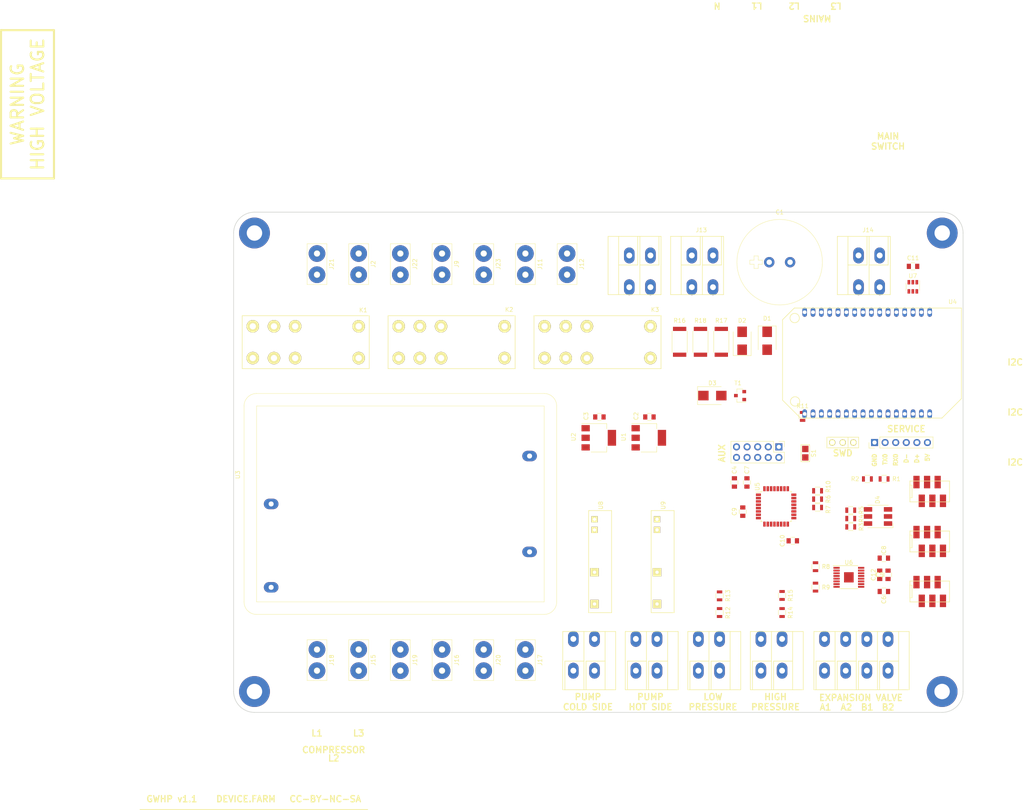
<source format=kicad_pcb>
(kicad_pcb (version 4) (host pcbnew 4.0.7-e2-6376~58~ubuntu16.04.1)

  (general
    (links 216)
    (no_connects 216)
    (area 84.924999 119.924999 260.075001 240.075001)
    (thickness 1.6)
    (drawings 50)
    (tracks 0)
    (zones 0)
    (modules 79)
    (nets 63)
  )

  (page A3)
  (layers
    (0 F.Cu signal)
    (31 B.Cu signal)
    (32 B.Adhes user)
    (33 F.Adhes user)
    (34 B.Paste user)
    (35 F.Paste user)
    (36 B.SilkS user)
    (37 F.SilkS user)
    (38 B.Mask user)
    (39 F.Mask user)
    (40 Dwgs.User user)
    (41 Cmts.User user)
    (42 Eco1.User user)
    (43 Eco2.User user)
    (44 Edge.Cuts user)
    (45 Margin user)
    (46 B.CrtYd user)
    (47 F.CrtYd user)
    (48 B.Fab user hide)
    (49 F.Fab user)
  )

  (setup
    (last_trace_width 0.4)
    (trace_clearance 0.199)
    (zone_clearance 0.508)
    (zone_45_only no)
    (trace_min 0.2)
    (segment_width 0.2)
    (edge_width 0.15)
    (via_size 0.6)
    (via_drill 0.4)
    (via_min_size 0.4)
    (via_min_drill 0.3)
    (uvia_size 0.3)
    (uvia_drill 0.1)
    (uvias_allowed no)
    (uvia_min_size 0.2)
    (uvia_min_drill 0.1)
    (pcb_text_width 0.3)
    (pcb_text_size 1.5 1.5)
    (mod_edge_width 0.15)
    (mod_text_size 1 1)
    (mod_text_width 0.15)
    (pad_size 1.524 1.524)
    (pad_drill 0.762)
    (pad_to_mask_clearance 0.2)
    (aux_axis_origin 78 86)
    (visible_elements FFFFFF7F)
    (pcbplotparams
      (layerselection 0x018f0_80000001)
      (usegerberextensions false)
      (excludeedgelayer true)
      (linewidth 0.100000)
      (plotframeref false)
      (viasonmask false)
      (mode 1)
      (useauxorigin false)
      (hpglpennumber 1)
      (hpglpenspeed 20)
      (hpglpendiameter 15)
      (hpglpenoverlay 2)
      (psnegative false)
      (psa4output false)
      (plotreference true)
      (plotvalue true)
      (plotinvisibletext false)
      (padsonsilk false)
      (subtractmaskfromsilk false)
      (outputformat 1)
      (mirror false)
      (drillshape 0)
      (scaleselection 1)
      (outputdirectory gerber))
  )

  (net 0 "")
  (net 1 /5V_BACKUP)
  (net 2 GND)
  (net 3 /3V3_BACKUP)
  (net 4 +3V3)
  (net 5 "Net-(C4-Pad1)")
  (net 6 "Net-(C6-Pad2)")
  (net 7 "Net-(C8-Pad2)")
  (net 8 /COMP_5V)
  (net 9 +5V)
  (net 10 /MAINS_L1)
  (net 11 /MAINS_N)
  (net 12 /MAINS_L2)
  (net 13 /MAINS_L3)
  (net 14 "Net-(J3-Pad6)")
  (net 15 "Net-(J3-Pad8)")
  (net 16 "Net-(J4-Pad1)")
  (net 17 "Net-(J4-Pad2)")
  (net 18 "Net-(J4-Pad4)")
  (net 19 "Net-(J4-Pad3)")
  (net 20 "Net-(J5-Pad2)")
  (net 21 "Net-(J6-Pad2)")
  (net 22 "Net-(J7-Pad2)")
  (net 23 /COMP_L1)
  (net 24 /COMP_L2)
  (net 25 /COMP_L3)
  (net 26 /PWR_OK)
  (net 27 "Net-(R3-Pad1)")
  (net 28 "Net-(R4-Pad1)")
  (net 29 "Net-(R5-Pad1)")
  (net 30 /SDA)
  (net 31 /SCL)
  (net 32 "Net-(R8-Pad2)")
  (net 33 "Net-(R9-Pad2)")
  (net 34 /ALERT)
  (net 35 "Net-(R11-Pad1)")
  (net 36 /COMP_RELAY)
  (net 37 /LPS)
  (net 38 /HPS)
  (net 39 "Net-(S1-Pad1)")
  (net 40 /PUMP_COLD_SIDE)
  (net 41 /PUMP_HOT_SIDE)
  (net 42 /E2V_A1)
  (net 43 /E2V_A2)
  (net 44 /E2V_B1)
  (net 45 /E2V_B2)
  (net 46 /E2V_NSLEEP)
  (net 47 /E2V_NFAULT)
  (net 48 /SWDIO)
  (net 49 /SWCLK)
  (net 50 "Net-(D4-Pad4)")
  (net 51 "Net-(D4-Pad5)")
  (net 52 "Net-(D4-Pad6)")
  (net 53 "Net-(J3-Pad2)")
  (net 54 "Net-(J3-Pad4)")
  (net 55 /SWITCHED_L)
  (net 56 /TX0)
  (net 57 /RX0)
  (net 58 /USB-DM)
  (net 59 /USB-DP)
  (net 60 /BACKUP_C)
  (net 61 /COMP_RELAY_PWR)
  (net 62 /COMP_RAMP)

  (net_class Default "This is the default net class."
    (clearance 0.199)
    (trace_width 0.4)
    (via_dia 0.6)
    (via_drill 0.4)
    (uvia_dia 0.3)
    (uvia_drill 0.1)
    (add_net /ALERT)
    (add_net /COMP_RAMP)
    (add_net /COMP_RELAY)
    (add_net /E2V_A1)
    (add_net /E2V_A2)
    (add_net /E2V_B1)
    (add_net /E2V_B2)
    (add_net /E2V_NFAULT)
    (add_net /E2V_NSLEEP)
    (add_net /HPS)
    (add_net /LPS)
    (add_net /PUMP_COLD_SIDE)
    (add_net /PUMP_HOT_SIDE)
    (add_net /PWR_OK)
    (add_net /RX0)
    (add_net /SCL)
    (add_net /SDA)
    (add_net /SWCLK)
    (add_net /SWDIO)
    (add_net /SWITCHED_L)
    (add_net /TX0)
    (add_net /USB-DM)
    (add_net /USB-DP)
    (add_net "Net-(C4-Pad1)")
    (add_net "Net-(C6-Pad2)")
    (add_net "Net-(C8-Pad2)")
    (add_net "Net-(D4-Pad4)")
    (add_net "Net-(D4-Pad5)")
    (add_net "Net-(D4-Pad6)")
    (add_net "Net-(J3-Pad2)")
    (add_net "Net-(J3-Pad4)")
    (add_net "Net-(J3-Pad6)")
    (add_net "Net-(J3-Pad8)")
    (add_net "Net-(J4-Pad1)")
    (add_net "Net-(J4-Pad2)")
    (add_net "Net-(J4-Pad3)")
    (add_net "Net-(J4-Pad4)")
    (add_net "Net-(J5-Pad2)")
    (add_net "Net-(J6-Pad2)")
    (add_net "Net-(J7-Pad2)")
    (add_net "Net-(R11-Pad1)")
    (add_net "Net-(R3-Pad1)")
    (add_net "Net-(R4-Pad1)")
    (add_net "Net-(R5-Pad1)")
    (add_net "Net-(R8-Pad2)")
    (add_net "Net-(R9-Pad2)")
    (add_net "Net-(S1-Pad1)")
  )

  (net_class HC ""
    (clearance 1.5)
    (trace_width 4)
    (via_dia 4)
    (via_drill 2)
    (uvia_dia 0.3)
    (uvia_drill 0.1)
    (add_net /COMP_L1)
    (add_net /COMP_L2)
    (add_net /COMP_L3)
    (add_net /MAINS_L1)
    (add_net /MAINS_L2)
    (add_net /MAINS_L3)
    (add_net /MAINS_N)
  )

  (net_class PWR ""
    (clearance 0.199)
    (trace_width 0.6)
    (via_dia 0.9)
    (via_drill 0.6)
    (uvia_dia 0.3)
    (uvia_drill 0.1)
    (add_net +3V3)
    (add_net +5V)
    (add_net /3V3_BACKUP)
    (add_net /5V_BACKUP)
    (add_net /BACKUP_C)
    (add_net /COMP_5V)
    (add_net /COMP_RELAY_PWR)
    (add_net GND)
  )

  (module Mounting_Holes:MountingHole_3.7mm_Pad (layer F.Cu) (tedit 5B867305) (tstamp 5B8B6B0D)
    (at 254.97 235)
    (descr "Mounting Hole 3.7mm")
    (tags "mounting hole 3.7mm")
    (fp_text reference REF** (at 0 -4.7) (layer F.SilkS) hide
      (effects (font (size 1 1) (thickness 0.15)))
    )
    (fp_text value MountingHole_3.7mm_Pad (at 0 4.7) (layer F.Fab)
      (effects (font (size 1 1) (thickness 0.15)))
    )
    (fp_circle (center 0 0) (end 3.7 0) (layer Cmts.User) (width 0.15))
    (fp_circle (center 0 0) (end 3.95 0) (layer F.CrtYd) (width 0.05))
    (pad 1 thru_hole circle (at 0 0) (size 7.4 7.4) (drill 3.7) (layers *.Cu *.Mask))
  )

  (module Mounting_Holes:MountingHole_3.7mm_Pad (layer F.Cu) (tedit 5B867305) (tstamp 5B8B6B01)
    (at 90 235)
    (descr "Mounting Hole 3.7mm")
    (tags "mounting hole 3.7mm")
    (fp_text reference REF** (at 0 -4.7) (layer F.SilkS) hide
      (effects (font (size 1 1) (thickness 0.15)))
    )
    (fp_text value MountingHole_3.7mm_Pad (at 0 4.7) (layer F.Fab)
      (effects (font (size 1 1) (thickness 0.15)))
    )
    (fp_circle (center 0 0) (end 3.7 0) (layer Cmts.User) (width 0.15))
    (fp_circle (center 0 0) (end 3.95 0) (layer F.CrtYd) (width 0.05))
    (pad 1 thru_hole circle (at 0 0) (size 7.4 7.4) (drill 3.7) (layers *.Cu *.Mask))
  )

  (module Mounting_Holes:MountingHole_3.7mm_Pad (layer F.Cu) (tedit 5B867305) (tstamp 5B8B6AF9)
    (at 255 125)
    (descr "Mounting Hole 3.7mm")
    (tags "mounting hole 3.7mm")
    (fp_text reference REF** (at 0 -4.7) (layer F.SilkS) hide
      (effects (font (size 1 1) (thickness 0.15)))
    )
    (fp_text value MountingHole_3.7mm_Pad (at 0 4.7) (layer F.Fab)
      (effects (font (size 1 1) (thickness 0.15)))
    )
    (fp_circle (center 0 0) (end 3.7 0) (layer Cmts.User) (width 0.15))
    (fp_circle (center 0 0) (end 3.95 0) (layer F.CrtYd) (width 0.05))
    (pad 1 thru_hole circle (at 0 0) (size 7.4 7.4) (drill 3.7) (layers *.Cu *.Mask))
  )

  (module device.farm:RT314_Relay (layer F.Cu) (tedit 59C520C6) (tstamp 5B854824)
    (at 185 147.38 180)
    (path /5B7C7404)
    (fp_text reference K3 (at -1.1 4 180) (layer F.SilkS)
      (effects (font (size 1 1) (thickness 0.15)))
    )
    (fp_text value RELAY_2 (at 7.62 0 180) (layer F.Fab)
      (effects (font (size 1 1) (thickness 0.15)))
    )
    (fp_line (start -2.54 -10.16) (end 27.94 -10.16) (layer F.SilkS) (width 0.15))
    (fp_line (start 27.94 -10.16) (end 27.94 2.54) (layer F.SilkS) (width 0.15))
    (fp_line (start -2.54 2.54) (end 27.94 2.54) (layer F.SilkS) (width 0.15))
    (fp_line (start -2.54 2.54) (end -2.54 -10.16) (layer F.SilkS) (width 0.15))
    (pad 1 thru_hole circle (at 0 0 180) (size 3 3) (drill 1.5) (layers *.Cu *.Mask F.SilkS)
      (net 8 /COMP_5V))
    (pad 2 thru_hole circle (at 0 -7.62 180) (size 3 3) (drill 1.5) (layers *.Cu *.Mask F.SilkS)
      (net 61 /COMP_RELAY_PWR))
    (pad 11 thru_hole circle (at 20.32 0 180) (size 3 3) (drill 1.5) (layers *.Cu *.Mask F.SilkS)
      (net 13 /MAINS_L3))
    (pad 14 thru_hole circle (at 25.4 0 180) (size 3 3) (drill 1.5) (layers *.Cu *.Mask F.SilkS)
      (net 25 /COMP_L3))
    (pad 12 thru_hole circle (at 15.24 0 180) (size 3 3) (drill 1.5) (layers *.Cu *.Mask F.SilkS))
    (pad 21 thru_hole circle (at 20.32 -7.62 180) (size 3 3) (drill 1.5) (layers *.Cu *.Mask F.SilkS)
      (net 13 /MAINS_L3))
    (pad 24 thru_hole circle (at 25.4 -7.62 180) (size 3 3) (drill 1.5) (layers *.Cu *.Mask F.SilkS)
      (net 25 /COMP_L3))
    (pad 22 thru_hole circle (at 15.24 -7.62 180) (size 3 3) (drill 1.5) (layers *.Cu *.Mask F.SilkS))
    (model ${DF}/RT314_Relay.wrl
      (at (xyz 0 0 0))
      (scale (xyz 0.3937 0.3937 0.3937))
      (rotate (xyz 0 0 0))
    )
  )

  (module device.farm:BCE005R5C205FS (layer F.Cu) (tedit 5B8535AF) (tstamp 5B854707)
    (at 216 132 180)
    (path /5B807524)
    (fp_text reference C1 (at 0 12 180) (layer F.SilkS)
      (effects (font (size 1 1) (thickness 0.15)))
    )
    (fp_text value 2F (at 0 -3 180) (layer F.Fab)
      (effects (font (size 1 1) (thickness 0.15)))
    )
    (fp_line (start 5.15 1.5) (end 5.15 0.5) (layer F.SilkS) (width 0.1))
    (fp_line (start 7.15 0.5) (end 6.15 0.5) (layer F.SilkS) (width 0.1))
    (fp_line (start 7.15 -0.5) (end 6.15 -0.5) (layer F.SilkS) (width 0.1))
    (fp_line (start 6.15 -1.5) (end 5.15 -1.5) (layer F.SilkS) (width 0.1))
    (fp_line (start 6.15 1.5) (end 6.15 0.5) (layer F.SilkS) (width 0.1))
    (fp_line (start 7.15 0.5) (end 7.15 -0.5) (layer F.SilkS) (width 0.1))
    (fp_line (start 4.15 0.5) (end 4.15 -0.5) (layer F.SilkS) (width 0.1))
    (fp_line (start 5.15 -0.5) (end 4.15 -0.5) (layer F.SilkS) (width 0.1))
    (fp_line (start 5.15 -0.5) (end 5.15 -1.5) (layer F.SilkS) (width 0.1))
    (fp_line (start 6.15 -0.5) (end 6.15 -1.5) (layer F.SilkS) (width 0.1))
    (fp_line (start 6.15 1.5) (end 5.15 1.5) (layer F.SilkS) (width 0.1))
    (fp_circle (center 0 0) (end 10.25 0) (layer F.SilkS) (width 0.1))
    (fp_line (start 5.15 0.5) (end 4.15 0.5) (layer F.SilkS) (width 0.1))
    (pad 1 thru_hole circle (at 2.5 0 180) (size 2.5 2.5) (drill 1.3) (layers *.Cu *.Mask)
      (net 60 /BACKUP_C))
    (pad 2 thru_hole circle (at -2.5 0 180) (size 2.5 2.5) (drill 1.3) (layers *.Cu *.Mask)
      (net 2 GND))
    (model ${DF}/BCE005R5C205FS.wrl
      (at (xyz 0 0 0))
      (scale (xyz 0.3937 0.3937 0.3937))
      (rotate (xyz 0 0 0))
    )
  )

  (module Capacitors_SMD:C_0805 (layer F.Cu) (tedit 58AA8463) (tstamp 5B85470D)
    (at 184.754098 169.128234)
    (descr "Capacitor SMD 0805, reflow soldering, AVX (see smccp.pdf)")
    (tags "capacitor 0805")
    (path /5B807E49)
    (attr smd)
    (fp_text reference C2 (at -3.2 -0.2 90) (layer F.SilkS)
      (effects (font (size 1 1) (thickness 0.15)))
    )
    (fp_text value 10u (at 0 1.75) (layer F.Fab)
      (effects (font (size 1 1) (thickness 0.15)))
    )
    (fp_text user %R (at 0 -1.5) (layer F.Fab)
      (effects (font (size 1 1) (thickness 0.15)))
    )
    (fp_line (start -1 0.62) (end -1 -0.62) (layer F.Fab) (width 0.1))
    (fp_line (start 1 0.62) (end -1 0.62) (layer F.Fab) (width 0.1))
    (fp_line (start 1 -0.62) (end 1 0.62) (layer F.Fab) (width 0.1))
    (fp_line (start -1 -0.62) (end 1 -0.62) (layer F.Fab) (width 0.1))
    (fp_line (start 0.5 -0.85) (end -0.5 -0.85) (layer F.SilkS) (width 0.12))
    (fp_line (start -0.5 0.85) (end 0.5 0.85) (layer F.SilkS) (width 0.12))
    (fp_line (start -1.75 -0.88) (end 1.75 -0.88) (layer F.CrtYd) (width 0.05))
    (fp_line (start -1.75 -0.88) (end -1.75 0.87) (layer F.CrtYd) (width 0.05))
    (fp_line (start 1.75 0.87) (end 1.75 -0.88) (layer F.CrtYd) (width 0.05))
    (fp_line (start 1.75 0.87) (end -1.75 0.87) (layer F.CrtYd) (width 0.05))
    (pad 1 smd rect (at -1 0) (size 1 1.25) (layers F.Cu F.Paste F.Mask)
      (net 2 GND))
    (pad 2 smd rect (at 1 0) (size 1 1.25) (layers F.Cu F.Paste F.Mask)
      (net 3 /3V3_BACKUP))
    (model Capacitors_SMD.3dshapes/C_0805.wrl
      (at (xyz 0 0 0))
      (scale (xyz 1 1 1))
      (rotate (xyz 0 0 0))
    )
  )

  (module Capacitors_SMD:C_0805 (layer F.Cu) (tedit 58AA8463) (tstamp 5B854713)
    (at 172.754098 169.128234)
    (descr "Capacitor SMD 0805, reflow soldering, AVX (see smccp.pdf)")
    (tags "capacitor 0805")
    (path /5B5D1389)
    (attr smd)
    (fp_text reference C3 (at -3.2 -0.2 90) (layer F.SilkS)
      (effects (font (size 1 1) (thickness 0.15)))
    )
    (fp_text value 10u (at 0 1.75) (layer F.Fab)
      (effects (font (size 1 1) (thickness 0.15)))
    )
    (fp_text user %R (at 0 -1.5) (layer F.Fab)
      (effects (font (size 1 1) (thickness 0.15)))
    )
    (fp_line (start -1 0.62) (end -1 -0.62) (layer F.Fab) (width 0.1))
    (fp_line (start 1 0.62) (end -1 0.62) (layer F.Fab) (width 0.1))
    (fp_line (start 1 -0.62) (end 1 0.62) (layer F.Fab) (width 0.1))
    (fp_line (start -1 -0.62) (end 1 -0.62) (layer F.Fab) (width 0.1))
    (fp_line (start 0.5 -0.85) (end -0.5 -0.85) (layer F.SilkS) (width 0.12))
    (fp_line (start -0.5 0.85) (end 0.5 0.85) (layer F.SilkS) (width 0.12))
    (fp_line (start -1.75 -0.88) (end 1.75 -0.88) (layer F.CrtYd) (width 0.05))
    (fp_line (start -1.75 -0.88) (end -1.75 0.87) (layer F.CrtYd) (width 0.05))
    (fp_line (start 1.75 0.87) (end 1.75 -0.88) (layer F.CrtYd) (width 0.05))
    (fp_line (start 1.75 0.87) (end -1.75 0.87) (layer F.CrtYd) (width 0.05))
    (pad 1 smd rect (at -1 0) (size 1 1.25) (layers F.Cu F.Paste F.Mask)
      (net 2 GND))
    (pad 2 smd rect (at 1 0) (size 1 1.25) (layers F.Cu F.Paste F.Mask)
      (net 4 +3V3))
    (model Capacitors_SMD.3dshapes/C_0805.wrl
      (at (xyz 0 0 0))
      (scale (xyz 1 1 1))
      (rotate (xyz 0 0 0))
    )
  )

  (module Capacitors_SMD:C_0805 (layer F.Cu) (tedit 58AA8463) (tstamp 5B854719)
    (at 205.148659 184.841441 90)
    (descr "Capacitor SMD 0805, reflow soldering, AVX (see smccp.pdf)")
    (tags "capacitor 0805")
    (path /5B7C3A2F)
    (attr smd)
    (fp_text reference C4 (at 3 0 90) (layer F.SilkS)
      (effects (font (size 1 1) (thickness 0.15)))
    )
    (fp_text value 100n (at 0 1.75 90) (layer F.Fab)
      (effects (font (size 1 1) (thickness 0.15)))
    )
    (fp_text user %R (at 0 -1.5 90) (layer F.Fab)
      (effects (font (size 1 1) (thickness 0.15)))
    )
    (fp_line (start -1 0.62) (end -1 -0.62) (layer F.Fab) (width 0.1))
    (fp_line (start 1 0.62) (end -1 0.62) (layer F.Fab) (width 0.1))
    (fp_line (start 1 -0.62) (end 1 0.62) (layer F.Fab) (width 0.1))
    (fp_line (start -1 -0.62) (end 1 -0.62) (layer F.Fab) (width 0.1))
    (fp_line (start 0.5 -0.85) (end -0.5 -0.85) (layer F.SilkS) (width 0.12))
    (fp_line (start -0.5 0.85) (end 0.5 0.85) (layer F.SilkS) (width 0.12))
    (fp_line (start -1.75 -0.88) (end 1.75 -0.88) (layer F.CrtYd) (width 0.05))
    (fp_line (start -1.75 -0.88) (end -1.75 0.87) (layer F.CrtYd) (width 0.05))
    (fp_line (start 1.75 0.87) (end 1.75 -0.88) (layer F.CrtYd) (width 0.05))
    (fp_line (start 1.75 0.87) (end -1.75 0.87) (layer F.CrtYd) (width 0.05))
    (pad 1 smd rect (at -1 0 90) (size 1 1.25) (layers F.Cu F.Paste F.Mask)
      (net 5 "Net-(C4-Pad1)"))
    (pad 2 smd rect (at 1 0 90) (size 1 1.25) (layers F.Cu F.Paste F.Mask)
      (net 2 GND))
    (model Capacitors_SMD.3dshapes/C_0805.wrl
      (at (xyz 0 0 0))
      (scale (xyz 1 1 1))
      (rotate (xyz 0 0 0))
    )
  )

  (module Capacitors_SMD:C_0805 (layer F.Cu) (tedit 58AA8463) (tstamp 5B85471F)
    (at 242 207 90)
    (descr "Capacitor SMD 0805, reflow soldering, AVX (see smccp.pdf)")
    (tags "capacitor 0805")
    (path /5B7DCC86)
    (attr smd)
    (fp_text reference C5 (at 0 -2 180) (layer F.SilkS)
      (effects (font (size 1 1) (thickness 0.15)))
    )
    (fp_text value 10M (at 0 1.75 90) (layer F.Fab)
      (effects (font (size 1 1) (thickness 0.15)))
    )
    (fp_text user %R (at 0 -1.5 90) (layer F.Fab)
      (effects (font (size 1 1) (thickness 0.15)))
    )
    (fp_line (start -1 0.62) (end -1 -0.62) (layer F.Fab) (width 0.1))
    (fp_line (start 1 0.62) (end -1 0.62) (layer F.Fab) (width 0.1))
    (fp_line (start 1 -0.62) (end 1 0.62) (layer F.Fab) (width 0.1))
    (fp_line (start -1 -0.62) (end 1 -0.62) (layer F.Fab) (width 0.1))
    (fp_line (start 0.5 -0.85) (end -0.5 -0.85) (layer F.SilkS) (width 0.12))
    (fp_line (start -0.5 0.85) (end 0.5 0.85) (layer F.SilkS) (width 0.12))
    (fp_line (start -1.75 -0.88) (end 1.75 -0.88) (layer F.CrtYd) (width 0.05))
    (fp_line (start -1.75 -0.88) (end -1.75 0.87) (layer F.CrtYd) (width 0.05))
    (fp_line (start 1.75 0.87) (end 1.75 -0.88) (layer F.CrtYd) (width 0.05))
    (fp_line (start 1.75 0.87) (end -1.75 0.87) (layer F.CrtYd) (width 0.05))
    (pad 1 smd rect (at -1 0 90) (size 1 1.25) (layers F.Cu F.Paste F.Mask)
      (net 2 GND))
    (pad 2 smd rect (at 1 0 90) (size 1 1.25) (layers F.Cu F.Paste F.Mask)
      (net 1 /5V_BACKUP))
    (model Capacitors_SMD.3dshapes/C_0805.wrl
      (at (xyz 0 0 0))
      (scale (xyz 1 1 1))
      (rotate (xyz 0 0 0))
    )
  )

  (module Capacitors_SMD:C_0805 (layer F.Cu) (tedit 58AA8463) (tstamp 5B854725)
    (at 241 211 180)
    (descr "Capacitor SMD 0805, reflow soldering, AVX (see smccp.pdf)")
    (tags "capacitor 0805")
    (path /5B7DAB72)
    (attr smd)
    (fp_text reference C6 (at 0 -2 270) (layer F.SilkS)
      (effects (font (size 1 1) (thickness 0.15)))
    )
    (fp_text value 10n (at 0 1.75 180) (layer F.Fab)
      (effects (font (size 1 1) (thickness 0.15)))
    )
    (fp_text user %R (at 0 -1.5 180) (layer F.Fab)
      (effects (font (size 1 1) (thickness 0.15)))
    )
    (fp_line (start -1 0.62) (end -1 -0.62) (layer F.Fab) (width 0.1))
    (fp_line (start 1 0.62) (end -1 0.62) (layer F.Fab) (width 0.1))
    (fp_line (start 1 -0.62) (end 1 0.62) (layer F.Fab) (width 0.1))
    (fp_line (start -1 -0.62) (end 1 -0.62) (layer F.Fab) (width 0.1))
    (fp_line (start 0.5 -0.85) (end -0.5 -0.85) (layer F.SilkS) (width 0.12))
    (fp_line (start -0.5 0.85) (end 0.5 0.85) (layer F.SilkS) (width 0.12))
    (fp_line (start -1.75 -0.88) (end 1.75 -0.88) (layer F.CrtYd) (width 0.05))
    (fp_line (start -1.75 -0.88) (end -1.75 0.87) (layer F.CrtYd) (width 0.05))
    (fp_line (start 1.75 0.87) (end 1.75 -0.88) (layer F.CrtYd) (width 0.05))
    (fp_line (start 1.75 0.87) (end -1.75 0.87) (layer F.CrtYd) (width 0.05))
    (pad 1 smd rect (at -1 0 180) (size 1 1.25) (layers F.Cu F.Paste F.Mask)
      (net 1 /5V_BACKUP))
    (pad 2 smd rect (at 1 0 180) (size 1 1.25) (layers F.Cu F.Paste F.Mask)
      (net 6 "Net-(C6-Pad2)"))
    (model Capacitors_SMD.3dshapes/C_0805.wrl
      (at (xyz 0 0 0))
      (scale (xyz 1 1 1))
      (rotate (xyz 0 0 0))
    )
  )

  (module Capacitors_SMD:C_0805 (layer F.Cu) (tedit 58AA8463) (tstamp 5B85472B)
    (at 208.148659 184.841441 90)
    (descr "Capacitor SMD 0805, reflow soldering, AVX (see smccp.pdf)")
    (tags "capacitor 0805")
    (path /5B7CC665)
    (attr smd)
    (fp_text reference C7 (at 3 0 90) (layer F.SilkS)
      (effects (font (size 1 1) (thickness 0.15)))
    )
    (fp_text value 100n (at 0 1.75 90) (layer F.Fab)
      (effects (font (size 1 1) (thickness 0.15)))
    )
    (fp_text user %R (at 0 -1.5 90) (layer F.Fab)
      (effects (font (size 1 1) (thickness 0.15)))
    )
    (fp_line (start -1 0.62) (end -1 -0.62) (layer F.Fab) (width 0.1))
    (fp_line (start 1 0.62) (end -1 0.62) (layer F.Fab) (width 0.1))
    (fp_line (start 1 -0.62) (end 1 0.62) (layer F.Fab) (width 0.1))
    (fp_line (start -1 -0.62) (end 1 -0.62) (layer F.Fab) (width 0.1))
    (fp_line (start 0.5 -0.85) (end -0.5 -0.85) (layer F.SilkS) (width 0.12))
    (fp_line (start -0.5 0.85) (end 0.5 0.85) (layer F.SilkS) (width 0.12))
    (fp_line (start -1.75 -0.88) (end 1.75 -0.88) (layer F.CrtYd) (width 0.05))
    (fp_line (start -1.75 -0.88) (end -1.75 0.87) (layer F.CrtYd) (width 0.05))
    (fp_line (start 1.75 0.87) (end 1.75 -0.88) (layer F.CrtYd) (width 0.05))
    (fp_line (start 1.75 0.87) (end -1.75 0.87) (layer F.CrtYd) (width 0.05))
    (pad 1 smd rect (at -1 0 90) (size 1 1.25) (layers F.Cu F.Paste F.Mask)
      (net 3 /3V3_BACKUP))
    (pad 2 smd rect (at 1 0 90) (size 1 1.25) (layers F.Cu F.Paste F.Mask)
      (net 2 GND))
    (model Capacitors_SMD.3dshapes/C_0805.wrl
      (at (xyz 0 0 0))
      (scale (xyz 1 1 1))
      (rotate (xyz 0 0 0))
    )
  )

  (module Capacitors_SMD:C_0805 (layer F.Cu) (tedit 58AA8463) (tstamp 5B854731)
    (at 241 203 180)
    (descr "Capacitor SMD 0805, reflow soldering, AVX (see smccp.pdf)")
    (tags "capacitor 0805")
    (path /5B7DAD43)
    (attr smd)
    (fp_text reference C8 (at 0 2 270) (layer F.SilkS)
      (effects (font (size 1 1) (thickness 0.15)))
    )
    (fp_text value 2.2M (at 0 1.75 180) (layer F.Fab)
      (effects (font (size 1 1) (thickness 0.15)))
    )
    (fp_text user %R (at 0 -1.5 180) (layer F.Fab)
      (effects (font (size 1 1) (thickness 0.15)))
    )
    (fp_line (start -1 0.62) (end -1 -0.62) (layer F.Fab) (width 0.1))
    (fp_line (start 1 0.62) (end -1 0.62) (layer F.Fab) (width 0.1))
    (fp_line (start 1 -0.62) (end 1 0.62) (layer F.Fab) (width 0.1))
    (fp_line (start -1 -0.62) (end 1 -0.62) (layer F.Fab) (width 0.1))
    (fp_line (start 0.5 -0.85) (end -0.5 -0.85) (layer F.SilkS) (width 0.12))
    (fp_line (start -0.5 0.85) (end 0.5 0.85) (layer F.SilkS) (width 0.12))
    (fp_line (start -1.75 -0.88) (end 1.75 -0.88) (layer F.CrtYd) (width 0.05))
    (fp_line (start -1.75 -0.88) (end -1.75 0.87) (layer F.CrtYd) (width 0.05))
    (fp_line (start 1.75 0.87) (end 1.75 -0.88) (layer F.CrtYd) (width 0.05))
    (fp_line (start 1.75 0.87) (end -1.75 0.87) (layer F.CrtYd) (width 0.05))
    (pad 1 smd rect (at -1 0 180) (size 1 1.25) (layers F.Cu F.Paste F.Mask)
      (net 2 GND))
    (pad 2 smd rect (at 1 0 180) (size 1 1.25) (layers F.Cu F.Paste F.Mask)
      (net 7 "Net-(C8-Pad2)"))
    (model Capacitors_SMD.3dshapes/C_0805.wrl
      (at (xyz 0 0 0))
      (scale (xyz 1 1 1))
      (rotate (xyz 0 0 0))
    )
  )

  (module Capacitors_SMD:C_0805 (layer F.Cu) (tedit 58AA8463) (tstamp 5B854737)
    (at 207.148659 191.841441 270)
    (descr "Capacitor SMD 0805, reflow soldering, AVX (see smccp.pdf)")
    (tags "capacitor 0805")
    (path /5B7CD515)
    (attr smd)
    (fp_text reference C9 (at 0 2 270) (layer F.SilkS)
      (effects (font (size 1 1) (thickness 0.15)))
    )
    (fp_text value 100n (at 0 1.75 270) (layer F.Fab)
      (effects (font (size 1 1) (thickness 0.15)))
    )
    (fp_text user %R (at 0 -1.5 270) (layer F.Fab)
      (effects (font (size 1 1) (thickness 0.15)))
    )
    (fp_line (start -1 0.62) (end -1 -0.62) (layer F.Fab) (width 0.1))
    (fp_line (start 1 0.62) (end -1 0.62) (layer F.Fab) (width 0.1))
    (fp_line (start 1 -0.62) (end 1 0.62) (layer F.Fab) (width 0.1))
    (fp_line (start -1 -0.62) (end 1 -0.62) (layer F.Fab) (width 0.1))
    (fp_line (start 0.5 -0.85) (end -0.5 -0.85) (layer F.SilkS) (width 0.12))
    (fp_line (start -0.5 0.85) (end 0.5 0.85) (layer F.SilkS) (width 0.12))
    (fp_line (start -1.75 -0.88) (end 1.75 -0.88) (layer F.CrtYd) (width 0.05))
    (fp_line (start -1.75 -0.88) (end -1.75 0.87) (layer F.CrtYd) (width 0.05))
    (fp_line (start 1.75 0.87) (end 1.75 -0.88) (layer F.CrtYd) (width 0.05))
    (fp_line (start 1.75 0.87) (end -1.75 0.87) (layer F.CrtYd) (width 0.05))
    (pad 1 smd rect (at -1 0 270) (size 1 1.25) (layers F.Cu F.Paste F.Mask)
      (net 3 /3V3_BACKUP))
    (pad 2 smd rect (at 1 0 270) (size 1 1.25) (layers F.Cu F.Paste F.Mask)
      (net 2 GND))
    (model Capacitors_SMD.3dshapes/C_0805.wrl
      (at (xyz 0 0 0))
      (scale (xyz 1 1 1))
      (rotate (xyz 0 0 0))
    )
  )

  (module Capacitors_SMD:C_0805 (layer F.Cu) (tedit 58AA8463) (tstamp 5B85473D)
    (at 219.148659 198.841441 180)
    (descr "Capacitor SMD 0805, reflow soldering, AVX (see smccp.pdf)")
    (tags "capacitor 0805")
    (path /5B7CD591)
    (attr smd)
    (fp_text reference C10 (at 2.5 0 270) (layer F.SilkS)
      (effects (font (size 1 1) (thickness 0.15)))
    )
    (fp_text value 100n (at 0 1.75 180) (layer F.Fab)
      (effects (font (size 1 1) (thickness 0.15)))
    )
    (fp_text user %R (at 0 -1.5 180) (layer F.Fab)
      (effects (font (size 1 1) (thickness 0.15)))
    )
    (fp_line (start -1 0.62) (end -1 -0.62) (layer F.Fab) (width 0.1))
    (fp_line (start 1 0.62) (end -1 0.62) (layer F.Fab) (width 0.1))
    (fp_line (start 1 -0.62) (end 1 0.62) (layer F.Fab) (width 0.1))
    (fp_line (start -1 -0.62) (end 1 -0.62) (layer F.Fab) (width 0.1))
    (fp_line (start 0.5 -0.85) (end -0.5 -0.85) (layer F.SilkS) (width 0.12))
    (fp_line (start -0.5 0.85) (end 0.5 0.85) (layer F.SilkS) (width 0.12))
    (fp_line (start -1.75 -0.88) (end 1.75 -0.88) (layer F.CrtYd) (width 0.05))
    (fp_line (start -1.75 -0.88) (end -1.75 0.87) (layer F.CrtYd) (width 0.05))
    (fp_line (start 1.75 0.87) (end 1.75 -0.88) (layer F.CrtYd) (width 0.05))
    (fp_line (start 1.75 0.87) (end -1.75 0.87) (layer F.CrtYd) (width 0.05))
    (pad 1 smd rect (at -1 0 180) (size 1 1.25) (layers F.Cu F.Paste F.Mask)
      (net 3 /3V3_BACKUP))
    (pad 2 smd rect (at 1 0 180) (size 1 1.25) (layers F.Cu F.Paste F.Mask)
      (net 2 GND))
    (model Capacitors_SMD.3dshapes/C_0805.wrl
      (at (xyz 0 0 0))
      (scale (xyz 1 1 1))
      (rotate (xyz 0 0 0))
    )
  )

  (module Capacitors_SMD:C_0805 (layer F.Cu) (tedit 58AA8463) (tstamp 5B854743)
    (at 248 133)
    (descr "Capacitor SMD 0805, reflow soldering, AVX (see smccp.pdf)")
    (tags "capacitor 0805")
    (path /5B7CC922)
    (attr smd)
    (fp_text reference C11 (at 0 -2) (layer F.SilkS)
      (effects (font (size 1 1) (thickness 0.15)))
    )
    (fp_text value 100n (at 0 1.75) (layer F.Fab)
      (effects (font (size 1 1) (thickness 0.15)))
    )
    (fp_text user %R (at 0 -1.5) (layer F.Fab)
      (effects (font (size 1 1) (thickness 0.15)))
    )
    (fp_line (start -1 0.62) (end -1 -0.62) (layer F.Fab) (width 0.1))
    (fp_line (start 1 0.62) (end -1 0.62) (layer F.Fab) (width 0.1))
    (fp_line (start 1 -0.62) (end 1 0.62) (layer F.Fab) (width 0.1))
    (fp_line (start -1 -0.62) (end 1 -0.62) (layer F.Fab) (width 0.1))
    (fp_line (start 0.5 -0.85) (end -0.5 -0.85) (layer F.SilkS) (width 0.12))
    (fp_line (start -0.5 0.85) (end 0.5 0.85) (layer F.SilkS) (width 0.12))
    (fp_line (start -1.75 -0.88) (end 1.75 -0.88) (layer F.CrtYd) (width 0.05))
    (fp_line (start -1.75 -0.88) (end -1.75 0.87) (layer F.CrtYd) (width 0.05))
    (fp_line (start 1.75 0.87) (end 1.75 -0.88) (layer F.CrtYd) (width 0.05))
    (fp_line (start 1.75 0.87) (end -1.75 0.87) (layer F.CrtYd) (width 0.05))
    (pad 1 smd rect (at -1 0) (size 1 1.25) (layers F.Cu F.Paste F.Mask)
      (net 8 /COMP_5V))
    (pad 2 smd rect (at 1 0) (size 1 1.25) (layers F.Cu F.Paste F.Mask)
      (net 2 GND))
    (model Capacitors_SMD.3dshapes/C_0805.wrl
      (at (xyz 0 0 0))
      (scale (xyz 1 1 1))
      (rotate (xyz 0 0 0))
    )
  )

  (module Diodes_SMD:D_SMB (layer F.Cu) (tedit 58645DF3) (tstamp 5B854749)
    (at 213 150.85 270)
    (descr "Diode SMB (DO-214AA)")
    (tags "Diode SMB (DO-214AA)")
    (path /5B80FDD6)
    (attr smd)
    (fp_text reference D1 (at -5.35 0 360) (layer F.SilkS)
      (effects (font (size 1 1) (thickness 0.15)))
    )
    (fp_text value SK22 (at 0 3.1 270) (layer F.Fab)
      (effects (font (size 1 1) (thickness 0.15)))
    )
    (fp_text user %R (at 0 -3 270) (layer F.Fab)
      (effects (font (size 1 1) (thickness 0.15)))
    )
    (fp_line (start -3.55 -2.15) (end -3.55 2.15) (layer F.SilkS) (width 0.12))
    (fp_line (start 2.3 2) (end -2.3 2) (layer F.Fab) (width 0.1))
    (fp_line (start -2.3 2) (end -2.3 -2) (layer F.Fab) (width 0.1))
    (fp_line (start 2.3 -2) (end 2.3 2) (layer F.Fab) (width 0.1))
    (fp_line (start 2.3 -2) (end -2.3 -2) (layer F.Fab) (width 0.1))
    (fp_line (start -3.65 -2.25) (end 3.65 -2.25) (layer F.CrtYd) (width 0.05))
    (fp_line (start 3.65 -2.25) (end 3.65 2.25) (layer F.CrtYd) (width 0.05))
    (fp_line (start 3.65 2.25) (end -3.65 2.25) (layer F.CrtYd) (width 0.05))
    (fp_line (start -3.65 2.25) (end -3.65 -2.25) (layer F.CrtYd) (width 0.05))
    (fp_line (start -0.64944 0.00102) (end -1.55114 0.00102) (layer F.Fab) (width 0.1))
    (fp_line (start 0.50118 0.00102) (end 1.4994 0.00102) (layer F.Fab) (width 0.1))
    (fp_line (start -0.64944 -0.79908) (end -0.64944 0.80112) (layer F.Fab) (width 0.1))
    (fp_line (start 0.50118 0.75032) (end 0.50118 -0.79908) (layer F.Fab) (width 0.1))
    (fp_line (start -0.64944 0.00102) (end 0.50118 0.75032) (layer F.Fab) (width 0.1))
    (fp_line (start -0.64944 0.00102) (end 0.50118 -0.79908) (layer F.Fab) (width 0.1))
    (fp_line (start -3.55 2.15) (end 2.15 2.15) (layer F.SilkS) (width 0.12))
    (fp_line (start -3.55 -2.15) (end 2.15 -2.15) (layer F.SilkS) (width 0.12))
    (pad 1 smd rect (at -2.15 0 270) (size 2.5 2.3) (layers F.Cu F.Paste F.Mask)
      (net 1 /5V_BACKUP))
    (pad 2 smd rect (at 2.15 0 270) (size 2.5 2.3) (layers F.Cu F.Paste F.Mask)
      (net 9 +5V))
    (model ${KISYS3DMOD}/Diodes_SMD.3dshapes/D_SMB.wrl
      (at (xyz 0 0 0))
      (scale (xyz 1 1 1))
      (rotate (xyz 0 0 0))
    )
  )

  (module Diodes_SMD:D_SMB (layer F.Cu) (tedit 58645DF3) (tstamp 5B854759)
    (at 199.85 164)
    (descr "Diode SMB (DO-214AA)")
    (tags "Diode SMB (DO-214AA)")
    (path /5B80FF43)
    (attr smd)
    (fp_text reference D3 (at 0 -3) (layer F.SilkS)
      (effects (font (size 1 1) (thickness 0.15)))
    )
    (fp_text value SK22 (at 0 3.1) (layer F.Fab)
      (effects (font (size 1 1) (thickness 0.15)))
    )
    (fp_text user %R (at 0 -3) (layer F.Fab)
      (effects (font (size 1 1) (thickness 0.15)))
    )
    (fp_line (start -3.55 -2.15) (end -3.55 2.15) (layer F.SilkS) (width 0.12))
    (fp_line (start 2.3 2) (end -2.3 2) (layer F.Fab) (width 0.1))
    (fp_line (start -2.3 2) (end -2.3 -2) (layer F.Fab) (width 0.1))
    (fp_line (start 2.3 -2) (end 2.3 2) (layer F.Fab) (width 0.1))
    (fp_line (start 2.3 -2) (end -2.3 -2) (layer F.Fab) (width 0.1))
    (fp_line (start -3.65 -2.25) (end 3.65 -2.25) (layer F.CrtYd) (width 0.05))
    (fp_line (start 3.65 -2.25) (end 3.65 2.25) (layer F.CrtYd) (width 0.05))
    (fp_line (start 3.65 2.25) (end -3.65 2.25) (layer F.CrtYd) (width 0.05))
    (fp_line (start -3.65 2.25) (end -3.65 -2.25) (layer F.CrtYd) (width 0.05))
    (fp_line (start -0.64944 0.00102) (end -1.55114 0.00102) (layer F.Fab) (width 0.1))
    (fp_line (start 0.50118 0.00102) (end 1.4994 0.00102) (layer F.Fab) (width 0.1))
    (fp_line (start -0.64944 -0.79908) (end -0.64944 0.80112) (layer F.Fab) (width 0.1))
    (fp_line (start 0.50118 0.75032) (end 0.50118 -0.79908) (layer F.Fab) (width 0.1))
    (fp_line (start -0.64944 0.00102) (end 0.50118 0.75032) (layer F.Fab) (width 0.1))
    (fp_line (start -0.64944 0.00102) (end 0.50118 -0.79908) (layer F.Fab) (width 0.1))
    (fp_line (start -3.55 2.15) (end 2.15 2.15) (layer F.SilkS) (width 0.12))
    (fp_line (start -3.55 -2.15) (end 2.15 -2.15) (layer F.SilkS) (width 0.12))
    (pad 1 smd rect (at -2.15 0) (size 2.5 2.3) (layers F.Cu F.Paste F.Mask)
      (net 8 /COMP_5V))
    (pad 2 smd rect (at 2.15 0) (size 2.5 2.3) (layers F.Cu F.Paste F.Mask)
      (net 61 /COMP_RELAY_PWR))
    (model ${KISYS3DMOD}/Diodes_SMD.3dshapes/D_SMB.wrl
      (at (xyz 0 0 0))
      (scale (xyz 1 1 1))
      (rotate (xyz 0 0 0))
    )
  )

  (module device.farm:DG142R-2-5.08 (layer F.Cu) (tedit 5B86BA5F) (tstamp 5B85476B)
    (at 187.54 139.778 180)
    (path /5B7E3B33)
    (fp_text reference J1 (at 5.334 15.494 180) (layer F.SilkS) hide
      (effects (font (size 1 1) (thickness 0.15)))
    )
    (fp_text value "Power Switch" (at 6.096 -1.016 180) (layer F.Fab)
      (effects (font (size 1 1) (thickness 0.15)))
    )
    (fp_line (start 5.588 7.112) (end 5.588 13.97) (layer F.SilkS) (width 0.15))
    (fp_line (start 10.16 7.112) (end 5.588 7.112) (layer F.SilkS) (width 0.15))
    (fp_line (start 0.508 7.112) (end 0.508 13.97) (layer F.SilkS) (width 0.15))
    (fp_line (start 5.08 7.112) (end 0.508 7.112) (layer F.SilkS) (width 0.15))
    (fp_line (start 10.16 0) (end 10.16 13.97) (layer F.SilkS) (width 0.15))
    (fp_line (start 5.08 0) (end 5.08 13.97) (layer F.SilkS) (width 0.15))
    (fp_line (start 12.7 13.97) (end 12.7 0) (layer F.SilkS) (width 0.15))
    (fp_line (start 0 13.97) (end 12.7 13.97) (layer F.SilkS) (width 0.15))
    (fp_line (start 0 0) (end 0 13.97) (layer F.SilkS) (width 0.15))
    (fp_line (start 0 0) (end 12.7 0) (layer F.SilkS) (width 0.15))
    (pad 1 thru_hole oval (at 2.54 1.778 180) (size 2.54 3.81) (drill 1.4) (layers *.Cu *.Mask)
      (net 55 /SWITCHED_L))
    (pad 1 thru_hole oval (at 2.54 9.398 180) (size 2.54 3.81) (drill 1.4) (layers *.Cu *.Mask)
      (net 55 /SWITCHED_L))
    (pad 2 thru_hole oval (at 7.62 1.778 180) (size 2.54 3.81) (drill 1.4) (layers *.Cu *.Mask)
      (net 10 /MAINS_L1))
    (pad 2 thru_hole oval (at 7.62 9.398 180) (size 2.54 3.81) (drill 1.4) (layers *.Cu *.Mask)
      (net 10 /MAINS_L1))
    (model ${DF}/DG142R-2-5.08.wrl
      (at (xyz 0 0 0))
      (scale (xyz 0.3937 0.3937 0.3937))
      (rotate (xyz 0 0 0))
    )
  )

  (module Pin_Headers:Pin_Header_Straight_2x05_Pitch2.54mm (layer F.Cu) (tedit 5B86B910) (tstamp 5B854785)
    (at 215.808659 176.301441 270)
    (descr "Through hole straight pin header, 2x05, 2.54mm pitch, double rows")
    (tags "Through hole pin header THT 2x05 2.54mm double row")
    (path /5B85E39C)
    (fp_text reference J3 (at 1.27 -1.33 270) (layer F.SilkS) hide
      (effects (font (size 1 1) (thickness 0.15)))
    )
    (fp_text value AUX (at 1.27 12.49 270) (layer F.Fab)
      (effects (font (size 1 1) (thickness 0.15)))
    )
    (fp_line (start 0 -1.27) (end 3.81 -1.27) (layer F.Fab) (width 0.1))
    (fp_line (start 3.81 -1.27) (end 3.81 11.43) (layer F.Fab) (width 0.1))
    (fp_line (start 3.81 11.43) (end -1.27 11.43) (layer F.Fab) (width 0.1))
    (fp_line (start -1.27 11.43) (end -1.27 0) (layer F.Fab) (width 0.1))
    (fp_line (start -1.27 0) (end 0 -1.27) (layer F.Fab) (width 0.1))
    (fp_line (start -1.33 11.49) (end 3.87 11.49) (layer F.SilkS) (width 0.12))
    (fp_line (start -1.33 1.27) (end -1.33 11.49) (layer F.SilkS) (width 0.12))
    (fp_line (start 3.87 -1.33) (end 3.87 11.49) (layer F.SilkS) (width 0.12))
    (fp_line (start -1.33 1.27) (end 1.27 1.27) (layer F.SilkS) (width 0.12))
    (fp_line (start 1.27 1.27) (end 1.27 -1.33) (layer F.SilkS) (width 0.12))
    (fp_line (start 1.27 -1.33) (end 3.87 -1.33) (layer F.SilkS) (width 0.12))
    (fp_line (start -1.33 0) (end -1.33 -1.33) (layer F.SilkS) (width 0.12))
    (fp_line (start -1.33 -1.33) (end 0 -1.33) (layer F.SilkS) (width 0.12))
    (fp_line (start -1.8 -1.8) (end -1.8 11.95) (layer F.CrtYd) (width 0.05))
    (fp_line (start -1.8 11.95) (end 4.35 11.95) (layer F.CrtYd) (width 0.05))
    (fp_line (start 4.35 11.95) (end 4.35 -1.8) (layer F.CrtYd) (width 0.05))
    (fp_line (start 4.35 -1.8) (end -1.8 -1.8) (layer F.CrtYd) (width 0.05))
    (fp_text user %R (at 1.27 5.08 360) (layer F.Fab)
      (effects (font (size 1 1) (thickness 0.15)))
    )
    (pad 1 thru_hole rect (at 0 0 270) (size 1.7 1.7) (drill 1) (layers *.Cu *.Mask)
      (net 2 GND))
    (pad 2 thru_hole oval (at 2.54 0 270) (size 1.7 1.7) (drill 1) (layers *.Cu *.Mask)
      (net 53 "Net-(J3-Pad2)"))
    (pad 3 thru_hole oval (at 0 2.54 270) (size 1.7 1.7) (drill 1) (layers *.Cu *.Mask)
      (net 2 GND))
    (pad 4 thru_hole oval (at 2.54 2.54 270) (size 1.7 1.7) (drill 1) (layers *.Cu *.Mask)
      (net 54 "Net-(J3-Pad4)"))
    (pad 5 thru_hole oval (at 0 5.08 270) (size 1.7 1.7) (drill 1) (layers *.Cu *.Mask)
      (net 2 GND))
    (pad 6 thru_hole oval (at 2.54 5.08 270) (size 1.7 1.7) (drill 1) (layers *.Cu *.Mask)
      (net 14 "Net-(J3-Pad6)"))
    (pad 7 thru_hole oval (at 0 7.62 270) (size 1.7 1.7) (drill 1) (layers *.Cu *.Mask)
      (net 2 GND))
    (pad 8 thru_hole oval (at 2.54 7.62 270) (size 1.7 1.7) (drill 1) (layers *.Cu *.Mask)
      (net 15 "Net-(J3-Pad8)"))
    (pad 9 thru_hole oval (at 0 10.16 270) (size 1.7 1.7) (drill 1) (layers *.Cu *.Mask)
      (net 4 +3V3))
    (pad 10 thru_hole oval (at 2.54 10.16 270) (size 1.7 1.7) (drill 1) (layers *.Cu *.Mask)
      (net 9 +5V))
    (model ${KISYS3DMOD}/Pin_Headers.3dshapes/Pin_Header_Straight_2x05_Pitch2.54mm.wrl
      (at (xyz 0 0 0))
      (scale (xyz 1 1 1))
      (rotate (xyz 0 0 0))
    )
  )

  (module device.farm:DG142R-4-5.08 (layer F.Cu) (tedit 5B86BA44) (tstamp 5B8547A1)
    (at 224.22 220.602)
    (path /5B7C4E6F)
    (fp_text reference J4 (at 5.334 15.494) (layer F.SilkS) hide
      (effects (font (size 1 1) (thickness 0.15)))
    )
    (fp_text value E2V (at 6.096 -1.016) (layer F.Fab)
      (effects (font (size 1 1) (thickness 0.15)))
    )
    (fp_line (start 5.588 7.112) (end 5.588 13.97) (layer F.SilkS) (width 0.15))
    (fp_line (start 10.16 7.112) (end 5.588 7.112) (layer F.SilkS) (width 0.15))
    (fp_line (start 0.508 7.112) (end 0.508 13.97) (layer F.SilkS) (width 0.15))
    (fp_line (start 5.08 7.112) (end 0.508 7.112) (layer F.SilkS) (width 0.15))
    (fp_line (start 5.08 0) (end 5.08 13.97) (layer F.SilkS) (width 0.15))
    (fp_line (start 0 13.97) (end 22.86 13.97) (layer F.SilkS) (width 0.15))
    (fp_line (start 0 0) (end 0 13.97) (layer F.SilkS) (width 0.15))
    (fp_line (start 0 0) (end 22.86 0) (layer F.SilkS) (width 0.15))
    (fp_line (start 10.16 0) (end 10.16 13.97) (layer F.SilkS) (width 0.15))
    (fp_line (start 22.86 13.97) (end 22.86 0) (layer F.SilkS) (width 0.15))
    (fp_line (start 10.668 7.112) (end 10.668 13.97) (layer F.SilkS) (width 0.15))
    (fp_line (start 15.24 7.112) (end 10.668 7.112) (layer F.SilkS) (width 0.15))
    (fp_line (start 15.24 0) (end 15.24 13.97) (layer F.SilkS) (width 0.15))
    (fp_line (start 15.748 7.112) (end 15.748 13.97) (layer F.SilkS) (width 0.15))
    (fp_line (start 20.32 7.112) (end 15.748 7.112) (layer F.SilkS) (width 0.15))
    (fp_line (start 20.32 0) (end 20.32 13.97) (layer F.SilkS) (width 0.15))
    (pad 1 thru_hole oval (at 2.54 1.778) (size 2.54 3.81) (drill 1.4) (layers *.Cu *.Mask)
      (net 16 "Net-(J4-Pad1)"))
    (pad 1 thru_hole oval (at 2.54 9.398) (size 2.54 3.81) (drill 1.4) (layers *.Cu *.Mask)
      (net 16 "Net-(J4-Pad1)"))
    (pad 2 thru_hole oval (at 7.62 1.778) (size 2.54 3.81) (drill 1.4) (layers *.Cu *.Mask)
      (net 17 "Net-(J4-Pad2)"))
    (pad 2 thru_hole oval (at 7.62 9.398) (size 2.54 3.81) (drill 1.4) (layers *.Cu *.Mask)
      (net 17 "Net-(J4-Pad2)"))
    (pad 4 thru_hole oval (at 17.78 1.778) (size 2.54 3.81) (drill 1.4) (layers *.Cu *.Mask)
      (net 18 "Net-(J4-Pad4)"))
    (pad 3 thru_hole oval (at 12.7 1.778) (size 2.54 3.81) (drill 1.4) (layers *.Cu *.Mask)
      (net 19 "Net-(J4-Pad3)"))
    (pad 3 thru_hole oval (at 12.7 9.398) (size 2.54 3.81) (drill 1.4) (layers *.Cu *.Mask)
      (net 19 "Net-(J4-Pad3)"))
    (pad 4 thru_hole oval (at 17.78 9.398) (size 2.54 3.81) (drill 1.4) (layers *.Cu *.Mask)
      (net 18 "Net-(J4-Pad4)"))
    (model ${DF}/DG142R-4-5.08.wrl
      (at (xyz 0 0 0))
      (scale (xyz 0.3937 0.3937 0.3937))
      (rotate (xyz 0 0 0))
    )
  )

  (module device.farm:DG142R-2-5.08 (layer F.Cu) (tedit 5B86BA4E) (tstamp 5B8547B3)
    (at 193.96 220.602)
    (path /5B7DD7A7)
    (fp_text reference J5 (at 5.334 15.494) (layer F.SilkS) hide
      (effects (font (size 1 1) (thickness 0.15)))
    )
    (fp_text value LPS (at 6.096 -1.016) (layer F.Fab)
      (effects (font (size 1 1) (thickness 0.15)))
    )
    (fp_line (start 5.588 7.112) (end 5.588 13.97) (layer F.SilkS) (width 0.15))
    (fp_line (start 10.16 7.112) (end 5.588 7.112) (layer F.SilkS) (width 0.15))
    (fp_line (start 0.508 7.112) (end 0.508 13.97) (layer F.SilkS) (width 0.15))
    (fp_line (start 5.08 7.112) (end 0.508 7.112) (layer F.SilkS) (width 0.15))
    (fp_line (start 10.16 0) (end 10.16 13.97) (layer F.SilkS) (width 0.15))
    (fp_line (start 5.08 0) (end 5.08 13.97) (layer F.SilkS) (width 0.15))
    (fp_line (start 12.7 13.97) (end 12.7 0) (layer F.SilkS) (width 0.15))
    (fp_line (start 0 13.97) (end 12.7 13.97) (layer F.SilkS) (width 0.15))
    (fp_line (start 0 0) (end 0 13.97) (layer F.SilkS) (width 0.15))
    (fp_line (start 0 0) (end 12.7 0) (layer F.SilkS) (width 0.15))
    (pad 1 thru_hole oval (at 2.54 1.778) (size 2.54 3.81) (drill 1.4) (layers *.Cu *.Mask)
      (net 9 +5V))
    (pad 1 thru_hole oval (at 2.54 9.398) (size 2.54 3.81) (drill 1.4) (layers *.Cu *.Mask)
      (net 9 +5V))
    (pad 2 thru_hole oval (at 7.62 1.778) (size 2.54 3.81) (drill 1.4) (layers *.Cu *.Mask)
      (net 20 "Net-(J5-Pad2)"))
    (pad 2 thru_hole oval (at 7.62 9.398) (size 2.54 3.81) (drill 1.4) (layers *.Cu *.Mask)
      (net 20 "Net-(J5-Pad2)"))
    (model ${DF}/DG142R-2-5.08.wrl
      (at (xyz 0 0 0))
      (scale (xyz 0.3937 0.3937 0.3937))
      (rotate (xyz 0 0 0))
    )
  )

  (module device.farm:DG142R-2-5.08 (layer F.Cu) (tedit 5B86BA56) (tstamp 5B8547C5)
    (at 163.96 220.602)
    (path /5B7C500C)
    (fp_text reference J6 (at 5.334 15.494) (layer F.SilkS) hide
      (effects (font (size 1 1) (thickness 0.15)))
    )
    (fp_text value "Pump Cold Side" (at 7.62 -1.016) (layer F.Fab)
      (effects (font (size 1 1) (thickness 0.15)))
    )
    (fp_line (start 5.588 7.112) (end 5.588 13.97) (layer F.SilkS) (width 0.15))
    (fp_line (start 10.16 7.112) (end 5.588 7.112) (layer F.SilkS) (width 0.15))
    (fp_line (start 0.508 7.112) (end 0.508 13.97) (layer F.SilkS) (width 0.15))
    (fp_line (start 5.08 7.112) (end 0.508 7.112) (layer F.SilkS) (width 0.15))
    (fp_line (start 10.16 0) (end 10.16 13.97) (layer F.SilkS) (width 0.15))
    (fp_line (start 5.08 0) (end 5.08 13.97) (layer F.SilkS) (width 0.15))
    (fp_line (start 12.7 13.97) (end 12.7 0) (layer F.SilkS) (width 0.15))
    (fp_line (start 0 13.97) (end 12.7 13.97) (layer F.SilkS) (width 0.15))
    (fp_line (start 0 0) (end 0 13.97) (layer F.SilkS) (width 0.15))
    (fp_line (start 0 0) (end 12.7 0) (layer F.SilkS) (width 0.15))
    (pad 1 thru_hole oval (at 2.54 1.778) (size 2.54 3.81) (drill 1.4) (layers *.Cu *.Mask)
      (net 11 /MAINS_N))
    (pad 1 thru_hole oval (at 2.54 9.398) (size 2.54 3.81) (drill 1.4) (layers *.Cu *.Mask)
      (net 11 /MAINS_N))
    (pad 2 thru_hole oval (at 7.62 1.778) (size 2.54 3.81) (drill 1.4) (layers *.Cu *.Mask)
      (net 21 "Net-(J6-Pad2)"))
    (pad 2 thru_hole oval (at 7.62 9.398) (size 2.54 3.81) (drill 1.4) (layers *.Cu *.Mask)
      (net 21 "Net-(J6-Pad2)"))
    (model ${DF}/DG142R-2-5.08.wrl
      (at (xyz 0 0 0))
      (scale (xyz 0.3937 0.3937 0.3937))
      (rotate (xyz 0 0 0))
    )
  )

  (module device.farm:DG142R-2-5.08 (layer F.Cu) (tedit 5B86BA50) (tstamp 5B8547D7)
    (at 178.96 220.602)
    (path /5B7C5141)
    (fp_text reference J7 (at 5.334 15.494) (layer F.SilkS) hide
      (effects (font (size 1 1) (thickness 0.15)))
    )
    (fp_text value "Pump Hot Side" (at 6.096 -1.016) (layer F.Fab)
      (effects (font (size 1 1) (thickness 0.15)))
    )
    (fp_line (start 5.588 7.112) (end 5.588 13.97) (layer F.SilkS) (width 0.15))
    (fp_line (start 10.16 7.112) (end 5.588 7.112) (layer F.SilkS) (width 0.15))
    (fp_line (start 0.508 7.112) (end 0.508 13.97) (layer F.SilkS) (width 0.15))
    (fp_line (start 5.08 7.112) (end 0.508 7.112) (layer F.SilkS) (width 0.15))
    (fp_line (start 10.16 0) (end 10.16 13.97) (layer F.SilkS) (width 0.15))
    (fp_line (start 5.08 0) (end 5.08 13.97) (layer F.SilkS) (width 0.15))
    (fp_line (start 12.7 13.97) (end 12.7 0) (layer F.SilkS) (width 0.15))
    (fp_line (start 0 13.97) (end 12.7 13.97) (layer F.SilkS) (width 0.15))
    (fp_line (start 0 0) (end 0 13.97) (layer F.SilkS) (width 0.15))
    (fp_line (start 0 0) (end 12.7 0) (layer F.SilkS) (width 0.15))
    (pad 1 thru_hole oval (at 2.54 1.778) (size 2.54 3.81) (drill 1.4) (layers *.Cu *.Mask)
      (net 11 /MAINS_N))
    (pad 1 thru_hole oval (at 2.54 9.398) (size 2.54 3.81) (drill 1.4) (layers *.Cu *.Mask)
      (net 11 /MAINS_N))
    (pad 2 thru_hole oval (at 7.62 1.778) (size 2.54 3.81) (drill 1.4) (layers *.Cu *.Mask)
      (net 22 "Net-(J7-Pad2)"))
    (pad 2 thru_hole oval (at 7.62 9.398) (size 2.54 3.81) (drill 1.4) (layers *.Cu *.Mask)
      (net 22 "Net-(J7-Pad2)"))
    (model ${DF}/DG142R-2-5.08.wrl
      (at (xyz 0 0 0))
      (scale (xyz 0.3937 0.3937 0.3937))
      (rotate (xyz 0 0 0))
    )
  )

  (module device.farm:DG142R-2-5.08 (layer F.Cu) (tedit 5B86BA49) (tstamp 5B8547E9)
    (at 208.96 220.602)
    (path /5B7DDAED)
    (fp_text reference J8 (at 5.334 15.494) (layer F.SilkS) hide
      (effects (font (size 1 1) (thickness 0.15)))
    )
    (fp_text value HPS (at 6.096 -1.016) (layer F.Fab)
      (effects (font (size 1 1) (thickness 0.15)))
    )
    (fp_line (start 5.588 7.112) (end 5.588 13.97) (layer F.SilkS) (width 0.15))
    (fp_line (start 10.16 7.112) (end 5.588 7.112) (layer F.SilkS) (width 0.15))
    (fp_line (start 0.508 7.112) (end 0.508 13.97) (layer F.SilkS) (width 0.15))
    (fp_line (start 5.08 7.112) (end 0.508 7.112) (layer F.SilkS) (width 0.15))
    (fp_line (start 10.16 0) (end 10.16 13.97) (layer F.SilkS) (width 0.15))
    (fp_line (start 5.08 0) (end 5.08 13.97) (layer F.SilkS) (width 0.15))
    (fp_line (start 12.7 13.97) (end 12.7 0) (layer F.SilkS) (width 0.15))
    (fp_line (start 0 13.97) (end 12.7 13.97) (layer F.SilkS) (width 0.15))
    (fp_line (start 0 0) (end 0 13.97) (layer F.SilkS) (width 0.15))
    (fp_line (start 0 0) (end 12.7 0) (layer F.SilkS) (width 0.15))
    (pad 1 thru_hole oval (at 2.54 1.778) (size 2.54 3.81) (drill 1.4) (layers *.Cu *.Mask)
      (net 20 "Net-(J5-Pad2)"))
    (pad 1 thru_hole oval (at 2.54 9.398) (size 2.54 3.81) (drill 1.4) (layers *.Cu *.Mask)
      (net 20 "Net-(J5-Pad2)"))
    (pad 2 thru_hole oval (at 7.62 1.778) (size 2.54 3.81) (drill 1.4) (layers *.Cu *.Mask)
      (net 8 /COMP_5V))
    (pad 2 thru_hole oval (at 7.62 9.398) (size 2.54 3.81) (drill 1.4) (layers *.Cu *.Mask)
      (net 8 /COMP_5V))
    (model ${DF}/DG142R-2-5.08.wrl
      (at (xyz 0 0 0))
      (scale (xyz 0.3937 0.3937 0.3937))
      (rotate (xyz 0 0 0))
    )
  )

  (module device.farm:RT314_Relay (layer F.Cu) (tedit 59C520C6) (tstamp 5B854804)
    (at 115 147.38 180)
    (path /5B7C7075)
    (fp_text reference K1 (at -1.1 3.88 180) (layer F.SilkS)
      (effects (font (size 1 1) (thickness 0.15)))
    )
    (fp_text value RELAY_2 (at 7.62 0 180) (layer F.Fab)
      (effects (font (size 1 1) (thickness 0.15)))
    )
    (fp_line (start -2.54 -10.16) (end 27.94 -10.16) (layer F.SilkS) (width 0.15))
    (fp_line (start 27.94 -10.16) (end 27.94 2.54) (layer F.SilkS) (width 0.15))
    (fp_line (start -2.54 2.54) (end 27.94 2.54) (layer F.SilkS) (width 0.15))
    (fp_line (start -2.54 2.54) (end -2.54 -10.16) (layer F.SilkS) (width 0.15))
    (pad 1 thru_hole circle (at 0 0 180) (size 3 3) (drill 1.5) (layers *.Cu *.Mask F.SilkS)
      (net 8 /COMP_5V))
    (pad 2 thru_hole circle (at 0 -7.62 180) (size 3 3) (drill 1.5) (layers *.Cu *.Mask F.SilkS)
      (net 61 /COMP_RELAY_PWR))
    (pad 11 thru_hole circle (at 20.32 0 180) (size 3 3) (drill 1.5) (layers *.Cu *.Mask F.SilkS)
      (net 10 /MAINS_L1))
    (pad 14 thru_hole circle (at 25.4 0 180) (size 3 3) (drill 1.5) (layers *.Cu *.Mask F.SilkS)
      (net 23 /COMP_L1))
    (pad 12 thru_hole circle (at 15.24 0 180) (size 3 3) (drill 1.5) (layers *.Cu *.Mask F.SilkS))
    (pad 21 thru_hole circle (at 20.32 -7.62 180) (size 3 3) (drill 1.5) (layers *.Cu *.Mask F.SilkS)
      (net 10 /MAINS_L1))
    (pad 24 thru_hole circle (at 25.4 -7.62 180) (size 3 3) (drill 1.5) (layers *.Cu *.Mask F.SilkS)
      (net 23 /COMP_L1))
    (pad 22 thru_hole circle (at 15.24 -7.62 180) (size 3 3) (drill 1.5) (layers *.Cu *.Mask F.SilkS))
    (model ${DF}/RT314_Relay.wrl
      (at (xyz 0 0 0))
      (scale (xyz 0.3937 0.3937 0.3937))
      (rotate (xyz 0 0 0))
    )
  )

  (module device.farm:RT314_Relay (layer F.Cu) (tedit 59C520C6) (tstamp 5B854814)
    (at 150 147.38 180)
    (path /5B7C7318)
    (fp_text reference K2 (at -1.1 4 180) (layer F.SilkS)
      (effects (font (size 1 1) (thickness 0.15)))
    )
    (fp_text value RELAY_2 (at 7.62 0 180) (layer F.Fab)
      (effects (font (size 1 1) (thickness 0.15)))
    )
    (fp_line (start -2.54 -10.16) (end 27.94 -10.16) (layer F.SilkS) (width 0.15))
    (fp_line (start 27.94 -10.16) (end 27.94 2.54) (layer F.SilkS) (width 0.15))
    (fp_line (start -2.54 2.54) (end 27.94 2.54) (layer F.SilkS) (width 0.15))
    (fp_line (start -2.54 2.54) (end -2.54 -10.16) (layer F.SilkS) (width 0.15))
    (pad 1 thru_hole circle (at 0 0 180) (size 3 3) (drill 1.5) (layers *.Cu *.Mask F.SilkS)
      (net 8 /COMP_5V))
    (pad 2 thru_hole circle (at 0 -7.62 180) (size 3 3) (drill 1.5) (layers *.Cu *.Mask F.SilkS)
      (net 61 /COMP_RELAY_PWR))
    (pad 11 thru_hole circle (at 20.32 0 180) (size 3 3) (drill 1.5) (layers *.Cu *.Mask F.SilkS)
      (net 12 /MAINS_L2))
    (pad 14 thru_hole circle (at 25.4 0 180) (size 3 3) (drill 1.5) (layers *.Cu *.Mask F.SilkS)
      (net 24 /COMP_L2))
    (pad 12 thru_hole circle (at 15.24 0 180) (size 3 3) (drill 1.5) (layers *.Cu *.Mask F.SilkS))
    (pad 21 thru_hole circle (at 20.32 -7.62 180) (size 3 3) (drill 1.5) (layers *.Cu *.Mask F.SilkS)
      (net 12 /MAINS_L2))
    (pad 24 thru_hole circle (at 25.4 -7.62 180) (size 3 3) (drill 1.5) (layers *.Cu *.Mask F.SilkS)
      (net 24 /COMP_L2))
    (pad 22 thru_hole circle (at 15.24 -7.62 180) (size 3 3) (drill 1.5) (layers *.Cu *.Mask F.SilkS))
    (model ${DF}/RT314_Relay.wrl
      (at (xyz 0 0 0))
      (scale (xyz 0.3937 0.3937 0.3937))
      (rotate (xyz 0 0 0))
    )
  )

  (module Resistors_SMD:R_0805 (layer F.Cu) (tedit 58E0A804) (tstamp 5B85482A)
    (at 241.05 184 180)
    (descr "Resistor SMD 0805, reflow soldering, Vishay (see dcrcw.pdf)")
    (tags "resistor 0805")
    (path /5B80AF3D)
    (attr smd)
    (fp_text reference R1 (at -2.95 0 180) (layer F.SilkS)
      (effects (font (size 1 1) (thickness 0.15)))
    )
    (fp_text value 4k7 (at 0 1.75 180) (layer F.Fab)
      (effects (font (size 1 1) (thickness 0.15)))
    )
    (fp_text user %R (at 0 0 180) (layer F.Fab)
      (effects (font (size 0.5 0.5) (thickness 0.075)))
    )
    (fp_line (start -1 0.62) (end -1 -0.62) (layer F.Fab) (width 0.1))
    (fp_line (start 1 0.62) (end -1 0.62) (layer F.Fab) (width 0.1))
    (fp_line (start 1 -0.62) (end 1 0.62) (layer F.Fab) (width 0.1))
    (fp_line (start -1 -0.62) (end 1 -0.62) (layer F.Fab) (width 0.1))
    (fp_line (start 0.6 0.88) (end -0.6 0.88) (layer F.SilkS) (width 0.12))
    (fp_line (start -0.6 -0.88) (end 0.6 -0.88) (layer F.SilkS) (width 0.12))
    (fp_line (start -1.55 -0.9) (end 1.55 -0.9) (layer F.CrtYd) (width 0.05))
    (fp_line (start -1.55 -0.9) (end -1.55 0.9) (layer F.CrtYd) (width 0.05))
    (fp_line (start 1.55 0.9) (end 1.55 -0.9) (layer F.CrtYd) (width 0.05))
    (fp_line (start 1.55 0.9) (end -1.55 0.9) (layer F.CrtYd) (width 0.05))
    (pad 1 smd rect (at -0.95 0 180) (size 0.7 1.3) (layers F.Cu F.Paste F.Mask)
      (net 9 +5V))
    (pad 2 smd rect (at 0.95 0 180) (size 0.7 1.3) (layers F.Cu F.Paste F.Mask)
      (net 26 /PWR_OK))
    (model ${KISYS3DMOD}/Resistors_SMD.3dshapes/R_0805.wrl
      (at (xyz 0 0 0))
      (scale (xyz 1 1 1))
      (rotate (xyz 0 0 0))
    )
  )

  (module Resistors_SMD:R_0805 (layer F.Cu) (tedit 58E0A804) (tstamp 5B854830)
    (at 237.05 184 180)
    (descr "Resistor SMD 0805, reflow soldering, Vishay (see dcrcw.pdf)")
    (tags "resistor 0805")
    (path /5B80AFF8)
    (attr smd)
    (fp_text reference R2 (at 2.95 0 180) (layer F.SilkS)
      (effects (font (size 1 1) (thickness 0.15)))
    )
    (fp_text value 4k7 (at 0 1.75 180) (layer F.Fab)
      (effects (font (size 1 1) (thickness 0.15)))
    )
    (fp_text user %R (at 0 0 180) (layer F.Fab)
      (effects (font (size 0.5 0.5) (thickness 0.075)))
    )
    (fp_line (start -1 0.62) (end -1 -0.62) (layer F.Fab) (width 0.1))
    (fp_line (start 1 0.62) (end -1 0.62) (layer F.Fab) (width 0.1))
    (fp_line (start 1 -0.62) (end 1 0.62) (layer F.Fab) (width 0.1))
    (fp_line (start -1 -0.62) (end 1 -0.62) (layer F.Fab) (width 0.1))
    (fp_line (start 0.6 0.88) (end -0.6 0.88) (layer F.SilkS) (width 0.12))
    (fp_line (start -0.6 -0.88) (end 0.6 -0.88) (layer F.SilkS) (width 0.12))
    (fp_line (start -1.55 -0.9) (end 1.55 -0.9) (layer F.CrtYd) (width 0.05))
    (fp_line (start -1.55 -0.9) (end -1.55 0.9) (layer F.CrtYd) (width 0.05))
    (fp_line (start 1.55 0.9) (end 1.55 -0.9) (layer F.CrtYd) (width 0.05))
    (fp_line (start 1.55 0.9) (end -1.55 0.9) (layer F.CrtYd) (width 0.05))
    (pad 1 smd rect (at -0.95 0 180) (size 0.7 1.3) (layers F.Cu F.Paste F.Mask)
      (net 26 /PWR_OK))
    (pad 2 smd rect (at 0.95 0 180) (size 0.7 1.3) (layers F.Cu F.Paste F.Mask)
      (net 2 GND))
    (model ${KISYS3DMOD}/Resistors_SMD.3dshapes/R_0805.wrl
      (at (xyz 0 0 0))
      (scale (xyz 1 1 1))
      (rotate (xyz 0 0 0))
    )
  )

  (module Resistors_SMD:R_0805 (layer F.Cu) (tedit 58E0A804) (tstamp 5B854836)
    (at 233.05 195.5)
    (descr "Resistor SMD 0805, reflow soldering, Vishay (see dcrcw.pdf)")
    (tags "resistor 0805")
    (path /5B81D7C5)
    (attr smd)
    (fp_text reference R3 (at 2.55 0 90) (layer F.SilkS)
      (effects (font (size 1 1) (thickness 0.15)))
    )
    (fp_text value 270R (at 0 1.75) (layer F.Fab)
      (effects (font (size 1 1) (thickness 0.15)))
    )
    (fp_text user %R (at 0 0) (layer F.Fab)
      (effects (font (size 0.5 0.5) (thickness 0.075)))
    )
    (fp_line (start -1 0.62) (end -1 -0.62) (layer F.Fab) (width 0.1))
    (fp_line (start 1 0.62) (end -1 0.62) (layer F.Fab) (width 0.1))
    (fp_line (start 1 -0.62) (end 1 0.62) (layer F.Fab) (width 0.1))
    (fp_line (start -1 -0.62) (end 1 -0.62) (layer F.Fab) (width 0.1))
    (fp_line (start 0.6 0.88) (end -0.6 0.88) (layer F.SilkS) (width 0.12))
    (fp_line (start -0.6 -0.88) (end 0.6 -0.88) (layer F.SilkS) (width 0.12))
    (fp_line (start -1.55 -0.9) (end 1.55 -0.9) (layer F.CrtYd) (width 0.05))
    (fp_line (start -1.55 -0.9) (end -1.55 0.9) (layer F.CrtYd) (width 0.05))
    (fp_line (start 1.55 0.9) (end 1.55 -0.9) (layer F.CrtYd) (width 0.05))
    (fp_line (start 1.55 0.9) (end -1.55 0.9) (layer F.CrtYd) (width 0.05))
    (pad 1 smd rect (at -0.95 0) (size 0.7 1.3) (layers F.Cu F.Paste F.Mask)
      (net 27 "Net-(R3-Pad1)"))
    (pad 2 smd rect (at 0.95 0) (size 0.7 1.3) (layers F.Cu F.Paste F.Mask)
      (net 52 "Net-(D4-Pad6)"))
    (model ${KISYS3DMOD}/Resistors_SMD.3dshapes/R_0805.wrl
      (at (xyz 0 0 0))
      (scale (xyz 1 1 1))
      (rotate (xyz 0 0 0))
    )
  )

  (module Resistors_SMD:R_0805 (layer F.Cu) (tedit 58E0A804) (tstamp 5B85483C)
    (at 233.05 193.5)
    (descr "Resistor SMD 0805, reflow soldering, Vishay (see dcrcw.pdf)")
    (tags "resistor 0805")
    (path /5B81E020)
    (attr smd)
    (fp_text reference R4 (at 2.55 0 90) (layer F.SilkS)
      (effects (font (size 1 1) (thickness 0.15)))
    )
    (fp_text value 270R (at 0 1.75) (layer F.Fab)
      (effects (font (size 1 1) (thickness 0.15)))
    )
    (fp_text user %R (at 0 0) (layer F.Fab)
      (effects (font (size 0.5 0.5) (thickness 0.075)))
    )
    (fp_line (start -1 0.62) (end -1 -0.62) (layer F.Fab) (width 0.1))
    (fp_line (start 1 0.62) (end -1 0.62) (layer F.Fab) (width 0.1))
    (fp_line (start 1 -0.62) (end 1 0.62) (layer F.Fab) (width 0.1))
    (fp_line (start -1 -0.62) (end 1 -0.62) (layer F.Fab) (width 0.1))
    (fp_line (start 0.6 0.88) (end -0.6 0.88) (layer F.SilkS) (width 0.12))
    (fp_line (start -0.6 -0.88) (end 0.6 -0.88) (layer F.SilkS) (width 0.12))
    (fp_line (start -1.55 -0.9) (end 1.55 -0.9) (layer F.CrtYd) (width 0.05))
    (fp_line (start -1.55 -0.9) (end -1.55 0.9) (layer F.CrtYd) (width 0.05))
    (fp_line (start 1.55 0.9) (end 1.55 -0.9) (layer F.CrtYd) (width 0.05))
    (fp_line (start 1.55 0.9) (end -1.55 0.9) (layer F.CrtYd) (width 0.05))
    (pad 1 smd rect (at -0.95 0) (size 0.7 1.3) (layers F.Cu F.Paste F.Mask)
      (net 28 "Net-(R4-Pad1)"))
    (pad 2 smd rect (at 0.95 0) (size 0.7 1.3) (layers F.Cu F.Paste F.Mask)
      (net 51 "Net-(D4-Pad5)"))
    (model ${KISYS3DMOD}/Resistors_SMD.3dshapes/R_0805.wrl
      (at (xyz 0 0 0))
      (scale (xyz 1 1 1))
      (rotate (xyz 0 0 0))
    )
  )

  (module Resistors_SMD:R_0805 (layer F.Cu) (tedit 58E0A804) (tstamp 5B854842)
    (at 233.05 191.5)
    (descr "Resistor SMD 0805, reflow soldering, Vishay (see dcrcw.pdf)")
    (tags "resistor 0805")
    (path /5B81E357)
    (attr smd)
    (fp_text reference R5 (at 2.55 0 90) (layer F.SilkS)
      (effects (font (size 1 1) (thickness 0.15)))
    )
    (fp_text value 270R (at 0 1.75) (layer F.Fab)
      (effects (font (size 1 1) (thickness 0.15)))
    )
    (fp_text user %R (at 0 0) (layer F.Fab)
      (effects (font (size 0.5 0.5) (thickness 0.075)))
    )
    (fp_line (start -1 0.62) (end -1 -0.62) (layer F.Fab) (width 0.1))
    (fp_line (start 1 0.62) (end -1 0.62) (layer F.Fab) (width 0.1))
    (fp_line (start 1 -0.62) (end 1 0.62) (layer F.Fab) (width 0.1))
    (fp_line (start -1 -0.62) (end 1 -0.62) (layer F.Fab) (width 0.1))
    (fp_line (start 0.6 0.88) (end -0.6 0.88) (layer F.SilkS) (width 0.12))
    (fp_line (start -0.6 -0.88) (end 0.6 -0.88) (layer F.SilkS) (width 0.12))
    (fp_line (start -1.55 -0.9) (end 1.55 -0.9) (layer F.CrtYd) (width 0.05))
    (fp_line (start -1.55 -0.9) (end -1.55 0.9) (layer F.CrtYd) (width 0.05))
    (fp_line (start 1.55 0.9) (end 1.55 -0.9) (layer F.CrtYd) (width 0.05))
    (fp_line (start 1.55 0.9) (end -1.55 0.9) (layer F.CrtYd) (width 0.05))
    (pad 1 smd rect (at -0.95 0) (size 0.7 1.3) (layers F.Cu F.Paste F.Mask)
      (net 29 "Net-(R5-Pad1)"))
    (pad 2 smd rect (at 0.95 0) (size 0.7 1.3) (layers F.Cu F.Paste F.Mask)
      (net 50 "Net-(D4-Pad4)"))
    (model ${KISYS3DMOD}/Resistors_SMD.3dshapes/R_0805.wrl
      (at (xyz 0 0 0))
      (scale (xyz 1 1 1))
      (rotate (xyz 0 0 0))
    )
  )

  (module Resistors_SMD:R_0805 (layer F.Cu) (tedit 58E0A804) (tstamp 5B854848)
    (at 225.098659 188.841441 180)
    (descr "Resistor SMD 0805, reflow soldering, Vishay (see dcrcw.pdf)")
    (tags "resistor 0805")
    (path /5B7B6DE4)
    (attr smd)
    (fp_text reference R6 (at -2.55 0 270) (layer F.SilkS)
      (effects (font (size 1 1) (thickness 0.15)))
    )
    (fp_text value 4k7 (at -0.015001 2 180) (layer F.Fab)
      (effects (font (size 1 1) (thickness 0.15)))
    )
    (fp_text user %R (at 0 0 180) (layer F.Fab)
      (effects (font (size 0.5 0.5) (thickness 0.075)))
    )
    (fp_line (start -1 0.62) (end -1 -0.62) (layer F.Fab) (width 0.1))
    (fp_line (start 1 0.62) (end -1 0.62) (layer F.Fab) (width 0.1))
    (fp_line (start 1 -0.62) (end 1 0.62) (layer F.Fab) (width 0.1))
    (fp_line (start -1 -0.62) (end 1 -0.62) (layer F.Fab) (width 0.1))
    (fp_line (start 0.6 0.88) (end -0.6 0.88) (layer F.SilkS) (width 0.12))
    (fp_line (start -0.6 -0.88) (end 0.6 -0.88) (layer F.SilkS) (width 0.12))
    (fp_line (start -1.55 -0.9) (end 1.55 -0.9) (layer F.CrtYd) (width 0.05))
    (fp_line (start -1.55 -0.9) (end -1.55 0.9) (layer F.CrtYd) (width 0.05))
    (fp_line (start 1.55 0.9) (end 1.55 -0.9) (layer F.CrtYd) (width 0.05))
    (fp_line (start 1.55 0.9) (end -1.55 0.9) (layer F.CrtYd) (width 0.05))
    (pad 1 smd rect (at -0.95 0 180) (size 0.7 1.3) (layers F.Cu F.Paste F.Mask)
      (net 4 +3V3))
    (pad 2 smd rect (at 0.95 0 180) (size 0.7 1.3) (layers F.Cu F.Paste F.Mask)
      (net 30 /SDA))
    (model ${KISYS3DMOD}/Resistors_SMD.3dshapes/R_0805.wrl
      (at (xyz 0 0 0))
      (scale (xyz 1 1 1))
      (rotate (xyz 0 0 0))
    )
  )

  (module Resistors_SMD:R_0805 (layer F.Cu) (tedit 58E0A804) (tstamp 5B85484E)
    (at 225.098659 190.841441 180)
    (descr "Resistor SMD 0805, reflow soldering, Vishay (see dcrcw.pdf)")
    (tags "resistor 0805")
    (path /5B7B6EDD)
    (attr smd)
    (fp_text reference R7 (at -2.55 -0.5 270) (layer F.SilkS)
      (effects (font (size 1 1) (thickness 0.15)))
    )
    (fp_text value 4k7 (at 0 1.75 180) (layer F.Fab)
      (effects (font (size 1 1) (thickness 0.15)))
    )
    (fp_text user %R (at -0.195001 -0.335 180) (layer F.Fab)
      (effects (font (size 0.5 0.5) (thickness 0.075)))
    )
    (fp_line (start -1 0.62) (end -1 -0.62) (layer F.Fab) (width 0.1))
    (fp_line (start 1 0.62) (end -1 0.62) (layer F.Fab) (width 0.1))
    (fp_line (start 1 -0.62) (end 1 0.62) (layer F.Fab) (width 0.1))
    (fp_line (start -1 -0.62) (end 1 -0.62) (layer F.Fab) (width 0.1))
    (fp_line (start 0.6 0.88) (end -0.6 0.88) (layer F.SilkS) (width 0.12))
    (fp_line (start -0.6 -0.88) (end 0.6 -0.88) (layer F.SilkS) (width 0.12))
    (fp_line (start -1.55 -0.9) (end 1.55 -0.9) (layer F.CrtYd) (width 0.05))
    (fp_line (start -1.55 -0.9) (end -1.55 0.9) (layer F.CrtYd) (width 0.05))
    (fp_line (start 1.55 0.9) (end 1.55 -0.9) (layer F.CrtYd) (width 0.05))
    (fp_line (start 1.55 0.9) (end -1.55 0.9) (layer F.CrtYd) (width 0.05))
    (pad 1 smd rect (at -0.95 0 180) (size 0.7 1.3) (layers F.Cu F.Paste F.Mask)
      (net 4 +3V3))
    (pad 2 smd rect (at 0.95 0 180) (size 0.7 1.3) (layers F.Cu F.Paste F.Mask)
      (net 31 /SCL))
    (model ${KISYS3DMOD}/Resistors_SMD.3dshapes/R_0805.wrl
      (at (xyz 0 0 0))
      (scale (xyz 1 1 1))
      (rotate (xyz 0 0 0))
    )
  )

  (module Resistors_SMD:R_0805 (layer F.Cu) (tedit 58E0A804) (tstamp 5B854854)
    (at 224.6 205.05 270)
    (descr "Resistor SMD 0805, reflow soldering, Vishay (see dcrcw.pdf)")
    (tags "resistor 0805")
    (path /5B7DA6E7)
    (attr smd)
    (fp_text reference R8 (at 0 -2.5 360) (layer F.SilkS)
      (effects (font (size 1 1) (thickness 0.15)))
    )
    (fp_text value 0R22 (at 0 1.5 270) (layer F.Fab)
      (effects (font (size 1 1) (thickness 0.15)))
    )
    (fp_text user %R (at 0 0 270) (layer F.Fab)
      (effects (font (size 0.5 0.5) (thickness 0.075)))
    )
    (fp_line (start -1 0.62) (end -1 -0.62) (layer F.Fab) (width 0.1))
    (fp_line (start 1 0.62) (end -1 0.62) (layer F.Fab) (width 0.1))
    (fp_line (start 1 -0.62) (end 1 0.62) (layer F.Fab) (width 0.1))
    (fp_line (start -1 -0.62) (end 1 -0.62) (layer F.Fab) (width 0.1))
    (fp_line (start 0.6 0.88) (end -0.6 0.88) (layer F.SilkS) (width 0.12))
    (fp_line (start -0.6 -0.88) (end 0.6 -0.88) (layer F.SilkS) (width 0.12))
    (fp_line (start -1.55 -0.9) (end 1.55 -0.9) (layer F.CrtYd) (width 0.05))
    (fp_line (start -1.55 -0.9) (end -1.55 0.9) (layer F.CrtYd) (width 0.05))
    (fp_line (start 1.55 0.9) (end 1.55 -0.9) (layer F.CrtYd) (width 0.05))
    (fp_line (start 1.55 0.9) (end -1.55 0.9) (layer F.CrtYd) (width 0.05))
    (pad 1 smd rect (at -0.95 0 270) (size 0.7 1.3) (layers F.Cu F.Paste F.Mask)
      (net 2 GND))
    (pad 2 smd rect (at 0.95 0 270) (size 0.7 1.3) (layers F.Cu F.Paste F.Mask)
      (net 32 "Net-(R8-Pad2)"))
    (model ${KISYS3DMOD}/Resistors_SMD.3dshapes/R_0805.wrl
      (at (xyz 0 0 0))
      (scale (xyz 1 1 1))
      (rotate (xyz 0 0 0))
    )
  )

  (module Resistors_SMD:R_0805 (layer F.Cu) (tedit 58E0A804) (tstamp 5B85485A)
    (at 224.6 209.95 90)
    (descr "Resistor SMD 0805, reflow soldering, Vishay (see dcrcw.pdf)")
    (tags "resistor 0805")
    (path /5B7DA7B8)
    (attr smd)
    (fp_text reference R9 (at -0.05 2.5 180) (layer F.SilkS)
      (effects (font (size 1 1) (thickness 0.15)))
    )
    (fp_text value 0R22 (at 0 1.75 90) (layer F.Fab)
      (effects (font (size 1 1) (thickness 0.15)))
    )
    (fp_text user %R (at 0 0 90) (layer F.Fab)
      (effects (font (size 0.5 0.5) (thickness 0.075)))
    )
    (fp_line (start -1 0.62) (end -1 -0.62) (layer F.Fab) (width 0.1))
    (fp_line (start 1 0.62) (end -1 0.62) (layer F.Fab) (width 0.1))
    (fp_line (start 1 -0.62) (end 1 0.62) (layer F.Fab) (width 0.1))
    (fp_line (start -1 -0.62) (end 1 -0.62) (layer F.Fab) (width 0.1))
    (fp_line (start 0.6 0.88) (end -0.6 0.88) (layer F.SilkS) (width 0.12))
    (fp_line (start -0.6 -0.88) (end 0.6 -0.88) (layer F.SilkS) (width 0.12))
    (fp_line (start -1.55 -0.9) (end 1.55 -0.9) (layer F.CrtYd) (width 0.05))
    (fp_line (start -1.55 -0.9) (end -1.55 0.9) (layer F.CrtYd) (width 0.05))
    (fp_line (start 1.55 0.9) (end 1.55 -0.9) (layer F.CrtYd) (width 0.05))
    (fp_line (start 1.55 0.9) (end -1.55 0.9) (layer F.CrtYd) (width 0.05))
    (pad 1 smd rect (at -0.95 0 90) (size 0.7 1.3) (layers F.Cu F.Paste F.Mask)
      (net 2 GND))
    (pad 2 smd rect (at 0.95 0 90) (size 0.7 1.3) (layers F.Cu F.Paste F.Mask)
      (net 33 "Net-(R9-Pad2)"))
    (model ${KISYS3DMOD}/Resistors_SMD.3dshapes/R_0805.wrl
      (at (xyz 0 0 0))
      (scale (xyz 1 1 1))
      (rotate (xyz 0 0 0))
    )
  )

  (module Resistors_SMD:R_0805 (layer F.Cu) (tedit 58E0A804) (tstamp 5B854860)
    (at 225.098659 186.841441 180)
    (descr "Resistor SMD 0805, reflow soldering, Vishay (see dcrcw.pdf)")
    (tags "resistor 0805")
    (path /5B7C9637)
    (attr smd)
    (fp_text reference R10 (at -2.55 1 270) (layer F.SilkS)
      (effects (font (size 1 1) (thickness 0.15)))
    )
    (fp_text value 4k7 (at 0 1.75 180) (layer F.Fab)
      (effects (font (size 1 1) (thickness 0.15)))
    )
    (fp_text user %R (at -1.05 0 180) (layer F.Fab)
      (effects (font (size 0.5 0.5) (thickness 0.075)))
    )
    (fp_line (start -1 0.62) (end -1 -0.62) (layer F.Fab) (width 0.1))
    (fp_line (start 1 0.62) (end -1 0.62) (layer F.Fab) (width 0.1))
    (fp_line (start 1 -0.62) (end 1 0.62) (layer F.Fab) (width 0.1))
    (fp_line (start -1 -0.62) (end 1 -0.62) (layer F.Fab) (width 0.1))
    (fp_line (start 0.6 0.88) (end -0.6 0.88) (layer F.SilkS) (width 0.12))
    (fp_line (start -0.6 -0.88) (end 0.6 -0.88) (layer F.SilkS) (width 0.12))
    (fp_line (start -1.55 -0.9) (end 1.55 -0.9) (layer F.CrtYd) (width 0.05))
    (fp_line (start -1.55 -0.9) (end -1.55 0.9) (layer F.CrtYd) (width 0.05))
    (fp_line (start 1.55 0.9) (end 1.55 -0.9) (layer F.CrtYd) (width 0.05))
    (fp_line (start 1.55 0.9) (end -1.55 0.9) (layer F.CrtYd) (width 0.05))
    (pad 1 smd rect (at -0.95 0 180) (size 0.7 1.3) (layers F.Cu F.Paste F.Mask)
      (net 4 +3V3))
    (pad 2 smd rect (at 0.95 0 180) (size 0.7 1.3) (layers F.Cu F.Paste F.Mask)
      (net 34 /ALERT))
    (model ${KISYS3DMOD}/Resistors_SMD.3dshapes/R_0805.wrl
      (at (xyz 0 0 0))
      (scale (xyz 1 1 1))
      (rotate (xyz 0 0 0))
    )
  )

  (module Resistors_SMD:R_0805 (layer F.Cu) (tedit 58E0A804) (tstamp 5B854866)
    (at 221.5 169 270)
    (descr "Resistor SMD 0805, reflow soldering, Vishay (see dcrcw.pdf)")
    (tags "resistor 0805")
    (path /5B7C7EBC)
    (attr smd)
    (fp_text reference R11 (at -2.5 0 360) (layer F.SilkS)
      (effects (font (size 1 1) (thickness 0.15)))
    )
    (fp_text value 1K5 (at 0 1.75 270) (layer F.Fab)
      (effects (font (size 1 1) (thickness 0.15)))
    )
    (fp_text user %R (at 0 0 270) (layer F.Fab)
      (effects (font (size 0.5 0.5) (thickness 0.075)))
    )
    (fp_line (start -1 0.62) (end -1 -0.62) (layer F.Fab) (width 0.1))
    (fp_line (start 1 0.62) (end -1 0.62) (layer F.Fab) (width 0.1))
    (fp_line (start 1 -0.62) (end 1 0.62) (layer F.Fab) (width 0.1))
    (fp_line (start -1 -0.62) (end 1 -0.62) (layer F.Fab) (width 0.1))
    (fp_line (start 0.6 0.88) (end -0.6 0.88) (layer F.SilkS) (width 0.12))
    (fp_line (start -0.6 -0.88) (end 0.6 -0.88) (layer F.SilkS) (width 0.12))
    (fp_line (start -1.55 -0.9) (end 1.55 -0.9) (layer F.CrtYd) (width 0.05))
    (fp_line (start -1.55 -0.9) (end -1.55 0.9) (layer F.CrtYd) (width 0.05))
    (fp_line (start 1.55 0.9) (end 1.55 -0.9) (layer F.CrtYd) (width 0.05))
    (fp_line (start 1.55 0.9) (end -1.55 0.9) (layer F.CrtYd) (width 0.05))
    (pad 1 smd rect (at -0.95 0 270) (size 0.7 1.3) (layers F.Cu F.Paste F.Mask)
      (net 35 "Net-(R11-Pad1)"))
    (pad 2 smd rect (at 0.95 0 270) (size 0.7 1.3) (layers F.Cu F.Paste F.Mask)
      (net 36 /COMP_RELAY))
    (model ${KISYS3DMOD}/Resistors_SMD.3dshapes/R_0805.wrl
      (at (xyz 0 0 0))
      (scale (xyz 1 1 1))
      (rotate (xyz 0 0 0))
    )
  )

  (module Resistors_SMD:R_0805 (layer F.Cu) (tedit 58E0A804) (tstamp 5B85486C)
    (at 201.58 216.05 90)
    (descr "Resistor SMD 0805, reflow soldering, Vishay (see dcrcw.pdf)")
    (tags "resistor 0805")
    (path /5B8127EF)
    (attr smd)
    (fp_text reference R12 (at -0.05 2 90) (layer F.SilkS)
      (effects (font (size 1 1) (thickness 0.15)))
    )
    (fp_text value 4k7 (at 0 1.75 90) (layer F.Fab)
      (effects (font (size 1 1) (thickness 0.15)))
    )
    (fp_text user %R (at 0 0 90) (layer F.Fab)
      (effects (font (size 0.5 0.5) (thickness 0.075)))
    )
    (fp_line (start -1 0.62) (end -1 -0.62) (layer F.Fab) (width 0.1))
    (fp_line (start 1 0.62) (end -1 0.62) (layer F.Fab) (width 0.1))
    (fp_line (start 1 -0.62) (end 1 0.62) (layer F.Fab) (width 0.1))
    (fp_line (start -1 -0.62) (end 1 -0.62) (layer F.Fab) (width 0.1))
    (fp_line (start 0.6 0.88) (end -0.6 0.88) (layer F.SilkS) (width 0.12))
    (fp_line (start -0.6 -0.88) (end 0.6 -0.88) (layer F.SilkS) (width 0.12))
    (fp_line (start -1.55 -0.9) (end 1.55 -0.9) (layer F.CrtYd) (width 0.05))
    (fp_line (start -1.55 -0.9) (end -1.55 0.9) (layer F.CrtYd) (width 0.05))
    (fp_line (start 1.55 0.9) (end 1.55 -0.9) (layer F.CrtYd) (width 0.05))
    (fp_line (start 1.55 0.9) (end -1.55 0.9) (layer F.CrtYd) (width 0.05))
    (pad 1 smd rect (at -0.95 0 90) (size 0.7 1.3) (layers F.Cu F.Paste F.Mask)
      (net 20 "Net-(J5-Pad2)"))
    (pad 2 smd rect (at 0.95 0 90) (size 0.7 1.3) (layers F.Cu F.Paste F.Mask)
      (net 37 /LPS))
    (model ${KISYS3DMOD}/Resistors_SMD.3dshapes/R_0805.wrl
      (at (xyz 0 0 0))
      (scale (xyz 1 1 1))
      (rotate (xyz 0 0 0))
    )
  )

  (module Resistors_SMD:R_0805 (layer F.Cu) (tedit 58E0A804) (tstamp 5B854872)
    (at 201.58 212.05 90)
    (descr "Resistor SMD 0805, reflow soldering, Vishay (see dcrcw.pdf)")
    (tags "resistor 0805")
    (path /5B812AAD)
    (attr smd)
    (fp_text reference R13 (at 0.05 2 90) (layer F.SilkS)
      (effects (font (size 1 1) (thickness 0.15)))
    )
    (fp_text value 4k7 (at 0 1.75 90) (layer F.Fab)
      (effects (font (size 1 1) (thickness 0.15)))
    )
    (fp_text user %R (at 0 0 90) (layer F.Fab)
      (effects (font (size 0.5 0.5) (thickness 0.075)))
    )
    (fp_line (start -1 0.62) (end -1 -0.62) (layer F.Fab) (width 0.1))
    (fp_line (start 1 0.62) (end -1 0.62) (layer F.Fab) (width 0.1))
    (fp_line (start 1 -0.62) (end 1 0.62) (layer F.Fab) (width 0.1))
    (fp_line (start -1 -0.62) (end 1 -0.62) (layer F.Fab) (width 0.1))
    (fp_line (start 0.6 0.88) (end -0.6 0.88) (layer F.SilkS) (width 0.12))
    (fp_line (start -0.6 -0.88) (end 0.6 -0.88) (layer F.SilkS) (width 0.12))
    (fp_line (start -1.55 -0.9) (end 1.55 -0.9) (layer F.CrtYd) (width 0.05))
    (fp_line (start -1.55 -0.9) (end -1.55 0.9) (layer F.CrtYd) (width 0.05))
    (fp_line (start 1.55 0.9) (end 1.55 -0.9) (layer F.CrtYd) (width 0.05))
    (fp_line (start 1.55 0.9) (end -1.55 0.9) (layer F.CrtYd) (width 0.05))
    (pad 1 smd rect (at -0.95 0 90) (size 0.7 1.3) (layers F.Cu F.Paste F.Mask)
      (net 37 /LPS))
    (pad 2 smd rect (at 0.95 0 90) (size 0.7 1.3) (layers F.Cu F.Paste F.Mask)
      (net 2 GND))
    (model ${KISYS3DMOD}/Resistors_SMD.3dshapes/R_0805.wrl
      (at (xyz 0 0 0))
      (scale (xyz 1 1 1))
      (rotate (xyz 0 0 0))
    )
  )

  (module Resistors_SMD:R_0805 (layer F.Cu) (tedit 58E0A804) (tstamp 5B854878)
    (at 216.58 216.05 90)
    (descr "Resistor SMD 0805, reflow soldering, Vishay (see dcrcw.pdf)")
    (tags "resistor 0805")
    (path /5B812BA1)
    (attr smd)
    (fp_text reference R14 (at 0 2 90) (layer F.SilkS)
      (effects (font (size 1 1) (thickness 0.15)))
    )
    (fp_text value 4k7 (at 0 1.75 90) (layer F.Fab)
      (effects (font (size 1 1) (thickness 0.15)))
    )
    (fp_text user %R (at 0 0 90) (layer F.Fab)
      (effects (font (size 0.5 0.5) (thickness 0.075)))
    )
    (fp_line (start -1 0.62) (end -1 -0.62) (layer F.Fab) (width 0.1))
    (fp_line (start 1 0.62) (end -1 0.62) (layer F.Fab) (width 0.1))
    (fp_line (start 1 -0.62) (end 1 0.62) (layer F.Fab) (width 0.1))
    (fp_line (start -1 -0.62) (end 1 -0.62) (layer F.Fab) (width 0.1))
    (fp_line (start 0.6 0.88) (end -0.6 0.88) (layer F.SilkS) (width 0.12))
    (fp_line (start -0.6 -0.88) (end 0.6 -0.88) (layer F.SilkS) (width 0.12))
    (fp_line (start -1.55 -0.9) (end 1.55 -0.9) (layer F.CrtYd) (width 0.05))
    (fp_line (start -1.55 -0.9) (end -1.55 0.9) (layer F.CrtYd) (width 0.05))
    (fp_line (start 1.55 0.9) (end 1.55 -0.9) (layer F.CrtYd) (width 0.05))
    (fp_line (start 1.55 0.9) (end -1.55 0.9) (layer F.CrtYd) (width 0.05))
    (pad 1 smd rect (at -0.95 0 90) (size 0.7 1.3) (layers F.Cu F.Paste F.Mask)
      (net 8 /COMP_5V))
    (pad 2 smd rect (at 0.95 0 90) (size 0.7 1.3) (layers F.Cu F.Paste F.Mask)
      (net 38 /HPS))
    (model ${KISYS3DMOD}/Resistors_SMD.3dshapes/R_0805.wrl
      (at (xyz 0 0 0))
      (scale (xyz 1 1 1))
      (rotate (xyz 0 0 0))
    )
  )

  (module Resistors_SMD:R_0805 (layer F.Cu) (tedit 58E0A804) (tstamp 5B85487E)
    (at 216.58 211.95 90)
    (descr "Resistor SMD 0805, reflow soldering, Vishay (see dcrcw.pdf)")
    (tags "resistor 0805")
    (path /5B812C67)
    (attr smd)
    (fp_text reference R15 (at 0 2 90) (layer F.SilkS)
      (effects (font (size 1 1) (thickness 0.15)))
    )
    (fp_text value 4k7 (at 0 1.75 90) (layer F.Fab)
      (effects (font (size 1 1) (thickness 0.15)))
    )
    (fp_text user %R (at 0 0 90) (layer F.Fab)
      (effects (font (size 0.5 0.5) (thickness 0.075)))
    )
    (fp_line (start -1 0.62) (end -1 -0.62) (layer F.Fab) (width 0.1))
    (fp_line (start 1 0.62) (end -1 0.62) (layer F.Fab) (width 0.1))
    (fp_line (start 1 -0.62) (end 1 0.62) (layer F.Fab) (width 0.1))
    (fp_line (start -1 -0.62) (end 1 -0.62) (layer F.Fab) (width 0.1))
    (fp_line (start 0.6 0.88) (end -0.6 0.88) (layer F.SilkS) (width 0.12))
    (fp_line (start -0.6 -0.88) (end 0.6 -0.88) (layer F.SilkS) (width 0.12))
    (fp_line (start -1.55 -0.9) (end 1.55 -0.9) (layer F.CrtYd) (width 0.05))
    (fp_line (start -1.55 -0.9) (end -1.55 0.9) (layer F.CrtYd) (width 0.05))
    (fp_line (start 1.55 0.9) (end 1.55 -0.9) (layer F.CrtYd) (width 0.05))
    (fp_line (start 1.55 0.9) (end -1.55 0.9) (layer F.CrtYd) (width 0.05))
    (pad 1 smd rect (at -0.95 0 90) (size 0.7 1.3) (layers F.Cu F.Paste F.Mask)
      (net 38 /HPS))
    (pad 2 smd rect (at 0.95 0 90) (size 0.7 1.3) (layers F.Cu F.Paste F.Mask)
      (net 2 GND))
    (model ${KISYS3DMOD}/Resistors_SMD.3dshapes/R_0805.wrl
      (at (xyz 0 0 0))
      (scale (xyz 1 1 1))
      (rotate (xyz 0 0 0))
    )
  )

  (module device.farm:SB2P (layer F.Cu) (tedit 56B343E0) (tstamp 5B854888)
    (at 222.148659 177.825441 90)
    (path /5B8214D9)
    (fp_text reference S1 (at -0.016 2 90) (layer F.SilkS)
      (effects (font (size 1 1) (thickness 0.15)))
    )
    (fp_text value SB2P (at 0 -2.032 90) (layer F.Fab)
      (effects (font (size 1 1) (thickness 0.15)))
    )
    (fp_line (start 2.032 -1.016) (end -2.032 -1.016) (layer F.SilkS) (width 0.15))
    (fp_line (start -2.032 -1.016) (end -2.032 1.016) (layer F.SilkS) (width 0.15))
    (fp_line (start -2.032 1.016) (end 2.032 1.016) (layer F.SilkS) (width 0.15))
    (fp_line (start 2.032 1.016) (end 2.032 -1.016) (layer F.SilkS) (width 0.15))
    (pad 1 smd rect (at -1.016 0 90) (size 1.524 1.524) (layers F.Cu F.Paste F.Mask)
      (net 39 "Net-(S1-Pad1)"))
    (pad 2 smd rect (at 1.016 0 90) (size 1.524 1.524) (layers F.Cu F.Paste F.Mask)
      (net 2 GND))
  )

  (module TO_SOT_Packages_SMD:SOT-23 (layer F.Cu) (tedit 58CE4E7E) (tstamp 5B85488F)
    (at 206.5 164 180)
    (descr "SOT-23, Standard")
    (tags SOT-23)
    (path /5B7C8C98)
    (attr smd)
    (fp_text reference T1 (at 0.5 3 180) (layer F.SilkS)
      (effects (font (size 1 1) (thickness 0.15)))
    )
    (fp_text value BC817 (at 0 2.5 180) (layer F.Fab)
      (effects (font (size 1 1) (thickness 0.15)))
    )
    (fp_text user %R (at 0 0 270) (layer F.Fab)
      (effects (font (size 0.5 0.5) (thickness 0.075)))
    )
    (fp_line (start -0.7 -0.95) (end -0.7 1.5) (layer F.Fab) (width 0.1))
    (fp_line (start -0.15 -1.52) (end 0.7 -1.52) (layer F.Fab) (width 0.1))
    (fp_line (start -0.7 -0.95) (end -0.15 -1.52) (layer F.Fab) (width 0.1))
    (fp_line (start 0.7 -1.52) (end 0.7 1.52) (layer F.Fab) (width 0.1))
    (fp_line (start -0.7 1.52) (end 0.7 1.52) (layer F.Fab) (width 0.1))
    (fp_line (start 0.76 1.58) (end 0.76 0.65) (layer F.SilkS) (width 0.12))
    (fp_line (start 0.76 -1.58) (end 0.76 -0.65) (layer F.SilkS) (width 0.12))
    (fp_line (start -1.7 -1.75) (end 1.7 -1.75) (layer F.CrtYd) (width 0.05))
    (fp_line (start 1.7 -1.75) (end 1.7 1.75) (layer F.CrtYd) (width 0.05))
    (fp_line (start 1.7 1.75) (end -1.7 1.75) (layer F.CrtYd) (width 0.05))
    (fp_line (start -1.7 1.75) (end -1.7 -1.75) (layer F.CrtYd) (width 0.05))
    (fp_line (start 0.76 -1.58) (end -1.4 -1.58) (layer F.SilkS) (width 0.12))
    (fp_line (start 0.76 1.58) (end -0.7 1.58) (layer F.SilkS) (width 0.12))
    (pad 1 smd rect (at -1 -0.95 180) (size 0.9 0.8) (layers F.Cu F.Paste F.Mask)
      (net 35 "Net-(R11-Pad1)"))
    (pad 2 smd rect (at -1 0.95 180) (size 0.9 0.8) (layers F.Cu F.Paste F.Mask)
      (net 2 GND))
    (pad 3 smd rect (at 1 0 180) (size 0.9 0.8) (layers F.Cu F.Paste F.Mask)
      (net 61 /COMP_RELAY_PWR))
    (model ${KISYS3DMOD}/TO_SOT_Packages_SMD.3dshapes/SOT-23.wrl
      (at (xyz 0 0 0))
      (scale (xyz 1 1 1))
      (rotate (xyz 0 0 0))
    )
  )

  (module TO_SOT_Packages_SMD:SOT-223-3Lead_TabPin2 (layer F.Cu) (tedit 58CE4E7E) (tstamp 5B854897)
    (at 184.604098 174.128234)
    (descr "module CMS SOT223 4 pins")
    (tags "CMS SOT")
    (path /5B807E31)
    (attr smd)
    (fp_text reference U1 (at -6.05 -0.2 90) (layer F.SilkS)
      (effects (font (size 1 1) (thickness 0.15)))
    )
    (fp_text value NCP1117-3.3_SOT223 (at 0 4.5) (layer F.Fab)
      (effects (font (size 1 1) (thickness 0.15)))
    )
    (fp_text user %R (at 0 0 90) (layer F.Fab)
      (effects (font (size 0.8 0.8) (thickness 0.12)))
    )
    (fp_line (start 1.91 3.41) (end 1.91 2.15) (layer F.SilkS) (width 0.12))
    (fp_line (start 1.91 -3.41) (end 1.91 -2.15) (layer F.SilkS) (width 0.12))
    (fp_line (start 4.4 -3.6) (end -4.4 -3.6) (layer F.CrtYd) (width 0.05))
    (fp_line (start 4.4 3.6) (end 4.4 -3.6) (layer F.CrtYd) (width 0.05))
    (fp_line (start -4.4 3.6) (end 4.4 3.6) (layer F.CrtYd) (width 0.05))
    (fp_line (start -4.4 -3.6) (end -4.4 3.6) (layer F.CrtYd) (width 0.05))
    (fp_line (start -1.85 -2.35) (end -0.85 -3.35) (layer F.Fab) (width 0.1))
    (fp_line (start -1.85 -2.35) (end -1.85 3.35) (layer F.Fab) (width 0.1))
    (fp_line (start -1.85 3.41) (end 1.91 3.41) (layer F.SilkS) (width 0.12))
    (fp_line (start -0.85 -3.35) (end 1.85 -3.35) (layer F.Fab) (width 0.1))
    (fp_line (start -4.1 -3.41) (end 1.91 -3.41) (layer F.SilkS) (width 0.12))
    (fp_line (start -1.85 3.35) (end 1.85 3.35) (layer F.Fab) (width 0.1))
    (fp_line (start 1.85 -3.35) (end 1.85 3.35) (layer F.Fab) (width 0.1))
    (pad 2 smd rect (at 3.15 0) (size 2 3.8) (layers F.Cu F.Paste F.Mask)
      (net 3 /3V3_BACKUP))
    (pad 2 smd rect (at -3.15 0) (size 2 1.5) (layers F.Cu F.Paste F.Mask)
      (net 3 /3V3_BACKUP))
    (pad 3 smd rect (at -3.15 2.3) (size 2 1.5) (layers F.Cu F.Paste F.Mask)
      (net 1 /5V_BACKUP))
    (pad 1 smd rect (at -3.15 -2.3) (size 2 1.5) (layers F.Cu F.Paste F.Mask)
      (net 2 GND))
    (model ${KISYS3DMOD}/TO_SOT_Packages_SMD.3dshapes/SOT-223.wrl
      (at (xyz 0 0 0))
      (scale (xyz 1 1 1))
      (rotate (xyz 0 0 0))
    )
  )

  (module TO_SOT_Packages_SMD:SOT-223-3Lead_TabPin2 (layer F.Cu) (tedit 58CE4E7E) (tstamp 5B85489F)
    (at 172.604098 174.128234)
    (descr "module CMS SOT223 4 pins")
    (tags "CMS SOT")
    (path /5B5D0C65)
    (attr smd)
    (fp_text reference U2 (at -6.05 -0.2 90) (layer F.SilkS)
      (effects (font (size 1 1) (thickness 0.15)))
    )
    (fp_text value NCP1117-3.3_SOT223 (at 0 4.5) (layer F.Fab)
      (effects (font (size 1 1) (thickness 0.15)))
    )
    (fp_text user %R (at 0 0 90) (layer F.Fab)
      (effects (font (size 0.8 0.8) (thickness 0.12)))
    )
    (fp_line (start 1.91 3.41) (end 1.91 2.15) (layer F.SilkS) (width 0.12))
    (fp_line (start 1.91 -3.41) (end 1.91 -2.15) (layer F.SilkS) (width 0.12))
    (fp_line (start 4.4 -3.6) (end -4.4 -3.6) (layer F.CrtYd) (width 0.05))
    (fp_line (start 4.4 3.6) (end 4.4 -3.6) (layer F.CrtYd) (width 0.05))
    (fp_line (start -4.4 3.6) (end 4.4 3.6) (layer F.CrtYd) (width 0.05))
    (fp_line (start -4.4 -3.6) (end -4.4 3.6) (layer F.CrtYd) (width 0.05))
    (fp_line (start -1.85 -2.35) (end -0.85 -3.35) (layer F.Fab) (width 0.1))
    (fp_line (start -1.85 -2.35) (end -1.85 3.35) (layer F.Fab) (width 0.1))
    (fp_line (start -1.85 3.41) (end 1.91 3.41) (layer F.SilkS) (width 0.12))
    (fp_line (start -0.85 -3.35) (end 1.85 -3.35) (layer F.Fab) (width 0.1))
    (fp_line (start -4.1 -3.41) (end 1.91 -3.41) (layer F.SilkS) (width 0.12))
    (fp_line (start -1.85 3.35) (end 1.85 3.35) (layer F.Fab) (width 0.1))
    (fp_line (start 1.85 -3.35) (end 1.85 3.35) (layer F.Fab) (width 0.1))
    (pad 2 smd rect (at 3.15 0) (size 2 3.8) (layers F.Cu F.Paste F.Mask)
      (net 4 +3V3))
    (pad 2 smd rect (at -3.15 0) (size 2 1.5) (layers F.Cu F.Paste F.Mask)
      (net 4 +3V3))
    (pad 3 smd rect (at -3.15 2.3) (size 2 1.5) (layers F.Cu F.Paste F.Mask)
      (net 9 +5V))
    (pad 1 smd rect (at -3.15 -2.3) (size 2 1.5) (layers F.Cu F.Paste F.Mask)
      (net 2 GND))
    (model ${KISYS3DMOD}/TO_SOT_Packages_SMD.3dshapes/SOT-223.wrl
      (at (xyz 0 0 0))
      (scale (xyz 1 1 1))
      (rotate (xyz 0 0 0))
    )
  )

  (module device.farm:Mean-Well-PM-15-5 (layer F.Cu) (tedit 5B849B51) (tstamp 5B8548B3)
    (at 125 190 270)
    (path /5B749C87)
    (fp_text reference U3 (at -7 39 270) (layer F.SilkS)
      (effects (font (size 1 1) (thickness 0.15)))
    )
    (fp_text value "Mean Well PM-15-5" (at 0 4 270) (layer F.Fab)
      (effects (font (size 1 1) (thickness 0.15)))
    )
    (fp_line (start -23.5 34.5) (end 23.5 34.5) (layer F.SilkS) (width 0.1))
    (fp_line (start 23.5 -34.5) (end -23.5 -34.5) (layer F.SilkS) (width 0.1))
    (fp_arc (start -23.5 -34.5) (end -23.5 -37.5) (angle -90) (layer F.SilkS) (width 0.1))
    (fp_arc (start -23.5 34.5) (end -26.5 34.5) (angle -90) (layer F.SilkS) (width 0.1))
    (fp_line (start 23.5 34.5) (end 23.5 -34.5) (layer F.SilkS) (width 0.1))
    (fp_arc (start 23.5 34.5) (end 23.5 37.5) (angle -90) (layer F.SilkS) (width 0.1))
    (fp_line (start 26.5 -34.5) (end 26.5 34.5) (layer F.SilkS) (width 0.1))
    (fp_line (start 23.5 37.5) (end -23.5 37.5) (layer F.SilkS) (width 0.1))
    (fp_arc (start 23.5 -34.5) (end 26.5 -34.5) (angle -90) (layer F.SilkS) (width 0.1))
    (fp_line (start -23.5 -34.5) (end -23.5 34.5) (layer F.SilkS) (width 0.1))
    (fp_line (start -23.5 -37.5) (end 23.5 -37.5) (layer F.SilkS) (width 0.1))
    (fp_line (start -26.5 34.5) (end -26.5 -34.5) (layer F.SilkS) (width 0.1))
    (pad 4 thru_hole oval (at 11.5 -31 270) (size 2.5 3.5) (drill 1.2) (layers *.Cu *.Mask)
      (net 9 +5V))
    (pad 3 thru_hole oval (at -11.5 -31 270) (size 2.5 3.5) (drill 1.2) (layers *.Cu *.Mask)
      (net 2 GND))
    (pad 1 thru_hole oval (at 20 31 270) (size 2.5 3.5) (drill 1.2) (layers *.Cu *.Mask)
      (net 55 /SWITCHED_L))
    (pad 2 thru_hole oval (at 0 31 270) (size 2.5 3.5) (drill 1.2) (layers *.Cu *.Mask)
      (net 11 /MAINS_N))
    (model ${DF}/Mean-Well-PM-15-5.wrl
      (at (xyz 0 0 0))
      (scale (xyz 0.393701 0.393701 0.393701))
      (rotate (xyz 0 0 0))
    )
  )

  (module device.farm:Omega2+ (layer F.Cu) (tedit 5B7B52F3) (tstamp 5B8548E0)
    (at 259.6 156.2 270)
    (path /5B7B577B)
    (fp_text reference U4 (at -14.7 2.1 360) (layer F.SilkS)
      (effects (font (size 1 1) (thickness 0.15)))
    )
    (fp_text value Omega2 (at 0 5 270) (layer F.Fab)
      (effects (font (size 1 1) (thickness 0.15)))
    )
    (fp_circle (center 9.2 39.9) (end 8.075 39.9) (layer F.SilkS) (width 0.15))
    (fp_circle (center -10.8 40) (end -9.675 40) (layer F.SilkS) (width 0.15))
    (fp_line (start 13.2 4.667) (end 8.533 0) (layer F.SilkS) (width 0.15))
    (fp_line (start 13.2 38.6) (end 13.2 4.667) (layer F.SilkS) (width 0.15))
    (fp_line (start 8.9 42.9) (end 13.2 38.6) (layer F.SilkS) (width 0.15))
    (fp_line (start -10.4 42.9) (end 8.9 42.9) (layer F.SilkS) (width 0.15))
    (fp_line (start -13.2 40.1) (end -10.4 42.9) (layer F.SilkS) (width 0.15))
    (fp_line (start -13.2 0) (end -13.2 40.1) (layer F.SilkS) (width 0.15))
    (fp_line (start 8.533 0) (end -13.2 0) (layer F.SilkS) (width 0.15))
    (pad 1 thru_hole oval (at -12.2 7.6 270) (size 2.2 1.1) (drill 0.9) (layers *.Cu *.Mask)
      (net 2 GND))
    (pad 2 thru_hole oval (at -12.2 9.6 270) (size 2.2 1.1) (drill 0.9) (layers *.Cu *.Mask))
    (pad 3 thru_hole oval (at -12.2 11.6 270) (size 2.2 1.1) (drill 0.9) (layers *.Cu *.Mask))
    (pad 4 thru_hole oval (at -12.2 13.6 270) (size 2.2 1.1) (drill 0.9) (layers *.Cu *.Mask))
    (pad 5 thru_hole oval (at -12.2 15.6 270) (size 2.2 1.1) (drill 0.9) (layers *.Cu *.Mask))
    (pad 6 thru_hole oval (at -12.2 17.6 270) (size 2.2 1.1) (drill 0.9) (layers *.Cu *.Mask))
    (pad 7 thru_hole oval (at -12.2 19.6 270) (size 2.2 1.1) (drill 0.9) (layers *.Cu *.Mask))
    (pad 8 thru_hole oval (at -12.2 21.6 270) (size 2.2 1.1) (drill 0.9) (layers *.Cu *.Mask))
    (pad 9 thru_hole oval (at -12.2 23.6 270) (size 2.2 1.1) (drill 0.9) (layers *.Cu *.Mask))
    (pad 10 thru_hole oval (at -12.2 25.6 270) (size 2.2 1.1) (drill 0.9) (layers *.Cu *.Mask))
    (pad 11 thru_hole oval (at -12.2 27.6 270) (size 2.2 1.1) (drill 0.9) (layers *.Cu *.Mask))
    (pad 12 thru_hole oval (at -12.2 29.6 270) (size 2.2 1.1) (drill 0.9) (layers *.Cu *.Mask))
    (pad 13 thru_hole oval (at -12.2 31.6 270) (size 2.2 1.1) (drill 0.9) (layers *.Cu *.Mask))
    (pad 14 thru_hole oval (at -12.2 33.6 270) (size 2.2 1.1) (drill 0.9) (layers *.Cu *.Mask))
    (pad 15 thru_hole oval (at -12.2 35.6 270) (size 2.2 1.1) (drill 0.9) (layers *.Cu *.Mask))
    (pad 16 thru_hole oval (at -12.2 37.6 270) (size 2.2 1.1) (drill 0.9) (layers *.Cu *.Mask))
    (pad 17 thru_hole oval (at 12.2 37.6 270) (size 2.2 1.1) (drill 0.9) (layers *.Cu *.Mask)
      (net 30 /SDA))
    (pad 18 thru_hole oval (at 12.2 35.6 270) (size 2.2 1.1) (drill 0.9) (layers *.Cu *.Mask)
      (net 31 /SCL))
    (pad 19 thru_hole oval (at 12.2 33.6 270) (size 2.2 1.1) (drill 0.9) (layers *.Cu *.Mask)
      (net 34 /ALERT))
    (pad 20 thru_hole oval (at 12.2 31.6 270) (size 2.2 1.1) (drill 0.9) (layers *.Cu *.Mask))
    (pad 21 thru_hole oval (at 12.2 29.6 270) (size 2.2 1.1) (drill 0.9) (layers *.Cu *.Mask))
    (pad 22 thru_hole oval (at 12.2 27.6 270) (size 2.2 1.1) (drill 0.9) (layers *.Cu *.Mask))
    (pad 23 thru_hole oval (at 12.2 25.6 270) (size 2.2 1.1) (drill 0.9) (layers *.Cu *.Mask))
    (pad 24 thru_hole oval (at 12.2 23.6 270) (size 2.2 1.1) (drill 0.9) (layers *.Cu *.Mask))
    (pad 25 thru_hole oval (at 12.2 21.6 270) (size 2.2 1.1) (drill 0.9) (layers *.Cu *.Mask))
    (pad 26 thru_hole oval (at 12.2 19.6 270) (size 2.2 1.1) (drill 0.9) (layers *.Cu *.Mask))
    (pad 27 thru_hole oval (at 12.2 17.6 270) (size 2.2 1.1) (drill 0.9) (layers *.Cu *.Mask)
      (net 56 /TX0))
    (pad 28 thru_hole oval (at 12.2 15.6 270) (size 2.2 1.1) (drill 0.9) (layers *.Cu *.Mask)
      (net 57 /RX0))
    (pad 29 thru_hole oval (at 12.2 13.6 270) (size 2.2 1.1) (drill 0.9) (layers *.Cu *.Mask)
      (net 58 /USB-DM))
    (pad 30 thru_hole oval (at 12.2 11.6 270) (size 2.2 1.1) (drill 0.9) (layers *.Cu *.Mask)
      (net 59 /USB-DP))
    (pad 31 thru_hole oval (at 12.2 9.6 270) (size 2.2 1.1) (drill 0.9) (layers *.Cu *.Mask)
      (net 4 +3V3))
    (pad 32 thru_hole oval (at 12.2 7.6 270) (size 2.2 1.1) (drill 0.9) (layers *.Cu *.Mask)
      (net 2 GND))
    (model ${DF}/Omega2+.wrl
      (at (xyz 0 0 0))
      (scale (xyz 0.3937 0.3937 0.3937))
      (rotate (xyz 0 0 0))
    )
  )

  (module Housings_QFP:LQFP-32_7x7mm_Pitch0.8mm (layer F.Cu) (tedit 54130A77) (tstamp 5B854904)
    (at 215.148659 190.591441)
    (descr "LQFP32: plastic low profile quad flat package; 32 leads; body 7 x 7 x 1.4 mm (see NXP sot358-1_po.pdf and sot358-1_fr.pdf)")
    (tags "QFP 0.8")
    (path /5B7C37C1)
    (attr smd)
    (fp_text reference U5 (at -4.5 -4.75 90) (layer F.SilkS)
      (effects (font (size 1 1) (thickness 0.15)))
    )
    (fp_text value STM32F030K6Tx (at 0 5.85) (layer F.Fab)
      (effects (font (size 1 1) (thickness 0.15)))
    )
    (fp_text user %R (at 0 0) (layer F.Fab)
      (effects (font (size 1 1) (thickness 0.15)))
    )
    (fp_line (start -2.5 -3.5) (end 3.5 -3.5) (layer F.Fab) (width 0.15))
    (fp_line (start 3.5 -3.5) (end 3.5 3.5) (layer F.Fab) (width 0.15))
    (fp_line (start 3.5 3.5) (end -3.5 3.5) (layer F.Fab) (width 0.15))
    (fp_line (start -3.5 3.5) (end -3.5 -2.5) (layer F.Fab) (width 0.15))
    (fp_line (start -3.5 -2.5) (end -2.5 -3.5) (layer F.Fab) (width 0.15))
    (fp_line (start -5.1 -5.1) (end -5.1 5.1) (layer F.CrtYd) (width 0.05))
    (fp_line (start 5.1 -5.1) (end 5.1 5.1) (layer F.CrtYd) (width 0.05))
    (fp_line (start -5.1 -5.1) (end 5.1 -5.1) (layer F.CrtYd) (width 0.05))
    (fp_line (start -5.1 5.1) (end 5.1 5.1) (layer F.CrtYd) (width 0.05))
    (fp_line (start -3.625 -3.625) (end -3.625 -3.4) (layer F.SilkS) (width 0.15))
    (fp_line (start 3.625 -3.625) (end 3.625 -3.325) (layer F.SilkS) (width 0.15))
    (fp_line (start 3.625 3.625) (end 3.625 3.325) (layer F.SilkS) (width 0.15))
    (fp_line (start -3.625 3.625) (end -3.625 3.325) (layer F.SilkS) (width 0.15))
    (fp_line (start -3.625 -3.625) (end -3.325 -3.625) (layer F.SilkS) (width 0.15))
    (fp_line (start -3.625 3.625) (end -3.325 3.625) (layer F.SilkS) (width 0.15))
    (fp_line (start 3.625 3.625) (end 3.325 3.625) (layer F.SilkS) (width 0.15))
    (fp_line (start 3.625 -3.625) (end 3.325 -3.625) (layer F.SilkS) (width 0.15))
    (fp_line (start -3.625 -3.4) (end -4.85 -3.4) (layer F.SilkS) (width 0.15))
    (pad 1 smd rect (at -4.25 -2.8) (size 1.2 0.6) (layers F.Cu F.Paste F.Mask)
      (net 3 /3V3_BACKUP))
    (pad 2 smd rect (at -4.25 -2) (size 1.2 0.6) (layers F.Cu F.Paste F.Mask)
      (net 37 /LPS))
    (pad 3 smd rect (at -4.25 -1.2) (size 1.2 0.6) (layers F.Cu F.Paste F.Mask)
      (net 38 /HPS))
    (pad 4 smd rect (at -4.25 -0.4) (size 1.2 0.6) (layers F.Cu F.Paste F.Mask)
      (net 5 "Net-(C4-Pad1)"))
    (pad 5 smd rect (at -4.25 0.4) (size 1.2 0.6) (layers F.Cu F.Paste F.Mask)
      (net 3 /3V3_BACKUP))
    (pad 6 smd rect (at -4.25 1.2) (size 1.2 0.6) (layers F.Cu F.Paste F.Mask)
      (net 36 /COMP_RELAY))
    (pad 7 smd rect (at -4.25 2) (size 1.2 0.6) (layers F.Cu F.Paste F.Mask)
      (net 40 /PUMP_COLD_SIDE))
    (pad 8 smd rect (at -4.25 2.8) (size 1.2 0.6) (layers F.Cu F.Paste F.Mask)
      (net 41 /PUMP_HOT_SIDE))
    (pad 9 smd rect (at -2.8 4.25 90) (size 1.2 0.6) (layers F.Cu F.Paste F.Mask)
      (net 42 /E2V_A1))
    (pad 10 smd rect (at -2 4.25 90) (size 1.2 0.6) (layers F.Cu F.Paste F.Mask)
      (net 43 /E2V_A2))
    (pad 11 smd rect (at -1.2 4.25 90) (size 1.2 0.6) (layers F.Cu F.Paste F.Mask)
      (net 44 /E2V_B1))
    (pad 12 smd rect (at -0.4 4.25 90) (size 1.2 0.6) (layers F.Cu F.Paste F.Mask)
      (net 45 /E2V_B2))
    (pad 13 smd rect (at 0.4 4.25 90) (size 1.2 0.6) (layers F.Cu F.Paste F.Mask)
      (net 46 /E2V_NSLEEP))
    (pad 14 smd rect (at 1.2 4.25 90) (size 1.2 0.6) (layers F.Cu F.Paste F.Mask)
      (net 27 "Net-(R3-Pad1)"))
    (pad 15 smd rect (at 2 4.25 90) (size 1.2 0.6) (layers F.Cu F.Paste F.Mask)
      (net 28 "Net-(R4-Pad1)"))
    (pad 16 smd rect (at 2.8 4.25 90) (size 1.2 0.6) (layers F.Cu F.Paste F.Mask)
      (net 2 GND))
    (pad 17 smd rect (at 4.25 2.8) (size 1.2 0.6) (layers F.Cu F.Paste F.Mask)
      (net 3 /3V3_BACKUP))
    (pad 18 smd rect (at 4.25 2) (size 1.2 0.6) (layers F.Cu F.Paste F.Mask)
      (net 47 /E2V_NFAULT))
    (pad 19 smd rect (at 4.25 1.2) (size 1.2 0.6) (layers F.Cu F.Paste F.Mask)
      (net 31 /SCL))
    (pad 20 smd rect (at 4.25 0.4) (size 1.2 0.6) (layers F.Cu F.Paste F.Mask)
      (net 30 /SDA))
    (pad 21 smd rect (at 4.25 -0.4) (size 1.2 0.6) (layers F.Cu F.Paste F.Mask)
      (net 34 /ALERT))
    (pad 22 smd rect (at 4.25 -1.2) (size 1.2 0.6) (layers F.Cu F.Paste F.Mask)
      (net 26 /PWR_OK))
    (pad 23 smd rect (at 4.25 -2) (size 1.2 0.6) (layers F.Cu F.Paste F.Mask)
      (net 48 /SWDIO))
    (pad 24 smd rect (at 4.25 -2.8) (size 1.2 0.6) (layers F.Cu F.Paste F.Mask)
      (net 49 /SWCLK))
    (pad 25 smd rect (at 2.8 -4.25 90) (size 1.2 0.6) (layers F.Cu F.Paste F.Mask)
      (net 39 "Net-(S1-Pad1)"))
    (pad 26 smd rect (at 2 -4.25 90) (size 1.2 0.6) (layers F.Cu F.Paste F.Mask)
      (net 29 "Net-(R5-Pad1)"))
    (pad 27 smd rect (at 1.2 -4.25 90) (size 1.2 0.6) (layers F.Cu F.Paste F.Mask)
      (net 53 "Net-(J3-Pad2)"))
    (pad 28 smd rect (at 0.4 -4.25 90) (size 1.2 0.6) (layers F.Cu F.Paste F.Mask)
      (net 54 "Net-(J3-Pad4)"))
    (pad 29 smd rect (at -0.4 -4.25 90) (size 1.2 0.6) (layers F.Cu F.Paste F.Mask)
      (net 14 "Net-(J3-Pad6)"))
    (pad 30 smd rect (at -1.2 -4.25 90) (size 1.2 0.6) (layers F.Cu F.Paste F.Mask)
      (net 15 "Net-(J3-Pad8)"))
    (pad 31 smd rect (at -2 -4.25 90) (size 1.2 0.6) (layers F.Cu F.Paste F.Mask)
      (net 2 GND))
    (pad 32 smd rect (at -2.8 -4.25 90) (size 1.2 0.6) (layers F.Cu F.Paste F.Mask)
      (net 2 GND))
    (model ${KISYS3DMOD}/Housings_QFP.3dshapes/LQFP-32_7x7mm_Pitch0.8mm.wrl
      (at (xyz 0 0 0))
      (scale (xyz 1 1 1))
      (rotate (xyz 0 0 0))
    )
  )

  (module TO_SOT_Packages_SMD:SOT-23-6 (layer F.Cu) (tedit 58CE4E7E) (tstamp 5B854922)
    (at 247.95 137.9 270)
    (descr "6-pin SOT-23 package")
    (tags SOT-23-6)
    (path /5B9A9B22)
    (attr smd)
    (fp_text reference U7 (at -2.6 0 360) (layer F.SilkS)
      (effects (font (size 1 1) (thickness 0.15)))
    )
    (fp_text value MCP4706A0T-E/CH (at 0 2.9 270) (layer F.Fab)
      (effects (font (size 1 1) (thickness 0.15)))
    )
    (fp_text user %R (at 0 0 360) (layer F.Fab)
      (effects (font (size 0.5 0.5) (thickness 0.075)))
    )
    (fp_line (start -0.9 1.61) (end 0.9 1.61) (layer F.SilkS) (width 0.12))
    (fp_line (start 0.9 -1.61) (end -1.55 -1.61) (layer F.SilkS) (width 0.12))
    (fp_line (start 1.9 -1.8) (end -1.9 -1.8) (layer F.CrtYd) (width 0.05))
    (fp_line (start 1.9 1.8) (end 1.9 -1.8) (layer F.CrtYd) (width 0.05))
    (fp_line (start -1.9 1.8) (end 1.9 1.8) (layer F.CrtYd) (width 0.05))
    (fp_line (start -1.9 -1.8) (end -1.9 1.8) (layer F.CrtYd) (width 0.05))
    (fp_line (start -0.9 -0.9) (end -0.25 -1.55) (layer F.Fab) (width 0.1))
    (fp_line (start 0.9 -1.55) (end -0.25 -1.55) (layer F.Fab) (width 0.1))
    (fp_line (start -0.9 -0.9) (end -0.9 1.55) (layer F.Fab) (width 0.1))
    (fp_line (start 0.9 1.55) (end -0.9 1.55) (layer F.Fab) (width 0.1))
    (fp_line (start 0.9 -1.55) (end 0.9 1.55) (layer F.Fab) (width 0.1))
    (pad 1 smd rect (at -1.1 -0.95 270) (size 1.06 0.65) (layers F.Cu F.Paste F.Mask)
      (net 62 /COMP_RAMP))
    (pad 2 smd rect (at -1.1 0 270) (size 1.06 0.65) (layers F.Cu F.Paste F.Mask)
      (net 2 GND))
    (pad 3 smd rect (at -1.1 0.95 270) (size 1.06 0.65) (layers F.Cu F.Paste F.Mask)
      (net 8 /COMP_5V))
    (pad 4 smd rect (at 1.1 0.95 270) (size 1.06 0.65) (layers F.Cu F.Paste F.Mask)
      (net 30 /SDA))
    (pad 6 smd rect (at 1.1 -0.95 270) (size 1.06 0.65) (layers F.Cu F.Paste F.Mask))
    (pad 5 smd rect (at 1.1 0 270) (size 1.06 0.65) (layers F.Cu F.Paste F.Mask)
      (net 31 /SCL))
    (model ${KISYS3DMOD}/TO_SOT_Packages_SMD.3dshapes/SOT-23-6.wrl
      (at (xyz 0 0 0))
      (scale (xyz 1 1 1))
      (rotate (xyz 0 0 0))
    )
  )

  (module device.farm:G3MB-SSR (layer F.Cu) (tedit 58F8E3FD) (tstamp 5B85492E)
    (at 171.58 203.84 270)
    (path /5B7C587B)
    (fp_text reference U8 (at -13.5 -1.5 270) (layer F.SilkS)
      (effects (font (size 1 1) (thickness 0.15)))
    )
    (fp_text value G3MB-5V-SSR (at 0 -2.54 270) (layer F.Fab)
      (effects (font (size 1 1) (thickness 0.15)))
    )
    (fp_line (start -12.25 -4.1) (end -12.25 1.4) (layer F.SilkS) (width 0.15))
    (fp_line (start 12.25 -4.1) (end -12.25 -4.1) (layer F.SilkS) (width 0.15))
    (fp_line (start 12.25 1.4) (end 12.25 -4.1) (layer F.SilkS) (width 0.15))
    (fp_line (start -12.25 1.4) (end 12.25 1.4) (layer F.SilkS) (width 0.15))
    (pad 4 thru_hole rect (at -10.16 0 270) (size 1.5 1.5) (drill 0.8) (layers *.Cu *.Mask F.SilkS)
      (net 2 GND))
    (pad 3 thru_hole rect (at -7.62 0 270) (size 1.5 1.5) (drill 0.8) (layers *.Cu *.Mask F.SilkS)
      (net 40 /PUMP_COLD_SIDE))
    (pad 2 thru_hole rect (at 2.54 0 270) (size 2 2) (drill 0.8) (layers *.Cu *.Mask F.SilkS)
      (net 55 /SWITCHED_L))
    (pad 1 thru_hole rect (at 10.16 0 270) (size 2 2) (drill 0.8) (layers *.Cu *.Mask F.SilkS)
      (net 21 "Net-(J6-Pad2)"))
    (model ${DF}/G3MB-SSR.wrl
      (at (xyz 0 0.053149 0))
      (scale (xyz 0.3937 0.3937 0.3937))
      (rotate (xyz 0 0 0))
    )
  )

  (module device.farm:G3MB-SSR (layer F.Cu) (tedit 58F8E3FD) (tstamp 5B85493A)
    (at 186.58 203.84 270)
    (path /5B7C59CA)
    (fp_text reference U9 (at -13.5 -1.5 270) (layer F.SilkS)
      (effects (font (size 1 1) (thickness 0.15)))
    )
    (fp_text value G3MB-5V-SSR (at 0 -2.54 270) (layer F.Fab)
      (effects (font (size 1 1) (thickness 0.15)))
    )
    (fp_line (start -12.25 -4.1) (end -12.25 1.4) (layer F.SilkS) (width 0.15))
    (fp_line (start 12.25 -4.1) (end -12.25 -4.1) (layer F.SilkS) (width 0.15))
    (fp_line (start 12.25 1.4) (end 12.25 -4.1) (layer F.SilkS) (width 0.15))
    (fp_line (start -12.25 1.4) (end 12.25 1.4) (layer F.SilkS) (width 0.15))
    (pad 4 thru_hole rect (at -10.16 0 270) (size 1.5 1.5) (drill 0.8) (layers *.Cu *.Mask F.SilkS)
      (net 2 GND))
    (pad 3 thru_hole rect (at -7.62 0 270) (size 1.5 1.5) (drill 0.8) (layers *.Cu *.Mask F.SilkS)
      (net 41 /PUMP_HOT_SIDE))
    (pad 2 thru_hole rect (at 2.54 0 270) (size 2 2) (drill 0.8) (layers *.Cu *.Mask F.SilkS)
      (net 55 /SWITCHED_L))
    (pad 1 thru_hole rect (at 10.16 0 270) (size 2 2) (drill 0.8) (layers *.Cu *.Mask F.SilkS)
      (net 22 "Net-(J7-Pad2)"))
    (model ${DF}/G3MB-SSR.wrl
      (at (xyz 0 0.053149 0))
      (scale (xyz 0.3937 0.3937 0.3937))
      (rotate (xyz 0 0 0))
    )
  )

  (module device.farm:SWD (layer F.Cu) (tedit 5B86B905) (tstamp 5B854B9A)
    (at 231.14 175.26 180)
    (path /5B7C48A7)
    (fp_text reference X1 (at 0 2.54 180) (layer F.SilkS) hide
      (effects (font (size 1 1) (thickness 0.15)))
    )
    (fp_text value SWD (at 0 2.54 180) (layer F.Fab)
      (effects (font (size 1 1) (thickness 0.15)))
    )
    (fp_line (start -1.27 -1.27) (end -1.27 1.27) (layer F.SilkS) (width 0.15))
    (fp_line (start -3.81 -1.27) (end 3.81 -1.27) (layer F.SilkS) (width 0.15))
    (fp_line (start 3.81 -1.27) (end 3.81 1.27) (layer F.SilkS) (width 0.15))
    (fp_line (start 3.81 1.27) (end -3.81 1.27) (layer F.SilkS) (width 0.15))
    (fp_line (start -3.81 1.27) (end -3.81 -1.27) (layer F.SilkS) (width 0.15))
    (pad 1 thru_hole circle (at -2.54 0 180) (size 1.524 1.524) (drill 1.016) (layers *.Cu *.Mask F.SilkS)
      (net 48 /SWDIO))
    (pad 2 thru_hole circle (at 0 0 180) (size 1.524 1.524) (drill 1.016) (layers *.Cu *.Mask F.SilkS)
      (net 2 GND))
    (pad 3 thru_hole circle (at 2.54 0 180) (size 1.524 1.524) (drill 1.016) (layers *.Cu *.Mask F.SilkS)
      (net 49 /SWCLK))
  )

  (module device.farm:Micro-Match-FOB-6 (layer F.Cu) (tedit 5B86B8F9) (tstamp 5B854BAB)
    (at 252 211)
    (path /5B7B5922)
    (fp_text reference X2 (at -6 0) (layer F.SilkS) hide
      (effects (font (size 1 1) (thickness 0.15)))
    )
    (fp_text value "I2C Cold Side" (at 0 -5) (layer F.Fab)
      (effects (font (size 1 1) (thickness 0.15)))
    )
    (fp_line (start -4.75 -2.5) (end 4.75 -2.5) (layer F.SilkS) (width 0.15))
    (fp_line (start -4.75 2.5) (end 4.75 2.5) (layer F.SilkS) (width 0.15))
    (fp_line (start -4.75 -2.5) (end -4.75 2.5) (layer F.SilkS) (width 0.15))
    (fp_line (start 4.75 -2.5) (end 4.75 2.5) (layer F.SilkS) (width 0.15))
    (fp_line (start -4.75 -1.5) (end -4.25 -1.5) (layer F.SilkS) (width 0.15))
    (fp_line (start -4.25 -1.5) (end -4.25 1.5) (layer F.SilkS) (width 0.15))
    (fp_line (start -4.75 1.5) (end -4.25 1.5) (layer F.SilkS) (width 0.15))
    (pad 1 smd rect (at -3.175 -2.25) (size 1.5 3) (layers F.Cu F.Paste F.Mask)
      (net 2 GND))
    (pad 2 smd rect (at -1.905 2.25) (size 1.5 3) (layers F.Cu F.Paste F.Mask)
      (net 31 /SCL))
    (pad 3 smd rect (at -0.635 -2.25) (size 1.5 3) (layers F.Cu F.Paste F.Mask)
      (net 30 /SDA))
    (pad 4 smd rect (at 0.635 2.25) (size 1.5 3) (layers F.Cu F.Paste F.Mask)
      (net 4 +3V3))
    (pad 5 smd rect (at 1.905 -2.25) (size 1.5 3) (layers F.Cu F.Paste F.Mask)
      (net 9 +5V))
    (pad 6 smd rect (at 3.175 2.25) (size 1.5 3) (layers F.Cu F.Paste F.Mask)
      (net 34 /ALERT))
    (model ${DF}/Micro-Match-FOB-6.wrl
      (at (xyz 0 0 0))
      (scale (xyz 0.393701 0.393701 0.393701))
      (rotate (xyz 0 0 0))
    )
  )

  (module device.farm:Micro-Match-FOB-6 (layer F.Cu) (tedit 5B86B8F6) (tstamp 5B854BBC)
    (at 252 199)
    (path /5B7B59DC)
    (fp_text reference X3 (at -6 0) (layer F.SilkS) hide
      (effects (font (size 1 1) (thickness 0.15)))
    )
    (fp_text value "I2C Hot Side" (at 0 -5) (layer F.Fab)
      (effects (font (size 1 1) (thickness 0.15)))
    )
    (fp_line (start -4.75 -2.5) (end 4.75 -2.5) (layer F.SilkS) (width 0.15))
    (fp_line (start -4.75 2.5) (end 4.75 2.5) (layer F.SilkS) (width 0.15))
    (fp_line (start -4.75 -2.5) (end -4.75 2.5) (layer F.SilkS) (width 0.15))
    (fp_line (start 4.75 -2.5) (end 4.75 2.5) (layer F.SilkS) (width 0.15))
    (fp_line (start -4.75 -1.5) (end -4.25 -1.5) (layer F.SilkS) (width 0.15))
    (fp_line (start -4.25 -1.5) (end -4.25 1.5) (layer F.SilkS) (width 0.15))
    (fp_line (start -4.75 1.5) (end -4.25 1.5) (layer F.SilkS) (width 0.15))
    (pad 1 smd rect (at -3.175 -2.25) (size 1.5 3) (layers F.Cu F.Paste F.Mask)
      (net 2 GND))
    (pad 2 smd rect (at -1.905 2.25) (size 1.5 3) (layers F.Cu F.Paste F.Mask)
      (net 31 /SCL))
    (pad 3 smd rect (at -0.635 -2.25) (size 1.5 3) (layers F.Cu F.Paste F.Mask)
      (net 30 /SDA))
    (pad 4 smd rect (at 0.635 2.25) (size 1.5 3) (layers F.Cu F.Paste F.Mask)
      (net 4 +3V3))
    (pad 5 smd rect (at 1.905 -2.25) (size 1.5 3) (layers F.Cu F.Paste F.Mask)
      (net 9 +5V))
    (pad 6 smd rect (at 3.175 2.25) (size 1.5 3) (layers F.Cu F.Paste F.Mask)
      (net 34 /ALERT))
    (model ${DF}/Micro-Match-FOB-6.wrl
      (at (xyz 0 0 0))
      (scale (xyz 0.393701 0.393701 0.393701))
      (rotate (xyz 0 0 0))
    )
  )

  (module device.farm:Micro-Match-FOB-6 (layer F.Cu) (tedit 5B86B8F3) (tstamp 5B854BCD)
    (at 252 187)
    (path /5B7B5A4F)
    (fp_text reference X4 (at -6 0) (layer F.SilkS) hide
      (effects (font (size 1 1) (thickness 0.15)))
    )
    (fp_text value "I2C Aux" (at 0 -5) (layer F.Fab)
      (effects (font (size 1 1) (thickness 0.15)))
    )
    (fp_line (start -4.75 -2.5) (end 4.75 -2.5) (layer F.SilkS) (width 0.15))
    (fp_line (start -4.75 2.5) (end 4.75 2.5) (layer F.SilkS) (width 0.15))
    (fp_line (start -4.75 -2.5) (end -4.75 2.5) (layer F.SilkS) (width 0.15))
    (fp_line (start 4.75 -2.5) (end 4.75 2.5) (layer F.SilkS) (width 0.15))
    (fp_line (start -4.75 -1.5) (end -4.25 -1.5) (layer F.SilkS) (width 0.15))
    (fp_line (start -4.25 -1.5) (end -4.25 1.5) (layer F.SilkS) (width 0.15))
    (fp_line (start -4.75 1.5) (end -4.25 1.5) (layer F.SilkS) (width 0.15))
    (pad 1 smd rect (at -3.175 -2.25) (size 1.5 3) (layers F.Cu F.Paste F.Mask)
      (net 2 GND))
    (pad 2 smd rect (at -1.905 2.25) (size 1.5 3) (layers F.Cu F.Paste F.Mask)
      (net 31 /SCL))
    (pad 3 smd rect (at -0.635 -2.25) (size 1.5 3) (layers F.Cu F.Paste F.Mask)
      (net 30 /SDA))
    (pad 4 smd rect (at 0.635 2.25) (size 1.5 3) (layers F.Cu F.Paste F.Mask)
      (net 4 +3V3))
    (pad 5 smd rect (at 1.905 -2.25) (size 1.5 3) (layers F.Cu F.Paste F.Mask)
      (net 9 +5V))
    (pad 6 smd rect (at 3.175 2.25) (size 1.5 3) (layers F.Cu F.Paste F.Mask)
      (net 34 /ALERT))
    (model ${DF}/Micro-Match-FOB-6.wrl
      (at (xyz 0 0 0))
      (scale (xyz 0.393701 0.393701 0.393701))
      (rotate (xyz 0 0 0))
    )
  )

  (module device.farm:LED_RGB_5050-6 (layer F.Cu) (tedit 59155824) (tstamp 5B96D4B7)
    (at 239.6 193 180)
    (descr http://cdn.sparkfun.com/datasheets/Components/LED/5060BRG4.pdf)
    (tags "RGB LED 5050-6")
    (path /5B81E238)
    (attr smd)
    (fp_text reference D4 (at 0.1 4 450) (layer F.SilkS)
      (effects (font (size 1 1) (thickness 0.15)))
    )
    (fp_text value LED_RGB (at 0 3.3 180) (layer F.Fab)
      (effects (font (size 1 1) (thickness 0.15)))
    )
    (fp_line (start -2.5 -1.9) (end -1.9 -2.5) (layer F.Fab) (width 0.1))
    (fp_line (start 2.5 -2.5) (end -2.5 -2.5) (layer F.Fab) (width 0.1))
    (fp_line (start 2.5 2.5) (end 2.5 -2.5) (layer F.Fab) (width 0.1))
    (fp_line (start -2.5 2.5) (end 2.5 2.5) (layer F.Fab) (width 0.1))
    (fp_line (start -2.5 -2.5) (end -2.5 2.5) (layer F.Fab) (width 0.1))
    (fp_line (start -3.6 -2.7) (end 2.5 -2.7) (layer F.SilkS) (width 0.12))
    (fp_line (start -3.6 -1.6) (end -3.6 -2.7) (layer F.SilkS) (width 0.12))
    (fp_line (start 2.5 2.7) (end -2.5 2.7) (layer F.SilkS) (width 0.12))
    (fp_line (start 3.65 -2.75) (end -3.65 -2.75) (layer F.CrtYd) (width 0.05))
    (fp_line (start 3.65 2.75) (end 3.65 -2.75) (layer F.CrtYd) (width 0.05))
    (fp_line (start -3.65 2.75) (end 3.65 2.75) (layer F.CrtYd) (width 0.05))
    (fp_line (start -3.65 -2.75) (end -3.65 2.75) (layer F.CrtYd) (width 0.05))
    (fp_text user %R (at 0 -0.9 180) (layer F.Fab)
      (effects (font (size 0.6 0.6) (thickness 0.06)))
    )
    (fp_circle (center 0 0) (end 0 -1.9) (layer F.Fab) (width 0.1))
    (pad 1 smd rect (at -2.4 -1.7 270) (size 1.1 2) (layers F.Cu F.Paste F.Mask)
      (net 2 GND))
    (pad 2 smd rect (at -2.4 0 270) (size 1.1 2) (layers F.Cu F.Paste F.Mask)
      (net 2 GND))
    (pad 3 smd rect (at -2.4 1.7 270) (size 1.1 2) (layers F.Cu F.Paste F.Mask)
      (net 2 GND))
    (pad 4 smd rect (at 2.4 1.7 270) (size 1.1 2) (layers F.Cu F.Paste F.Mask)
      (net 50 "Net-(D4-Pad4)"))
    (pad 5 smd rect (at 2.4 0 270) (size 1.1 2) (layers F.Cu F.Paste F.Mask)
      (net 51 "Net-(D4-Pad5)"))
    (pad 6 smd rect (at 2.4 -1.7 270) (size 1.1 2) (layers F.Cu F.Paste F.Mask)
      (net 52 "Net-(D4-Pad6)"))
    (model ${DF}/LED_RGB_5050-6.wrl
      (at (xyz 0 0 0))
      (scale (xyz 0.3937 0.3937 0.3937))
      (rotate (xyz 0 0 0))
    )
  )

  (module Diodes_SMD:D_SMB (layer F.Cu) (tedit 58645DF3) (tstamp 5BA1CCE1)
    (at 207 150.85 90)
    (descr "Diode SMB (DO-214AA)")
    (tags "Diode SMB (DO-214AA)")
    (path /5B858CFD)
    (attr smd)
    (fp_text reference D2 (at 4.85 0 180) (layer F.SilkS)
      (effects (font (size 1 1) (thickness 0.15)))
    )
    (fp_text value SK22 (at 0 3.1 90) (layer F.Fab)
      (effects (font (size 1 1) (thickness 0.15)))
    )
    (fp_text user %R (at 0 -3 90) (layer F.Fab)
      (effects (font (size 1 1) (thickness 0.15)))
    )
    (fp_line (start -3.55 -2.15) (end -3.55 2.15) (layer F.SilkS) (width 0.12))
    (fp_line (start 2.3 2) (end -2.3 2) (layer F.Fab) (width 0.1))
    (fp_line (start -2.3 2) (end -2.3 -2) (layer F.Fab) (width 0.1))
    (fp_line (start 2.3 -2) (end 2.3 2) (layer F.Fab) (width 0.1))
    (fp_line (start 2.3 -2) (end -2.3 -2) (layer F.Fab) (width 0.1))
    (fp_line (start -3.65 -2.25) (end 3.65 -2.25) (layer F.CrtYd) (width 0.05))
    (fp_line (start 3.65 -2.25) (end 3.65 2.25) (layer F.CrtYd) (width 0.05))
    (fp_line (start 3.65 2.25) (end -3.65 2.25) (layer F.CrtYd) (width 0.05))
    (fp_line (start -3.65 2.25) (end -3.65 -2.25) (layer F.CrtYd) (width 0.05))
    (fp_line (start -0.64944 0.00102) (end -1.55114 0.00102) (layer F.Fab) (width 0.1))
    (fp_line (start 0.50118 0.00102) (end 1.4994 0.00102) (layer F.Fab) (width 0.1))
    (fp_line (start -0.64944 -0.79908) (end -0.64944 0.80112) (layer F.Fab) (width 0.1))
    (fp_line (start 0.50118 0.75032) (end 0.50118 -0.79908) (layer F.Fab) (width 0.1))
    (fp_line (start -0.64944 0.00102) (end 0.50118 0.75032) (layer F.Fab) (width 0.1))
    (fp_line (start -0.64944 0.00102) (end 0.50118 -0.79908) (layer F.Fab) (width 0.1))
    (fp_line (start -3.55 2.15) (end 2.15 2.15) (layer F.SilkS) (width 0.12))
    (fp_line (start -3.55 -2.15) (end 2.15 -2.15) (layer F.SilkS) (width 0.12))
    (pad 1 smd rect (at -2.15 0 90) (size 2.5 2.3) (layers F.Cu F.Paste F.Mask)
      (net 1 /5V_BACKUP))
    (pad 2 smd rect (at 2.15 0 90) (size 2.5 2.3) (layers F.Cu F.Paste F.Mask)
      (net 60 /BACKUP_C))
    (model ${KISYS3DMOD}/Diodes_SMD.3dshapes/D_SMB.wrl
      (at (xyz 0 0 0))
      (scale (xyz 1 1 1))
      (rotate (xyz 0 0 0))
    )
  )

  (module Resistors_SMD:R_2512 (layer F.Cu) (tedit 58E0A804) (tstamp 5BA1CCF2)
    (at 192 151.1 270)
    (descr "Resistor SMD 2512, reflow soldering, Vishay (see dcrcw.pdf)")
    (tags "resistor 2512")
    (path /5B859381)
    (attr smd)
    (fp_text reference R16 (at -5.1 0 360) (layer F.SilkS)
      (effects (font (size 1 1) (thickness 0.15)))
    )
    (fp_text value 4R7/2W (at 0 2.75 270) (layer F.Fab)
      (effects (font (size 1 1) (thickness 0.15)))
    )
    (fp_text user %R (at 0 0 270) (layer F.Fab)
      (effects (font (size 1 1) (thickness 0.15)))
    )
    (fp_line (start -3.15 1.6) (end -3.15 -1.6) (layer F.Fab) (width 0.1))
    (fp_line (start 3.15 1.6) (end -3.15 1.6) (layer F.Fab) (width 0.1))
    (fp_line (start 3.15 -1.6) (end 3.15 1.6) (layer F.Fab) (width 0.1))
    (fp_line (start -3.15 -1.6) (end 3.15 -1.6) (layer F.Fab) (width 0.1))
    (fp_line (start 2.6 1.82) (end -2.6 1.82) (layer F.SilkS) (width 0.12))
    (fp_line (start -2.6 -1.82) (end 2.6 -1.82) (layer F.SilkS) (width 0.12))
    (fp_line (start -3.85 -1.85) (end 3.85 -1.85) (layer F.CrtYd) (width 0.05))
    (fp_line (start -3.85 -1.85) (end -3.85 1.85) (layer F.CrtYd) (width 0.05))
    (fp_line (start 3.85 1.85) (end 3.85 -1.85) (layer F.CrtYd) (width 0.05))
    (fp_line (start 3.85 1.85) (end -3.85 1.85) (layer F.CrtYd) (width 0.05))
    (pad 1 smd rect (at -3.1 0 270) (size 1 3.2) (layers F.Cu F.Paste F.Mask)
      (net 60 /BACKUP_C))
    (pad 2 smd rect (at 3.1 0 270) (size 1 3.2) (layers F.Cu F.Paste F.Mask)
      (net 9 +5V))
    (model ${KISYS3DMOD}/Resistors_SMD.3dshapes/R_2512.wrl
      (at (xyz 0 0 0))
      (scale (xyz 1 1 1))
      (rotate (xyz 0 0 0))
    )
  )

  (module Resistors_SMD:R_2512 (layer F.Cu) (tedit 58E0A804) (tstamp 5BA1CD03)
    (at 202 151.1 270)
    (descr "Resistor SMD 2512, reflow soldering, Vishay (see dcrcw.pdf)")
    (tags "resistor 2512")
    (path /5B85A288)
    (attr smd)
    (fp_text reference R17 (at -5.1 0 360) (layer F.SilkS)
      (effects (font (size 1 1) (thickness 0.15)))
    )
    (fp_text value 4R7/2W (at 0 2.75 270) (layer F.Fab)
      (effects (font (size 1 1) (thickness 0.15)))
    )
    (fp_text user %R (at 0 0 270) (layer F.Fab)
      (effects (font (size 1 1) (thickness 0.15)))
    )
    (fp_line (start -3.15 1.6) (end -3.15 -1.6) (layer F.Fab) (width 0.1))
    (fp_line (start 3.15 1.6) (end -3.15 1.6) (layer F.Fab) (width 0.1))
    (fp_line (start 3.15 -1.6) (end 3.15 1.6) (layer F.Fab) (width 0.1))
    (fp_line (start -3.15 -1.6) (end 3.15 -1.6) (layer F.Fab) (width 0.1))
    (fp_line (start 2.6 1.82) (end -2.6 1.82) (layer F.SilkS) (width 0.12))
    (fp_line (start -2.6 -1.82) (end 2.6 -1.82) (layer F.SilkS) (width 0.12))
    (fp_line (start -3.85 -1.85) (end 3.85 -1.85) (layer F.CrtYd) (width 0.05))
    (fp_line (start -3.85 -1.85) (end -3.85 1.85) (layer F.CrtYd) (width 0.05))
    (fp_line (start 3.85 1.85) (end 3.85 -1.85) (layer F.CrtYd) (width 0.05))
    (fp_line (start 3.85 1.85) (end -3.85 1.85) (layer F.CrtYd) (width 0.05))
    (pad 1 smd rect (at -3.1 0 270) (size 1 3.2) (layers F.Cu F.Paste F.Mask)
      (net 60 /BACKUP_C))
    (pad 2 smd rect (at 3.1 0 270) (size 1 3.2) (layers F.Cu F.Paste F.Mask)
      (net 9 +5V))
    (model ${KISYS3DMOD}/Resistors_SMD.3dshapes/R_2512.wrl
      (at (xyz 0 0 0))
      (scale (xyz 1 1 1))
      (rotate (xyz 0 0 0))
    )
  )

  (module Resistors_SMD:R_2512 (layer F.Cu) (tedit 58E0A804) (tstamp 5BA1CD14)
    (at 197 151.1 270)
    (descr "Resistor SMD 2512, reflow soldering, Vishay (see dcrcw.pdf)")
    (tags "resistor 2512")
    (path /5B85A352)
    (attr smd)
    (fp_text reference R18 (at -5.1 0 360) (layer F.SilkS)
      (effects (font (size 1 1) (thickness 0.15)))
    )
    (fp_text value 4R7/2W (at 0 2.75 270) (layer F.Fab)
      (effects (font (size 1 1) (thickness 0.15)))
    )
    (fp_text user %R (at 0 0 270) (layer F.Fab)
      (effects (font (size 1 1) (thickness 0.15)))
    )
    (fp_line (start -3.15 1.6) (end -3.15 -1.6) (layer F.Fab) (width 0.1))
    (fp_line (start 3.15 1.6) (end -3.15 1.6) (layer F.Fab) (width 0.1))
    (fp_line (start 3.15 -1.6) (end 3.15 1.6) (layer F.Fab) (width 0.1))
    (fp_line (start -3.15 -1.6) (end 3.15 -1.6) (layer F.Fab) (width 0.1))
    (fp_line (start 2.6 1.82) (end -2.6 1.82) (layer F.SilkS) (width 0.12))
    (fp_line (start -2.6 -1.82) (end 2.6 -1.82) (layer F.SilkS) (width 0.12))
    (fp_line (start -3.85 -1.85) (end 3.85 -1.85) (layer F.CrtYd) (width 0.05))
    (fp_line (start -3.85 -1.85) (end -3.85 1.85) (layer F.CrtYd) (width 0.05))
    (fp_line (start 3.85 1.85) (end 3.85 -1.85) (layer F.CrtYd) (width 0.05))
    (fp_line (start 3.85 1.85) (end -3.85 1.85) (layer F.CrtYd) (width 0.05))
    (pad 1 smd rect (at -3.1 0 270) (size 1 3.2) (layers F.Cu F.Paste F.Mask)
      (net 60 /BACKUP_C))
    (pad 2 smd rect (at 3.1 0 270) (size 1 3.2) (layers F.Cu F.Paste F.Mask)
      (net 9 +5V))
    (model ${KISYS3DMOD}/Resistors_SMD.3dshapes/R_2512.wrl
      (at (xyz 0 0 0))
      (scale (xyz 1 1 1))
      (rotate (xyz 0 0 0))
    )
  )

  (module Pin_Headers:Pin_Header_Straight_1x06_Pitch2.54mm (layer F.Cu) (tedit 5B86B909) (tstamp 5B8B667B)
    (at 238.76 175.26 90)
    (descr "Through hole straight pin header, 1x06, 2.54mm pitch, single row")
    (tags "Through hole pin header THT 1x06 2.54mm single row")
    (path /5B868756)
    (fp_text reference J10 (at 0 15.7 90) (layer F.SilkS) hide
      (effects (font (size 1 1) (thickness 0.15)))
    )
    (fp_text value Service (at 0 15 90) (layer F.Fab)
      (effects (font (size 1 1) (thickness 0.15)))
    )
    (fp_line (start 0 -1) (end 1 -1) (layer F.Fab) (width 0))
    (fp_line (start 1 -1) (end 1 13) (layer F.Fab) (width 0))
    (fp_line (start 1 13) (end -1.27 13.97) (layer F.Fab) (width 0.1))
    (fp_line (start -1.27 13.97) (end -1.27 -0.635) (layer F.Fab) (width 0.1))
    (fp_line (start -1.27 -0.635) (end -0.635 -1.27) (layer F.Fab) (width 0.1))
    (fp_line (start -1.33 14.03) (end 1.33 14.03) (layer F.SilkS) (width 0.12))
    (fp_line (start -1.33 1.27) (end -1.33 14.03) (layer F.SilkS) (width 0.12))
    (fp_line (start 1.33 1.27) (end 1.33 14.03) (layer F.SilkS) (width 0.12))
    (fp_line (start -1.33 1.27) (end 1.33 1.27) (layer F.SilkS) (width 0.12))
    (fp_line (start -1.33 0) (end -1.33 -1.33) (layer F.SilkS) (width 0.12))
    (fp_line (start -1.33 -1.33) (end 0 -1.33) (layer F.SilkS) (width 0.12))
    (fp_line (start -1.8 -1.8) (end -1.8 14.5) (layer F.CrtYd) (width 0.05))
    (fp_line (start -1.8 14.5) (end 1.8 14.5) (layer F.CrtYd) (width 0.05))
    (fp_line (start 1.8 14.5) (end 1.8 -1.8) (layer F.CrtYd) (width 0.05))
    (fp_line (start 1.8 -1.8) (end -1.8 -1.8) (layer F.CrtYd) (width 0.05))
    (fp_text user %R (at 0 6 180) (layer F.Fab)
      (effects (font (size 1 1) (thickness 0.15)))
    )
    (pad 1 thru_hole rect (at 0 0 90) (size 1.7 1.7) (drill 1) (layers *.Cu *.Mask)
      (net 2 GND))
    (pad 2 thru_hole oval (at 0 2.54 90) (size 1.7 1.7) (drill 1) (layers *.Cu *.Mask)
      (net 56 /TX0))
    (pad 3 thru_hole oval (at 0 5.08 90) (size 1.7 1.7) (drill 1) (layers *.Cu *.Mask)
      (net 57 /RX0))
    (pad 4 thru_hole oval (at 0 7.62 90) (size 1.7 1.7) (drill 1) (layers *.Cu *.Mask)
      (net 58 /USB-DM))
    (pad 5 thru_hole oval (at 0 10.16 90) (size 1.7 1.7) (drill 1) (layers *.Cu *.Mask)
      (net 59 /USB-DP))
    (pad 6 thru_hole oval (at 0 12.7 90) (size 1.7 1.7) (drill 1) (layers *.Cu *.Mask)
      (net 9 +5V))
    (model ${KISYS3DMOD}/Pin_Headers.3dshapes/Pin_Header_Straight_1x06_Pitch2.54mm.wrl
      (at (xyz 0 0 0))
      (scale (xyz 1 1 1))
      (rotate (xyz 0 0 0))
    )
  )

  (module Mounting_Holes:MountingHole_3.7mm_Pad (layer F.Cu) (tedit 5B867305) (tstamp 5B8B6AD0)
    (at 90 125)
    (descr "Mounting Hole 3.7mm")
    (tags "mounting hole 3.7mm")
    (fp_text reference REF** (at 0 -4.7) (layer F.SilkS) hide
      (effects (font (size 1 1) (thickness 0.15)))
    )
    (fp_text value MountingHole_3.7mm_Pad (at 0 4.7) (layer F.Fab)
      (effects (font (size 1 1) (thickness 0.15)))
    )
    (fp_circle (center 0 0) (end 3.7 0) (layer Cmts.User) (width 0.15))
    (fp_circle (center 0 0) (end 3.95 0) (layer F.CrtYd) (width 0.05))
    (pad 1 thru_hole circle (at 0 0) (size 7.4 7.4) (drill 3.7) (layers *.Cu *.Mask))
  )

  (module Capacitors_SMD:C_0805 (layer F.Cu) (tedit 58AA8463) (tstamp 5B9A974A)
    (at 240 207 90)
    (descr "Capacitor SMD 0805, reflow soldering, AVX (see smccp.pdf)")
    (tags "capacitor 0805")
    (path /5B9AC366)
    (attr smd)
    (fp_text reference C12 (at 0 -1.5 90) (layer F.SilkS)
      (effects (font (size 1 1) (thickness 0.15)))
    )
    (fp_text value 100n (at 0 1.75 90) (layer F.Fab)
      (effects (font (size 1 1) (thickness 0.15)))
    )
    (fp_text user %R (at 0 -1.5 90) (layer F.Fab)
      (effects (font (size 1 1) (thickness 0.15)))
    )
    (fp_line (start -1 0.62) (end -1 -0.62) (layer F.Fab) (width 0.1))
    (fp_line (start 1 0.62) (end -1 0.62) (layer F.Fab) (width 0.1))
    (fp_line (start 1 -0.62) (end 1 0.62) (layer F.Fab) (width 0.1))
    (fp_line (start -1 -0.62) (end 1 -0.62) (layer F.Fab) (width 0.1))
    (fp_line (start 0.5 -0.85) (end -0.5 -0.85) (layer F.SilkS) (width 0.12))
    (fp_line (start -0.5 0.85) (end 0.5 0.85) (layer F.SilkS) (width 0.12))
    (fp_line (start -1.75 -0.88) (end 1.75 -0.88) (layer F.CrtYd) (width 0.05))
    (fp_line (start -1.75 -0.88) (end -1.75 0.87) (layer F.CrtYd) (width 0.05))
    (fp_line (start 1.75 0.87) (end 1.75 -0.88) (layer F.CrtYd) (width 0.05))
    (fp_line (start 1.75 0.87) (end -1.75 0.87) (layer F.CrtYd) (width 0.05))
    (pad 1 smd rect (at -1 0 90) (size 1 1.25) (layers F.Cu F.Paste F.Mask)
      (net 1 /5V_BACKUP))
    (pad 2 smd rect (at 1 0 90) (size 1 1.25) (layers F.Cu F.Paste F.Mask)
      (net 2 GND))
    (model Capacitors_SMD.3dshapes/C_0805.wrl
      (at (xyz 0 0 0))
      (scale (xyz 1 1 1))
      (rotate (xyz 0 0 0))
    )
  )

  (module device.farm:TSSOP-16_4.4x5mm_Pitch0.65mm-EP (layer F.Cu) (tedit 5B9A9835) (tstamp 5B9AA1A0)
    (at 232.6 207.6)
    (descr "16-Lead Plastic Thin Shrink Small Outline (ST)-4.4 mm Body [TSSOP] (see Microchip Packaging Specification 00000049BS.pdf)")
    (tags "SSOP 0.65")
    (path /5B7D84A5)
    (attr smd)
    (fp_text reference U6 (at 0 -3.55) (layer F.SilkS)
      (effects (font (size 1 1) (thickness 0.15)))
    )
    (fp_text value DRV8833 (at 0 3.55) (layer F.Fab)
      (effects (font (size 1 1) (thickness 0.15)))
    )
    (fp_line (start -1.2 -2.5) (end 2.2 -2.5) (layer F.Fab) (width 0.15))
    (fp_line (start 2.2 -2.5) (end 2.2 2.5) (layer F.Fab) (width 0.15))
    (fp_line (start 2.2 2.5) (end -2.2 2.5) (layer F.Fab) (width 0.15))
    (fp_line (start -2.2 2.5) (end -2.2 -1.5) (layer F.Fab) (width 0.15))
    (fp_line (start -2.2 -1.5) (end -1.2 -2.5) (layer F.Fab) (width 0.15))
    (fp_line (start -3.95 -2.9) (end -3.95 2.8) (layer F.CrtYd) (width 0.05))
    (fp_line (start 3.95 -2.9) (end 3.95 2.8) (layer F.CrtYd) (width 0.05))
    (fp_line (start -3.95 -2.9) (end 3.95 -2.9) (layer F.CrtYd) (width 0.05))
    (fp_line (start -3.95 2.8) (end 3.95 2.8) (layer F.CrtYd) (width 0.05))
    (fp_line (start -2.2 2.725) (end 2.2 2.725) (layer F.SilkS) (width 0.15))
    (fp_line (start -3.775 -2.8) (end 2.2 -2.8) (layer F.SilkS) (width 0.15))
    (fp_text user %R (at 0 0) (layer F.Fab)
      (effects (font (size 0.8 0.8) (thickness 0.15)))
    )
    (pad 1 smd rect (at -2.95 -2.275) (size 1.5 0.45) (layers F.Cu F.Paste F.Mask)
      (net 46 /E2V_NSLEEP))
    (pad 2 smd rect (at -2.95 -1.625) (size 1.5 0.45) (layers F.Cu F.Paste F.Mask)
      (net 16 "Net-(J4-Pad1)"))
    (pad 3 smd rect (at -2.95 -0.975) (size 1.5 0.45) (layers F.Cu F.Paste F.Mask)
      (net 32 "Net-(R8-Pad2)"))
    (pad 4 smd rect (at -2.95 -0.325) (size 1.5 0.45) (layers F.Cu F.Paste F.Mask)
      (net 17 "Net-(J4-Pad2)"))
    (pad 5 smd rect (at -2.95 0.325) (size 1.5 0.45) (layers F.Cu F.Paste F.Mask)
      (net 18 "Net-(J4-Pad4)"))
    (pad 6 smd rect (at -2.95 0.975) (size 1.5 0.45) (layers F.Cu F.Paste F.Mask)
      (net 33 "Net-(R9-Pad2)"))
    (pad 7 smd rect (at -2.95 1.625) (size 1.5 0.45) (layers F.Cu F.Paste F.Mask)
      (net 19 "Net-(J4-Pad3)"))
    (pad 8 smd rect (at -2.95 2.275) (size 1.5 0.45) (layers F.Cu F.Paste F.Mask)
      (net 47 /E2V_NFAULT))
    (pad 9 smd rect (at 2.95 2.275) (size 1.5 0.45) (layers F.Cu F.Paste F.Mask)
      (net 44 /E2V_B1))
    (pad 10 smd rect (at 2.95 1.625) (size 1.5 0.45) (layers F.Cu F.Paste F.Mask)
      (net 45 /E2V_B2))
    (pad 11 smd rect (at 2.95 0.975) (size 1.5 0.45) (layers F.Cu F.Paste F.Mask)
      (net 6 "Net-(C6-Pad2)"))
    (pad 12 smd rect (at 2.95 0.325) (size 1.5 0.45) (layers F.Cu F.Paste F.Mask)
      (net 1 /5V_BACKUP))
    (pad 13 smd rect (at 2.95 -0.325) (size 1.5 0.45) (layers F.Cu F.Paste F.Mask)
      (net 2 GND))
    (pad 14 smd rect (at 2.95 -0.975) (size 1.5 0.45) (layers F.Cu F.Paste F.Mask)
      (net 7 "Net-(C8-Pad2)"))
    (pad 15 smd rect (at 2.95 -1.625) (size 1.5 0.45) (layers F.Cu F.Paste F.Mask)
      (net 43 /E2V_A2))
    (pad 16 smd rect (at 2.95 -2.275) (size 1.5 0.45) (layers F.Cu F.Paste F.Mask)
      (net 42 /E2V_A1))
    (pad 17 smd rect (at 0 0) (size 2.31 2.46) (layers F.Cu F.Paste F.Mask)
      (net 2 GND))
    (model ${KISYS3DMOD}/Housings_SSOP.3dshapes/TSSOP-16_4.4x5mm_Pitch0.65mm.wrl
      (at (xyz 0 0 0))
      (scale (xyz 1 1 1))
      (rotate (xyz 0 0 0))
    )
  )

  (module device.farm:DG142R-2-5.08 (layer F.Cu) (tedit 5B44D1C3) (tstamp 5B9B9EA8)
    (at 202.54 139.778 180)
    (path /5B9B9A00)
    (fp_text reference J13 (at 5.334 15.494 180) (layer F.SilkS)
      (effects (font (size 1 1) (thickness 0.15)))
    )
    (fp_text value "SSR 220" (at 6.096 -1.016 180) (layer F.Fab)
      (effects (font (size 1 1) (thickness 0.15)))
    )
    (fp_line (start 5.588 7.112) (end 5.588 13.97) (layer F.SilkS) (width 0.15))
    (fp_line (start 10.16 7.112) (end 5.588 7.112) (layer F.SilkS) (width 0.15))
    (fp_line (start 0.508 7.112) (end 0.508 13.97) (layer F.SilkS) (width 0.15))
    (fp_line (start 5.08 7.112) (end 0.508 7.112) (layer F.SilkS) (width 0.15))
    (fp_line (start 10.16 0) (end 10.16 13.97) (layer F.SilkS) (width 0.15))
    (fp_line (start 5.08 0) (end 5.08 13.97) (layer F.SilkS) (width 0.15))
    (fp_line (start 12.7 13.97) (end 12.7 0) (layer F.SilkS) (width 0.15))
    (fp_line (start 0 13.97) (end 12.7 13.97) (layer F.SilkS) (width 0.15))
    (fp_line (start 0 0) (end 0 13.97) (layer F.SilkS) (width 0.15))
    (fp_line (start 0 0) (end 12.7 0) (layer F.SilkS) (width 0.15))
    (pad 1 thru_hole oval (at 2.54 1.778 180) (size 2.54 3.81) (drill 1.4) (layers *.Cu *.Mask)
      (net 11 /MAINS_N))
    (pad 1 thru_hole oval (at 2.54 9.398 180) (size 2.54 3.81) (drill 1.4) (layers *.Cu *.Mask)
      (net 11 /MAINS_N))
    (pad 2 thru_hole oval (at 7.62 1.778 180) (size 2.54 3.81) (drill 1.4) (layers *.Cu *.Mask)
      (net 55 /SWITCHED_L))
    (pad 2 thru_hole oval (at 7.62 9.398 180) (size 2.54 3.81) (drill 1.4) (layers *.Cu *.Mask)
      (net 55 /SWITCHED_L))
    (model ${DF}/DG142R-2-5.08.wrl
      (at (xyz 0 0 0))
      (scale (xyz 0.3937 0.3937 0.3937))
      (rotate (xyz 0 0 0))
    )
  )

  (module device.farm:DG142R-2-5.08 (layer F.Cu) (tedit 5B44D1C3) (tstamp 5B9B9EB0)
    (at 242.54 139.778 180)
    (path /5B9B9AF2)
    (fp_text reference J14 (at 5.334 15.494 180) (layer F.SilkS)
      (effects (font (size 1 1) (thickness 0.15)))
    )
    (fp_text value "SSR 0-5V" (at 6.096 -1.016 180) (layer F.Fab)
      (effects (font (size 1 1) (thickness 0.15)))
    )
    (fp_line (start 5.588 7.112) (end 5.588 13.97) (layer F.SilkS) (width 0.15))
    (fp_line (start 10.16 7.112) (end 5.588 7.112) (layer F.SilkS) (width 0.15))
    (fp_line (start 0.508 7.112) (end 0.508 13.97) (layer F.SilkS) (width 0.15))
    (fp_line (start 5.08 7.112) (end 0.508 7.112) (layer F.SilkS) (width 0.15))
    (fp_line (start 10.16 0) (end 10.16 13.97) (layer F.SilkS) (width 0.15))
    (fp_line (start 5.08 0) (end 5.08 13.97) (layer F.SilkS) (width 0.15))
    (fp_line (start 12.7 13.97) (end 12.7 0) (layer F.SilkS) (width 0.15))
    (fp_line (start 0 13.97) (end 12.7 13.97) (layer F.SilkS) (width 0.15))
    (fp_line (start 0 0) (end 0 13.97) (layer F.SilkS) (width 0.15))
    (fp_line (start 0 0) (end 12.7 0) (layer F.SilkS) (width 0.15))
    (pad 1 thru_hole oval (at 2.54 1.778 180) (size 2.54 3.81) (drill 1.4) (layers *.Cu *.Mask)
      (net 2 GND))
    (pad 1 thru_hole oval (at 2.54 9.398 180) (size 2.54 3.81) (drill 1.4) (layers *.Cu *.Mask)
      (net 2 GND))
    (pad 2 thru_hole oval (at 7.62 1.778 180) (size 2.54 3.81) (drill 1.4) (layers *.Cu *.Mask)
      (net 62 /COMP_RAMP))
    (pad 2 thru_hole oval (at 7.62 9.398 180) (size 2.54 3.81) (drill 1.4) (layers *.Cu *.Mask)
      (net 62 /COMP_RAMP))
    (model ${DF}/DG142R-2-5.08.wrl
      (at (xyz 0 0 0))
      (scale (xyz 0.3937 0.3937 0.3937))
      (rotate (xyz 0 0 0))
    )
  )

  (module device.farm:Tab-6.3 (layer F.Cu) (tedit 5B9BD10C) (tstamp 5B9BDECC)
    (at 115 227.46 90)
    (path /5B9C0309)
    (fp_text reference J15 (at 0 3.5 90) (layer F.SilkS)
      (effects (font (size 1 1) (thickness 0.15)))
    )
    (fp_text value "Compressor L1" (at 0 -3.5 90) (layer F.Fab)
      (effects (font (size 1 1) (thickness 0.15)))
    )
    (fp_line (start 4.89 -2.375) (end -4.89 -2.375) (layer F.SilkS) (width 0.1))
    (fp_line (start 4.89 2.375) (end 4.89 -2.375) (layer F.SilkS) (width 0.1))
    (fp_line (start -4.89 2.375) (end -4.89 -2.375) (layer F.SilkS) (width 0.1))
    (fp_circle (center 2.54 0) (end 3.24 0) (layer F.SilkS) (width 0.1))
    (fp_circle (center -2.54 0) (end -1.84 0) (layer F.SilkS) (width 0.1))
    (fp_line (start 4.89 2.375) (end -4.89 2.375) (layer F.SilkS) (width 0.1))
    (pad 1 thru_hole circle (at -2.54 0 90) (size 4 4) (drill 1.4) (layers *.Cu *.Mask)
      (net 23 /COMP_L1))
    (pad 1 thru_hole circle (at 2.54 0 90) (size 4 4) (drill 1.4) (layers *.Cu *.Mask)
      (net 23 /COMP_L1))
    (model ${DF}/Tab-6.3.wrl
      (at (xyz 0 0 0))
      (scale (xyz 0.393701 0.393701 0.393701))
      (rotate (xyz 0 0 0))
    )
  )

  (module device.farm:Tab-6.3 (layer F.Cu) (tedit 5B9BD10C) (tstamp 5B9BDED8)
    (at 135 227.46 90)
    (path /5B9C082A)
    (fp_text reference J16 (at 0 3.5 90) (layer F.SilkS)
      (effects (font (size 1 1) (thickness 0.15)))
    )
    (fp_text value "Compressor L2" (at 0 -3.5 90) (layer F.Fab)
      (effects (font (size 1 1) (thickness 0.15)))
    )
    (fp_line (start 4.89 -2.375) (end -4.89 -2.375) (layer F.SilkS) (width 0.1))
    (fp_line (start 4.89 2.375) (end 4.89 -2.375) (layer F.SilkS) (width 0.1))
    (fp_line (start -4.89 2.375) (end -4.89 -2.375) (layer F.SilkS) (width 0.1))
    (fp_circle (center 2.54 0) (end 3.24 0) (layer F.SilkS) (width 0.1))
    (fp_circle (center -2.54 0) (end -1.84 0) (layer F.SilkS) (width 0.1))
    (fp_line (start 4.89 2.375) (end -4.89 2.375) (layer F.SilkS) (width 0.1))
    (pad 1 thru_hole circle (at -2.54 0 90) (size 4 4) (drill 1.4) (layers *.Cu *.Mask)
      (net 24 /COMP_L2))
    (pad 1 thru_hole circle (at 2.54 0 90) (size 4 4) (drill 1.4) (layers *.Cu *.Mask)
      (net 24 /COMP_L2))
    (model ${DF}/Tab-6.3.wrl
      (at (xyz 0 0 0))
      (scale (xyz 0.393701 0.393701 0.393701))
      (rotate (xyz 0 0 0))
    )
  )

  (module device.farm:Tab-6.3 (layer F.Cu) (tedit 5B9BD10C) (tstamp 5B9BDEE4)
    (at 155 227.46 90)
    (path /5B9C090F)
    (fp_text reference J17 (at 0 3.5 90) (layer F.SilkS)
      (effects (font (size 1 1) (thickness 0.15)))
    )
    (fp_text value "Compressor L3" (at 0 -3.5 90) (layer F.Fab)
      (effects (font (size 1 1) (thickness 0.15)))
    )
    (fp_line (start 4.89 -2.375) (end -4.89 -2.375) (layer F.SilkS) (width 0.1))
    (fp_line (start 4.89 2.375) (end 4.89 -2.375) (layer F.SilkS) (width 0.1))
    (fp_line (start -4.89 2.375) (end -4.89 -2.375) (layer F.SilkS) (width 0.1))
    (fp_circle (center 2.54 0) (end 3.24 0) (layer F.SilkS) (width 0.1))
    (fp_circle (center -2.54 0) (end -1.84 0) (layer F.SilkS) (width 0.1))
    (fp_line (start 4.89 2.375) (end -4.89 2.375) (layer F.SilkS) (width 0.1))
    (pad 1 thru_hole circle (at -2.54 0 90) (size 4 4) (drill 1.4) (layers *.Cu *.Mask)
      (net 25 /COMP_L3))
    (pad 1 thru_hole circle (at 2.54 0 90) (size 4 4) (drill 1.4) (layers *.Cu *.Mask)
      (net 25 /COMP_L3))
    (model ${DF}/Tab-6.3.wrl
      (at (xyz 0 0 0))
      (scale (xyz 0.393701 0.393701 0.393701))
      (rotate (xyz 0 0 0))
    )
  )

  (module device.farm:Tab-6.3 (layer F.Cu) (tedit 5B9BD10C) (tstamp 5B9BDEF0)
    (at 105 227.46 90)
    (path /5B9BDD74)
    (fp_text reference J18 (at 0 3.5 90) (layer F.SilkS)
      (effects (font (size 1 1) (thickness 0.15)))
    )
    (fp_text value "SSR Output L1" (at 0 -3.5 90) (layer F.Fab)
      (effects (font (size 1 1) (thickness 0.15)))
    )
    (fp_line (start 4.89 -2.375) (end -4.89 -2.375) (layer F.SilkS) (width 0.1))
    (fp_line (start 4.89 2.375) (end 4.89 -2.375) (layer F.SilkS) (width 0.1))
    (fp_line (start -4.89 2.375) (end -4.89 -2.375) (layer F.SilkS) (width 0.1))
    (fp_circle (center 2.54 0) (end 3.24 0) (layer F.SilkS) (width 0.1))
    (fp_circle (center -2.54 0) (end -1.84 0) (layer F.SilkS) (width 0.1))
    (fp_line (start 4.89 2.375) (end -4.89 2.375) (layer F.SilkS) (width 0.1))
    (pad 1 thru_hole circle (at -2.54 0 90) (size 4 4) (drill 1.4) (layers *.Cu *.Mask)
      (net 23 /COMP_L1))
    (pad 1 thru_hole circle (at 2.54 0 90) (size 4 4) (drill 1.4) (layers *.Cu *.Mask)
      (net 23 /COMP_L1))
    (model ${DF}/Tab-6.3.wrl
      (at (xyz 0 0 0))
      (scale (xyz 0.393701 0.393701 0.393701))
      (rotate (xyz 0 0 0))
    )
  )

  (module device.farm:Tab-6.3 (layer F.Cu) (tedit 5B9BD10C) (tstamp 5B9BDEFC)
    (at 125 227.46 90)
    (path /5B9BF229)
    (fp_text reference J19 (at 0 3.5 90) (layer F.SilkS)
      (effects (font (size 1 1) (thickness 0.15)))
    )
    (fp_text value "SSR Output L2" (at 0 -3.5 90) (layer F.Fab)
      (effects (font (size 1 1) (thickness 0.15)))
    )
    (fp_line (start 4.89 -2.375) (end -4.89 -2.375) (layer F.SilkS) (width 0.1))
    (fp_line (start 4.89 2.375) (end 4.89 -2.375) (layer F.SilkS) (width 0.1))
    (fp_line (start -4.89 2.375) (end -4.89 -2.375) (layer F.SilkS) (width 0.1))
    (fp_circle (center 2.54 0) (end 3.24 0) (layer F.SilkS) (width 0.1))
    (fp_circle (center -2.54 0) (end -1.84 0) (layer F.SilkS) (width 0.1))
    (fp_line (start 4.89 2.375) (end -4.89 2.375) (layer F.SilkS) (width 0.1))
    (pad 1 thru_hole circle (at -2.54 0 90) (size 4 4) (drill 1.4) (layers *.Cu *.Mask)
      (net 24 /COMP_L2))
    (pad 1 thru_hole circle (at 2.54 0 90) (size 4 4) (drill 1.4) (layers *.Cu *.Mask)
      (net 24 /COMP_L2))
    (model ${DF}/Tab-6.3.wrl
      (at (xyz 0 0 0))
      (scale (xyz 0.393701 0.393701 0.393701))
      (rotate (xyz 0 0 0))
    )
  )

  (module device.farm:Tab-6.3 (layer F.Cu) (tedit 5B9BD10C) (tstamp 5B9BDF08)
    (at 145 227.46 90)
    (path /5B9BF301)
    (fp_text reference J20 (at 0 3.5 90) (layer F.SilkS)
      (effects (font (size 1 1) (thickness 0.15)))
    )
    (fp_text value "SSR Output L3" (at 0 -3.5 90) (layer F.Fab)
      (effects (font (size 1 1) (thickness 0.15)))
    )
    (fp_line (start 4.89 -2.375) (end -4.89 -2.375) (layer F.SilkS) (width 0.1))
    (fp_line (start 4.89 2.375) (end 4.89 -2.375) (layer F.SilkS) (width 0.1))
    (fp_line (start -4.89 2.375) (end -4.89 -2.375) (layer F.SilkS) (width 0.1))
    (fp_circle (center 2.54 0) (end 3.24 0) (layer F.SilkS) (width 0.1))
    (fp_circle (center -2.54 0) (end -1.84 0) (layer F.SilkS) (width 0.1))
    (fp_line (start 4.89 2.375) (end -4.89 2.375) (layer F.SilkS) (width 0.1))
    (pad 1 thru_hole circle (at -2.54 0 90) (size 4 4) (drill 1.4) (layers *.Cu *.Mask)
      (net 25 /COMP_L3))
    (pad 1 thru_hole circle (at 2.54 0 90) (size 4 4) (drill 1.4) (layers *.Cu *.Mask)
      (net 25 /COMP_L3))
    (model ${DF}/Tab-6.3.wrl
      (at (xyz 0 0 0))
      (scale (xyz 0.393701 0.393701 0.393701))
      (rotate (xyz 0 0 0))
    )
  )

  (module device.farm:Tab-6.3 (layer F.Cu) (tedit 5B9BD10C) (tstamp 5B9BDF14)
    (at 105 132.46 90)
    (path /5B9BF4B1)
    (fp_text reference J21 (at 0 3.5 90) (layer F.SilkS)
      (effects (font (size 1 1) (thickness 0.15)))
    )
    (fp_text value "SSR Input L1" (at 0 -3.5 90) (layer F.Fab)
      (effects (font (size 1 1) (thickness 0.15)))
    )
    (fp_line (start 4.89 -2.375) (end -4.89 -2.375) (layer F.SilkS) (width 0.1))
    (fp_line (start 4.89 2.375) (end 4.89 -2.375) (layer F.SilkS) (width 0.1))
    (fp_line (start -4.89 2.375) (end -4.89 -2.375) (layer F.SilkS) (width 0.1))
    (fp_circle (center 2.54 0) (end 3.24 0) (layer F.SilkS) (width 0.1))
    (fp_circle (center -2.54 0) (end -1.84 0) (layer F.SilkS) (width 0.1))
    (fp_line (start 4.89 2.375) (end -4.89 2.375) (layer F.SilkS) (width 0.1))
    (pad 1 thru_hole circle (at -2.54 0 90) (size 4 4) (drill 1.4) (layers *.Cu *.Mask)
      (net 10 /MAINS_L1))
    (pad 1 thru_hole circle (at 2.54 0 90) (size 4 4) (drill 1.4) (layers *.Cu *.Mask)
      (net 10 /MAINS_L1))
    (model ${DF}/Tab-6.3.wrl
      (at (xyz 0 0 0))
      (scale (xyz 0.393701 0.393701 0.393701))
      (rotate (xyz 0 0 0))
    )
  )

  (module device.farm:Tab-6.3 (layer F.Cu) (tedit 5B9BD10C) (tstamp 5B9BDF20)
    (at 125 132.46 90)
    (path /5B9BFA0E)
    (fp_text reference J22 (at 0 3.5 90) (layer F.SilkS)
      (effects (font (size 1 1) (thickness 0.15)))
    )
    (fp_text value "SSR Input L2" (at 0 -3.5 90) (layer F.Fab)
      (effects (font (size 1 1) (thickness 0.15)))
    )
    (fp_line (start 4.89 -2.375) (end -4.89 -2.375) (layer F.SilkS) (width 0.1))
    (fp_line (start 4.89 2.375) (end 4.89 -2.375) (layer F.SilkS) (width 0.1))
    (fp_line (start -4.89 2.375) (end -4.89 -2.375) (layer F.SilkS) (width 0.1))
    (fp_circle (center 2.54 0) (end 3.24 0) (layer F.SilkS) (width 0.1))
    (fp_circle (center -2.54 0) (end -1.84 0) (layer F.SilkS) (width 0.1))
    (fp_line (start 4.89 2.375) (end -4.89 2.375) (layer F.SilkS) (width 0.1))
    (pad 1 thru_hole circle (at -2.54 0 90) (size 4 4) (drill 1.4) (layers *.Cu *.Mask)
      (net 12 /MAINS_L2))
    (pad 1 thru_hole circle (at 2.54 0 90) (size 4 4) (drill 1.4) (layers *.Cu *.Mask)
      (net 12 /MAINS_L2))
    (model ${DF}/Tab-6.3.wrl
      (at (xyz 0 0 0))
      (scale (xyz 0.393701 0.393701 0.393701))
      (rotate (xyz 0 0 0))
    )
  )

  (module device.farm:Tab-6.3 (layer F.Cu) (tedit 5B9BD10C) (tstamp 5B9BDF2C)
    (at 145 132.46 90)
    (path /5B9BFAED)
    (fp_text reference J23 (at 0 3.5 90) (layer F.SilkS)
      (effects (font (size 1 1) (thickness 0.15)))
    )
    (fp_text value "SSR Input L3" (at 0 -3.5 90) (layer F.Fab)
      (effects (font (size 1 1) (thickness 0.15)))
    )
    (fp_line (start 4.89 -2.375) (end -4.89 -2.375) (layer F.SilkS) (width 0.1))
    (fp_line (start 4.89 2.375) (end 4.89 -2.375) (layer F.SilkS) (width 0.1))
    (fp_line (start -4.89 2.375) (end -4.89 -2.375) (layer F.SilkS) (width 0.1))
    (fp_circle (center 2.54 0) (end 3.24 0) (layer F.SilkS) (width 0.1))
    (fp_circle (center -2.54 0) (end -1.84 0) (layer F.SilkS) (width 0.1))
    (fp_line (start 4.89 2.375) (end -4.89 2.375) (layer F.SilkS) (width 0.1))
    (pad 1 thru_hole circle (at -2.54 0 90) (size 4 4) (drill 1.4) (layers *.Cu *.Mask)
      (net 13 /MAINS_L3))
    (pad 1 thru_hole circle (at 2.54 0 90) (size 4 4) (drill 1.4) (layers *.Cu *.Mask)
      (net 13 /MAINS_L3))
    (model ${DF}/Tab-6.3.wrl
      (at (xyz 0 0 0))
      (scale (xyz 0.393701 0.393701 0.393701))
      (rotate (xyz 0 0 0))
    )
  )

  (module device.farm:Tab-6.3 (layer F.Cu) (tedit 5B9BD10C) (tstamp 5B9BE36B)
    (at 115 132.46 90)
    (path /5B9C0F71)
    (fp_text reference J2 (at 0 3.5 90) (layer F.SilkS)
      (effects (font (size 1 1) (thickness 0.15)))
    )
    (fp_text value "Mains L1" (at 0 -3.5 90) (layer F.Fab)
      (effects (font (size 1 1) (thickness 0.15)))
    )
    (fp_line (start 4.89 -2.375) (end -4.89 -2.375) (layer F.SilkS) (width 0.1))
    (fp_line (start 4.89 2.375) (end 4.89 -2.375) (layer F.SilkS) (width 0.1))
    (fp_line (start -4.89 2.375) (end -4.89 -2.375) (layer F.SilkS) (width 0.1))
    (fp_circle (center 2.54 0) (end 3.24 0) (layer F.SilkS) (width 0.1))
    (fp_circle (center -2.54 0) (end -1.84 0) (layer F.SilkS) (width 0.1))
    (fp_line (start 4.89 2.375) (end -4.89 2.375) (layer F.SilkS) (width 0.1))
    (pad 1 thru_hole circle (at -2.54 0 90) (size 4 4) (drill 1.4) (layers *.Cu *.Mask)
      (net 10 /MAINS_L1))
    (pad 1 thru_hole circle (at 2.54 0 90) (size 4 4) (drill 1.4) (layers *.Cu *.Mask)
      (net 10 /MAINS_L1))
    (model ${DF}/Tab-6.3.wrl
      (at (xyz 0 0 0))
      (scale (xyz 0.393701 0.393701 0.393701))
      (rotate (xyz 0 0 0))
    )
  )

  (module device.farm:Tab-6.3 (layer F.Cu) (tedit 5B9BD10C) (tstamp 5B9BE377)
    (at 135 132.46 90)
    (path /5B9C1A9D)
    (fp_text reference J9 (at 0 3.5 90) (layer F.SilkS)
      (effects (font (size 1 1) (thickness 0.15)))
    )
    (fp_text value "Mains L2" (at 0 -3.5 90) (layer F.Fab)
      (effects (font (size 1 1) (thickness 0.15)))
    )
    (fp_line (start 4.89 -2.375) (end -4.89 -2.375) (layer F.SilkS) (width 0.1))
    (fp_line (start 4.89 2.375) (end 4.89 -2.375) (layer F.SilkS) (width 0.1))
    (fp_line (start -4.89 2.375) (end -4.89 -2.375) (layer F.SilkS) (width 0.1))
    (fp_circle (center 2.54 0) (end 3.24 0) (layer F.SilkS) (width 0.1))
    (fp_circle (center -2.54 0) (end -1.84 0) (layer F.SilkS) (width 0.1))
    (fp_line (start 4.89 2.375) (end -4.89 2.375) (layer F.SilkS) (width 0.1))
    (pad 1 thru_hole circle (at -2.54 0 90) (size 4 4) (drill 1.4) (layers *.Cu *.Mask)
      (net 12 /MAINS_L2))
    (pad 1 thru_hole circle (at 2.54 0 90) (size 4 4) (drill 1.4) (layers *.Cu *.Mask)
      (net 12 /MAINS_L2))
    (model ${DF}/Tab-6.3.wrl
      (at (xyz 0 0 0))
      (scale (xyz 0.393701 0.393701 0.393701))
      (rotate (xyz 0 0 0))
    )
  )

  (module device.farm:Tab-6.3 (layer F.Cu) (tedit 5B9BD10C) (tstamp 5B9BE383)
    (at 155 132.46 90)
    (path /5B9C1B88)
    (fp_text reference J11 (at 0 3.5 90) (layer F.SilkS)
      (effects (font (size 1 1) (thickness 0.15)))
    )
    (fp_text value "Mains L3" (at 0 -3.5 90) (layer F.Fab)
      (effects (font (size 1 1) (thickness 0.15)))
    )
    (fp_line (start 4.89 -2.375) (end -4.89 -2.375) (layer F.SilkS) (width 0.1))
    (fp_line (start 4.89 2.375) (end 4.89 -2.375) (layer F.SilkS) (width 0.1))
    (fp_line (start -4.89 2.375) (end -4.89 -2.375) (layer F.SilkS) (width 0.1))
    (fp_circle (center 2.54 0) (end 3.24 0) (layer F.SilkS) (width 0.1))
    (fp_circle (center -2.54 0) (end -1.84 0) (layer F.SilkS) (width 0.1))
    (fp_line (start 4.89 2.375) (end -4.89 2.375) (layer F.SilkS) (width 0.1))
    (pad 1 thru_hole circle (at -2.54 0 90) (size 4 4) (drill 1.4) (layers *.Cu *.Mask)
      (net 13 /MAINS_L3))
    (pad 1 thru_hole circle (at 2.54 0 90) (size 4 4) (drill 1.4) (layers *.Cu *.Mask)
      (net 13 /MAINS_L3))
    (model ${DF}/Tab-6.3.wrl
      (at (xyz 0 0 0))
      (scale (xyz 0.393701 0.393701 0.393701))
      (rotate (xyz 0 0 0))
    )
  )

  (module device.farm:Tab-6.3 (layer F.Cu) (tedit 5B9BD10C) (tstamp 5B9BE38F)
    (at 165 132.46 90)
    (path /5B9C1C76)
    (fp_text reference J12 (at 0 3.5 90) (layer F.SilkS)
      (effects (font (size 1 1) (thickness 0.15)))
    )
    (fp_text value "Mains N" (at 0 -3.5 90) (layer F.Fab)
      (effects (font (size 1 1) (thickness 0.15)))
    )
    (fp_line (start 4.89 -2.375) (end -4.89 -2.375) (layer F.SilkS) (width 0.1))
    (fp_line (start 4.89 2.375) (end 4.89 -2.375) (layer F.SilkS) (width 0.1))
    (fp_line (start -4.89 2.375) (end -4.89 -2.375) (layer F.SilkS) (width 0.1))
    (fp_circle (center 2.54 0) (end 3.24 0) (layer F.SilkS) (width 0.1))
    (fp_circle (center -2.54 0) (end -1.84 0) (layer F.SilkS) (width 0.1))
    (fp_line (start 4.89 2.375) (end -4.89 2.375) (layer F.SilkS) (width 0.1))
    (pad 1 thru_hole circle (at -2.54 0 90) (size 4 4) (drill 1.4) (layers *.Cu *.Mask)
      (net 11 /MAINS_N))
    (pad 1 thru_hole circle (at 2.54 0 90) (size 4 4) (drill 1.4) (layers *.Cu *.Mask)
      (net 11 /MAINS_N))
    (model ${DF}/Tab-6.3.wrl
      (at (xyz 0 0 0))
      (scale (xyz 0.393701 0.393701 0.393701))
      (rotate (xyz 0 0 0))
    )
  )

  (gr_text B2 (at 242 238.776) (layer F.SilkS)
    (effects (font (size 1.5 1.5) (thickness 0.3)))
  )
  (gr_text B1 (at 237 238.776) (layer F.SilkS)
    (effects (font (size 1.5 1.5) (thickness 0.3)))
  )
  (gr_text A2 (at 232 238.776) (layer F.SilkS)
    (effects (font (size 1.5 1.5) (thickness 0.3)))
  )
  (gr_text A1 (at 227 238.776) (layer F.SilkS)
    (effects (font (size 1.5 1.5) (thickness 0.3)))
  )
  (gr_line (start 41.9 111.89) (end 41.9 76.33) (layer F.SilkS) (width 0.5))
  (gr_line (start 29.2 111.89) (end 41.9 111.89) (layer F.SilkS) (width 0.5))
  (gr_line (start 29.2 76.33) (end 29.2 111.89) (layer F.SilkS) (width 0.5))
  (gr_line (start 29.2 76.33) (end 41.9 76.33) (layer F.SilkS) (width 0.5))
  (gr_text "WARNING\nHIGH VOLTAGE" (at 35.55 94.11 90) (layer F.SilkS)
    (effects (font (size 3 3) (thickness 0.5)))
  )
  (gr_line (start 62.55 263.32) (end 117.16 263.32) (layer F.SilkS) (width 0.2))
  (gr_text CC-BY-NC-SA (at 107 260.78) (layer F.SilkS)
    (effects (font (size 1.5 1.5) (thickness 0.3)))
  )
  (gr_text DEVICE.FARM (at 87.95 260.78) (layer F.SilkS)
    (effects (font (size 1.5 1.5) (thickness 0.3)))
  )
  (gr_text "GWHP v1.1" (at 70.17 260.78) (layer F.SilkS)
    (effects (font (size 1.5 1.5) (thickness 0.3)))
  )
  (gr_text 5V (at 251.46 177.8 90) (layer F.SilkS) (tstamp 5B86C100)
    (effects (font (size 1 1) (thickness 0.25)) (justify right))
  )
  (gr_text D+ (at 248.92 177.8 90) (layer F.SilkS) (tstamp 5B86C0FF)
    (effects (font (size 1 1) (thickness 0.25)) (justify right))
  )
  (gr_text D- (at 246.38 177.8 90) (layer F.SilkS) (tstamp 5B86C0FE)
    (effects (font (size 1 1) (thickness 0.25)) (justify right))
  )
  (gr_text GND (at 238.76 177.8 90) (layer F.SilkS) (tstamp 5B86C0FD)
    (effects (font (size 1 1) (thickness 0.25)) (justify right))
  )
  (gr_text TX0 (at 241.3 177.8 90) (layer F.SilkS) (tstamp 5B86C0FC)
    (effects (font (size 1 1) (thickness 0.25)) (justify right))
  )
  (gr_text RX0 (at 243.84 177.8 90) (layer F.SilkS)
    (effects (font (size 1 1) (thickness 0.25)) (justify right))
  )
  (gr_text L1 (at 105 245) (layer F.SilkS)
    (effects (font (size 1.5 1.5) (thickness 0.3)))
  )
  (gr_text L2 (at 109 251) (layer F.SilkS)
    (effects (font (size 1.5 1.5) (thickness 0.3)))
  )
  (gr_text L3 (at 115 245) (layer F.SilkS)
    (effects (font (size 1.5 1.5) (thickness 0.3)))
  )
  (gr_text L3 (at 229.5 70.5 180) (layer F.SilkS)
    (effects (font (size 1.5 1.5) (thickness 0.3)))
  )
  (gr_text L2 (at 219.5 70.5 180) (layer F.SilkS)
    (effects (font (size 1.5 1.5) (thickness 0.3)))
  )
  (gr_text L1 (at 210.5 70.5 180) (layer F.SilkS)
    (effects (font (size 1.5 1.5) (thickness 0.3)))
  )
  (gr_text N (at 201 70.5 180) (layer F.SilkS)
    (effects (font (size 1.5 1.5) (thickness 0.3)))
  )
  (gr_text MAINS (at 225 73.5 180) (layer F.SilkS)
    (effects (font (size 1.5 1.5) (thickness 0.3)))
  )
  (gr_text I2C (at 272.5 156) (layer F.SilkS) (tstamp 5B86C0C8)
    (effects (font (size 1.5 1.5) (thickness 0.3)))
  )
  (gr_text I2C (at 272.5 168) (layer F.SilkS) (tstamp 5B86C0C7)
    (effects (font (size 1.5 1.5) (thickness 0.3)))
  )
  (gr_text I2C (at 272.5 180) (layer F.SilkS)
    (effects (font (size 1.5 1.5) (thickness 0.3)))
  )
  (gr_text AUX (at 202.148659 177.841441 90) (layer F.SilkS)
    (effects (font (size 1.5 1.5) (thickness 0.3)))
  )
  (gr_text SERVICE (at 246.38 172 360) (layer F.SilkS)
    (effects (font (size 1.5 1.5) (thickness 0.3)))
  )
  (gr_text SWD (at 231.14 177.8 360) (layer F.SilkS)
    (effects (font (size 1.5 1.5) (thickness 0.3)))
  )
  (gr_text "EXPANSION VALVE" (at 235.5 236.49) (layer F.SilkS) (tstamp 5B86C0C4)
    (effects (font (size 1.5 1.5) (thickness 0.3)))
  )
  (gr_text "HIGH\nPRESSURE" (at 215 237.5) (layer F.SilkS) (tstamp 5B86C0C1)
    (effects (font (size 1.5 1.5) (thickness 0.3)))
  )
  (gr_text "LOW\nPRESSURE" (at 200 237.5) (layer F.SilkS) (tstamp 5B86C0B6)
    (effects (font (size 1.5 1.5) (thickness 0.3)))
  )
  (gr_text "PUMP\nHOT SIDE" (at 185 237.5) (layer F.SilkS) (tstamp 5B86C0B3)
    (effects (font (size 1.5 1.5) (thickness 0.3)))
  )
  (gr_text "PUMP\nCOLD SIDE" (at 170 237.5) (layer F.SilkS)
    (effects (font (size 1.5 1.5) (thickness 0.3)))
  )
  (gr_text "MAIN\nSWITCH" (at 242 103) (layer F.SilkS)
    (effects (font (size 1.5 1.5) (thickness 0.3)))
  )
  (gr_text COMPRESSOR (at 109 249) (layer F.SilkS)
    (effects (font (size 1.5 1.5) (thickness 0.3)))
  )
  (gr_arc (start 255 125) (end 255 120) (angle 90) (layer Edge.Cuts) (width 0.15))
  (gr_arc (start 255 235) (end 260 235) (angle 90) (layer Edge.Cuts) (width 0.15))
  (gr_arc (start 90 235) (end 90 240) (angle 90) (layer Edge.Cuts) (width 0.15))
  (gr_arc (start 90 125) (end 85 125) (angle 90) (layer Edge.Cuts) (width 0.15))
  (dimension 120 (width 0.3) (layer Dwgs.User)
    (gr_text "120,000 mm" (at 75.65 180 90) (layer Dwgs.User) (tstamp 5B971199)
      (effects (font (size 1.5 1.5) (thickness 0.3)))
    )
    (feature1 (pts (xy 94 120) (xy 74.3 120)))
    (feature2 (pts (xy 94 240) (xy 74.3 240)))
    (crossbar (pts (xy 77 240) (xy 77 120)))
    (arrow1a (pts (xy 77 120) (xy 77.586421 121.126504)))
    (arrow1b (pts (xy 77 120) (xy 76.413579 121.126504)))
    (arrow2a (pts (xy 77 240) (xy 77.586421 238.873496)))
    (arrow2b (pts (xy 77 240) (xy 76.413579 238.873496)))
  )
  (dimension 175 (width 0.3) (layer Dwgs.User)
    (gr_text "175,000 mm" (at 172.5 107.15) (layer Dwgs.User) (tstamp 5B9BF1D0)
      (effects (font (size 1.5 1.5) (thickness 0.3)))
    )
    (feature1 (pts (xy 260 125) (xy 260 105.8)))
    (feature2 (pts (xy 85 125) (xy 85 105.8)))
    (crossbar (pts (xy 85 108.5) (xy 260 108.5)))
    (arrow1a (pts (xy 260 108.5) (xy 258.873496 109.086421)))
    (arrow1b (pts (xy 260 108.5) (xy 258.873496 107.913579)))
    (arrow2a (pts (xy 85 108.5) (xy 86.126504 109.086421)))
    (arrow2b (pts (xy 85 108.5) (xy 86.126504 107.913579)))
  )
  (gr_line (start 85 125) (end 85 235) (layer Edge.Cuts) (width 0.15))
  (gr_line (start 90 240) (end 255 240) (layer Edge.Cuts) (width 0.15))
  (gr_line (start 260 125) (end 260 235) (layer Edge.Cuts) (width 0.15))
  (gr_line (start 255 120) (end 90 120) (layer Edge.Cuts) (width 0.15))

)

</source>
